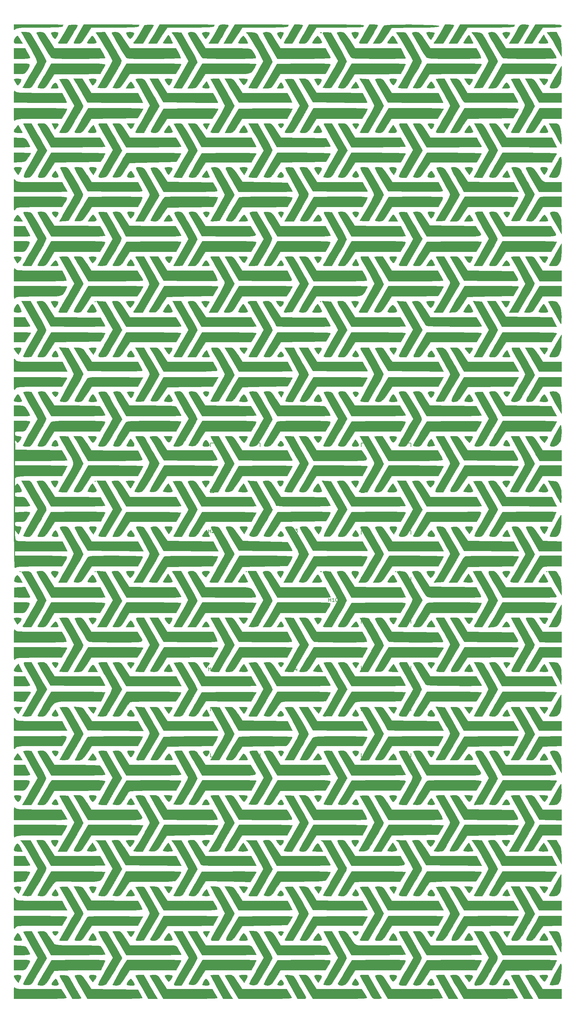
<source format=gbr>
G04 #@! TF.GenerationSoftware,KiCad,Pcbnew,9.0.2*
G04 #@! TF.CreationDate,2025-10-02T21:34:41-04:00*
G04 #@! TF.ProjectId,Trackball,54726163-6b62-4616-9c6c-2e6b69636164,rev?*
G04 #@! TF.SameCoordinates,Original*
G04 #@! TF.FileFunction,Legend,Top*
G04 #@! TF.FilePolarity,Positive*
%FSLAX46Y46*%
G04 Gerber Fmt 4.6, Leading zero omitted, Abs format (unit mm)*
G04 Created by KiCad (PCBNEW 9.0.2) date 2025-10-02 21:34:41*
%MOMM*%
%LPD*%
G01*
G04 APERTURE LIST*
%ADD10C,0.150000*%
%ADD11C,0.010000*%
G04 APERTURE END LIST*
D10*
X387961905Y-121504819D02*
X387961905Y-120504819D01*
X387961905Y-120981009D02*
X388533333Y-120981009D01*
X388533333Y-121504819D02*
X388533333Y-120504819D01*
X389533333Y-121504819D02*
X388961905Y-121504819D01*
X389247619Y-121504819D02*
X389247619Y-120504819D01*
X389247619Y-120504819D02*
X389152381Y-120647676D01*
X389152381Y-120647676D02*
X389057143Y-120742914D01*
X389057143Y-120742914D02*
X388961905Y-120790533D01*
X390438095Y-120504819D02*
X389961905Y-120504819D01*
X389961905Y-120504819D02*
X389914286Y-120981009D01*
X389914286Y-120981009D02*
X389961905Y-120933390D01*
X389961905Y-120933390D02*
X390057143Y-120885771D01*
X390057143Y-120885771D02*
X390295238Y-120885771D01*
X390295238Y-120885771D02*
X390390476Y-120933390D01*
X390390476Y-120933390D02*
X390438095Y-120981009D01*
X390438095Y-120981009D02*
X390485714Y-121076247D01*
X390485714Y-121076247D02*
X390485714Y-121314342D01*
X390485714Y-121314342D02*
X390438095Y-121409580D01*
X390438095Y-121409580D02*
X390390476Y-121457200D01*
X390390476Y-121457200D02*
X390295238Y-121504819D01*
X390295238Y-121504819D02*
X390057143Y-121504819D01*
X390057143Y-121504819D02*
X389961905Y-121457200D01*
X389961905Y-121457200D02*
X389914286Y-121409580D01*
X387961905Y-82704819D02*
X387961905Y-81704819D01*
X387961905Y-82181009D02*
X388533333Y-82181009D01*
X388533333Y-82704819D02*
X388533333Y-81704819D01*
X388961905Y-81800057D02*
X389009524Y-81752438D01*
X389009524Y-81752438D02*
X389104762Y-81704819D01*
X389104762Y-81704819D02*
X389342857Y-81704819D01*
X389342857Y-81704819D02*
X389438095Y-81752438D01*
X389438095Y-81752438D02*
X389485714Y-81800057D01*
X389485714Y-81800057D02*
X389533333Y-81895295D01*
X389533333Y-81895295D02*
X389533333Y-81990533D01*
X389533333Y-81990533D02*
X389485714Y-82133390D01*
X389485714Y-82133390D02*
X388914286Y-82704819D01*
X388914286Y-82704819D02*
X389533333Y-82704819D01*
X390438095Y-81704819D02*
X389961905Y-81704819D01*
X389961905Y-81704819D02*
X389914286Y-82181009D01*
X389914286Y-82181009D02*
X389961905Y-82133390D01*
X389961905Y-82133390D02*
X390057143Y-82085771D01*
X390057143Y-82085771D02*
X390295238Y-82085771D01*
X390295238Y-82085771D02*
X390390476Y-82133390D01*
X390390476Y-82133390D02*
X390438095Y-82181009D01*
X390438095Y-82181009D02*
X390485714Y-82276247D01*
X390485714Y-82276247D02*
X390485714Y-82514342D01*
X390485714Y-82514342D02*
X390438095Y-82609580D01*
X390438095Y-82609580D02*
X390390476Y-82657200D01*
X390390476Y-82657200D02*
X390295238Y-82704819D01*
X390295238Y-82704819D02*
X390057143Y-82704819D01*
X390057143Y-82704819D02*
X389961905Y-82657200D01*
X389961905Y-82657200D02*
X389914286Y-82609580D01*
X410411905Y-82654819D02*
X410411905Y-81654819D01*
X410411905Y-82131009D02*
X410983333Y-82131009D01*
X410983333Y-82654819D02*
X410983333Y-81654819D01*
X411411905Y-81750057D02*
X411459524Y-81702438D01*
X411459524Y-81702438D02*
X411554762Y-81654819D01*
X411554762Y-81654819D02*
X411792857Y-81654819D01*
X411792857Y-81654819D02*
X411888095Y-81702438D01*
X411888095Y-81702438D02*
X411935714Y-81750057D01*
X411935714Y-81750057D02*
X411983333Y-81845295D01*
X411983333Y-81845295D02*
X411983333Y-81940533D01*
X411983333Y-81940533D02*
X411935714Y-82083390D01*
X411935714Y-82083390D02*
X411364286Y-82654819D01*
X411364286Y-82654819D02*
X411983333Y-82654819D01*
X412316667Y-81654819D02*
X412935714Y-81654819D01*
X412935714Y-81654819D02*
X412602381Y-82035771D01*
X412602381Y-82035771D02*
X412745238Y-82035771D01*
X412745238Y-82035771D02*
X412840476Y-82083390D01*
X412840476Y-82083390D02*
X412888095Y-82131009D01*
X412888095Y-82131009D02*
X412935714Y-82226247D01*
X412935714Y-82226247D02*
X412935714Y-82464342D01*
X412935714Y-82464342D02*
X412888095Y-82559580D01*
X412888095Y-82559580D02*
X412840476Y-82607200D01*
X412840476Y-82607200D02*
X412745238Y-82654819D01*
X412745238Y-82654819D02*
X412459524Y-82654819D01*
X412459524Y-82654819D02*
X412364286Y-82607200D01*
X412364286Y-82607200D02*
X412316667Y-82559580D01*
X421761905Y-102054819D02*
X421761905Y-101054819D01*
X421761905Y-101531009D02*
X422333333Y-101531009D01*
X422333333Y-102054819D02*
X422333333Y-101054819D01*
X423333333Y-102054819D02*
X422761905Y-102054819D01*
X423047619Y-102054819D02*
X423047619Y-101054819D01*
X423047619Y-101054819D02*
X422952381Y-101197676D01*
X422952381Y-101197676D02*
X422857143Y-101292914D01*
X422857143Y-101292914D02*
X422761905Y-101340533D01*
X423952381Y-101054819D02*
X424047619Y-101054819D01*
X424047619Y-101054819D02*
X424142857Y-101102438D01*
X424142857Y-101102438D02*
X424190476Y-101150057D01*
X424190476Y-101150057D02*
X424238095Y-101245295D01*
X424238095Y-101245295D02*
X424285714Y-101435771D01*
X424285714Y-101435771D02*
X424285714Y-101673866D01*
X424285714Y-101673866D02*
X424238095Y-101864342D01*
X424238095Y-101864342D02*
X424190476Y-101959580D01*
X424190476Y-101959580D02*
X424142857Y-102007200D01*
X424142857Y-102007200D02*
X424047619Y-102054819D01*
X424047619Y-102054819D02*
X423952381Y-102054819D01*
X423952381Y-102054819D02*
X423857143Y-102007200D01*
X423857143Y-102007200D02*
X423809524Y-101959580D01*
X423809524Y-101959580D02*
X423761905Y-101864342D01*
X423761905Y-101864342D02*
X423714286Y-101673866D01*
X423714286Y-101673866D02*
X423714286Y-101435771D01*
X423714286Y-101435771D02*
X423761905Y-101245295D01*
X423761905Y-101245295D02*
X423809524Y-101150057D01*
X423809524Y-101150057D02*
X423857143Y-101102438D01*
X423857143Y-101102438D02*
X423952381Y-101054819D01*
X410311905Y-121554819D02*
X410311905Y-120554819D01*
X410311905Y-121031009D02*
X410883333Y-121031009D01*
X410883333Y-121554819D02*
X410883333Y-120554819D01*
X411311905Y-120650057D02*
X411359524Y-120602438D01*
X411359524Y-120602438D02*
X411454762Y-120554819D01*
X411454762Y-120554819D02*
X411692857Y-120554819D01*
X411692857Y-120554819D02*
X411788095Y-120602438D01*
X411788095Y-120602438D02*
X411835714Y-120650057D01*
X411835714Y-120650057D02*
X411883333Y-120745295D01*
X411883333Y-120745295D02*
X411883333Y-120840533D01*
X411883333Y-120840533D02*
X411835714Y-120983390D01*
X411835714Y-120983390D02*
X411264286Y-121554819D01*
X411264286Y-121554819D02*
X411883333Y-121554819D01*
X412740476Y-120888152D02*
X412740476Y-121554819D01*
X412502381Y-120507200D02*
X412264286Y-121221485D01*
X412264286Y-121221485D02*
X412883333Y-121221485D01*
D11*
X335019473Y-93560526D02*
X334885789Y-93694210D01*
X334752105Y-93560526D01*
X334885789Y-93426842D01*
X335019473Y-93560526D01*
G36*
X335019473Y-93560526D02*
G01*
X334885789Y-93694210D01*
X334752105Y-93560526D01*
X334885789Y-93426842D01*
X335019473Y-93560526D01*
G37*
X356141579Y-17627895D02*
X356007895Y-17761579D01*
X355874210Y-17627895D01*
X356007895Y-17494210D01*
X356141579Y-17627895D01*
G36*
X356141579Y-17627895D02*
G01*
X356007895Y-17761579D01*
X355874210Y-17627895D01*
X356007895Y-17494210D01*
X356141579Y-17627895D01*
G37*
X356141579Y-68160526D02*
X356007895Y-68294210D01*
X355874210Y-68160526D01*
X356007895Y-68026842D01*
X356141579Y-68160526D01*
G36*
X356141579Y-68160526D02*
G01*
X356007895Y-68294210D01*
X355874210Y-68160526D01*
X356007895Y-68026842D01*
X356141579Y-68160526D01*
G37*
X356141579Y-93560526D02*
X356007895Y-93694210D01*
X355874210Y-93560526D01*
X356007895Y-93426842D01*
X356141579Y-93560526D01*
G36*
X356141579Y-93560526D02*
G01*
X356007895Y-93694210D01*
X355874210Y-93560526D01*
X356007895Y-93426842D01*
X356141579Y-93560526D01*
G37*
X398653158Y-93560526D02*
X398519473Y-93694210D01*
X398385789Y-93560526D01*
X398519473Y-93426842D01*
X398653158Y-93560526D01*
G36*
X398653158Y-93560526D02*
G01*
X398519473Y-93694210D01*
X398385789Y-93560526D01*
X398519473Y-93426842D01*
X398653158Y-93560526D01*
G37*
X419507895Y-17627895D02*
X419374210Y-17761579D01*
X419240526Y-17627895D01*
X419374210Y-17494210D01*
X419507895Y-17627895D01*
G36*
X419507895Y-17627895D02*
G01*
X419374210Y-17761579D01*
X419240526Y-17627895D01*
X419374210Y-17494210D01*
X419507895Y-17627895D01*
G37*
X440630000Y-93560526D02*
X440496316Y-93694210D01*
X440362631Y-93560526D01*
X440496316Y-93426842D01*
X440630000Y-93560526D01*
G36*
X440630000Y-93560526D02*
G01*
X440496316Y-93694210D01*
X440362631Y-93560526D01*
X440496316Y-93426842D01*
X440630000Y-93560526D01*
G37*
X483141579Y-93560526D02*
X483007895Y-93694210D01*
X482874210Y-93560526D01*
X483007895Y-93426842D01*
X483141579Y-93560526D01*
G36*
X483141579Y-93560526D02*
G01*
X483007895Y-93694210D01*
X482874210Y-93560526D01*
X483007895Y-93426842D01*
X483141579Y-93560526D01*
G37*
X419686140Y58081930D02*
X419649439Y57922980D01*
X419507895Y57903684D01*
X419287820Y58001510D01*
X419329649Y58081930D01*
X419646953Y58113929D01*
X419686140Y58081930D01*
G36*
X419686140Y58081930D02*
G01*
X419649439Y57922980D01*
X419507895Y57903684D01*
X419287820Y58001510D01*
X419329649Y58081930D01*
X419646953Y58113929D01*
X419686140Y58081930D01*
G37*
X419686140Y-93515965D02*
X419649439Y-93674915D01*
X419507895Y-93694210D01*
X419287820Y-93596385D01*
X419329649Y-93515965D01*
X419646953Y-93483966D01*
X419686140Y-93515965D01*
G36*
X419686140Y-93515965D02*
G01*
X419649439Y-93674915D01*
X419507895Y-93694210D01*
X419287820Y-93596385D01*
X419329649Y-93515965D01*
X419646953Y-93483966D01*
X419686140Y-93515965D01*
G37*
X334990910Y-120642431D02*
X335565078Y-121767895D01*
X334356486Y-121767895D01*
X333534863Y-121701788D01*
X333190338Y-121464145D01*
X333299762Y-120995977D01*
X333783646Y-120308221D01*
X334416741Y-119516968D01*
X334990910Y-120642431D01*
G36*
X334990910Y-120642431D02*
G01*
X335565078Y-121767895D01*
X334356486Y-121767895D01*
X333534863Y-121701788D01*
X333190338Y-121464145D01*
X333299762Y-120995977D01*
X333783646Y-120308221D01*
X334416741Y-119516968D01*
X334990910Y-120642431D01*
G37*
X345462291Y32437754D02*
X345675828Y32194337D01*
X345439860Y31704998D01*
X345213964Y31410410D01*
X344713718Y30792633D01*
X344271309Y31648158D01*
X343828899Y32503684D01*
X344771555Y32503684D01*
X345462291Y32437754D01*
G36*
X345462291Y32437754D02*
G01*
X345675828Y32194337D01*
X345439860Y31704998D01*
X345213964Y31410410D01*
X344713718Y30792633D01*
X344271309Y31648158D01*
X343828899Y32503684D01*
X344771555Y32503684D01*
X345462291Y32437754D01*
G37*
X355676764Y-120044011D02*
X356085303Y-120655692D01*
X356112566Y-120703960D01*
X356710531Y-121767895D01*
X353972399Y-121767895D01*
X354455410Y-120945233D01*
X354955836Y-120175093D01*
X355331615Y-119879249D01*
X355676764Y-120044011D01*
G36*
X355676764Y-120044011D02*
G01*
X356085303Y-120655692D01*
X356112566Y-120703960D01*
X356710531Y-121767895D01*
X353972399Y-121767895D01*
X354455410Y-120945233D01*
X354955836Y-120175093D01*
X355331615Y-119879249D01*
X355676764Y-120044011D01*
G37*
X440100276Y6626972D02*
X440467506Y6108412D01*
X440594573Y5900526D01*
X441146702Y4964737D01*
X438486136Y4964737D01*
X439090173Y5897217D01*
X439503727Y6477707D01*
X439810261Y6805914D01*
X439868327Y6833006D01*
X440100276Y6626972D01*
G36*
X440100276Y6626972D02*
G01*
X440467506Y6108412D01*
X440594573Y5900526D01*
X441146702Y4964737D01*
X438486136Y4964737D01*
X439090173Y5897217D01*
X439503727Y6477707D01*
X439810261Y6805914D01*
X439868327Y6833006D01*
X440100276Y6626972D01*
G37*
X334612359Y-95016868D02*
X334960615Y-95568028D01*
X335570177Y-96635263D01*
X334508499Y-96635263D01*
X333658639Y-96553465D01*
X333277450Y-96271313D01*
X333318962Y-95733671D01*
X333466996Y-95386091D01*
X333847333Y-94775156D01*
X334205770Y-94649238D01*
X334612359Y-95016868D01*
G36*
X334612359Y-95016868D02*
G01*
X334960615Y-95568028D01*
X335570177Y-96635263D01*
X334508499Y-96635263D01*
X333658639Y-96553465D01*
X333277450Y-96271313D01*
X333318962Y-95733671D01*
X333466996Y-95386091D01*
X333847333Y-94775156D01*
X334205770Y-94649238D01*
X334612359Y-95016868D01*
G37*
X334927636Y-207115796D02*
X335219215Y-207350244D01*
X335131773Y-207855251D01*
X334826992Y-208495167D01*
X334423865Y-209263493D01*
X333795495Y-208495167D01*
X333285130Y-207769629D01*
X333208872Y-207323986D01*
X333582245Y-207105375D01*
X334217368Y-207058421D01*
X334927636Y-207115796D01*
G36*
X334927636Y-207115796D02*
G01*
X335219215Y-207350244D01*
X335131773Y-207855251D01*
X334826992Y-208495167D01*
X334423865Y-209263493D01*
X333795495Y-208495167D01*
X333285130Y-207769629D01*
X333208872Y-207323986D01*
X333582245Y-207105375D01*
X334217368Y-207058421D01*
X334927636Y-207115796D01*
G37*
X334938368Y-182227201D02*
X335217462Y-182405816D01*
X335114685Y-182843730D01*
X334839250Y-183381569D01*
X334413068Y-184168927D01*
X333780481Y-183433501D01*
X333285800Y-182775656D01*
X333224876Y-182394339D01*
X333621043Y-182223303D01*
X334217368Y-182193158D01*
X334938368Y-182227201D01*
G36*
X334938368Y-182227201D02*
G01*
X335217462Y-182405816D01*
X335114685Y-182843730D01*
X334839250Y-183381569D01*
X334413068Y-184168927D01*
X333780481Y-183433501D01*
X333285800Y-182775656D01*
X333224876Y-182394339D01*
X333621043Y-182223303D01*
X334217368Y-182193158D01*
X334938368Y-182227201D01*
G37*
X345298500Y43530835D02*
X345403925Y43319525D01*
X345644787Y42745107D01*
X345604631Y42478069D01*
X345188232Y42400683D01*
X344657172Y42396316D01*
X343600134Y42396316D01*
X344055593Y43196731D01*
X344522286Y43829900D01*
X344925434Y43940253D01*
X345298500Y43530835D01*
G36*
X345298500Y43530835D02*
G01*
X345403925Y43319525D01*
X345644787Y42745107D01*
X345604631Y42478069D01*
X345188232Y42400683D01*
X344657172Y42396316D01*
X343600134Y42396316D01*
X344055593Y43196731D01*
X344522286Y43829900D01*
X344925434Y43940253D01*
X345298500Y43530835D01*
G37*
X345266165Y18501039D02*
X345640596Y17812986D01*
X345609615Y17430180D01*
X345143577Y17277416D01*
X344778421Y17263684D01*
X344090535Y17358101D01*
X343870135Y17667813D01*
X344103671Y18232513D01*
X344336320Y18558474D01*
X344818119Y19184843D01*
X345266165Y18501039D01*
G36*
X345266165Y18501039D02*
G01*
X345640596Y17812986D01*
X345609615Y17430180D01*
X345143577Y17277416D01*
X344778421Y17263684D01*
X344090535Y17358101D01*
X343870135Y17667813D01*
X344103671Y18232513D01*
X344336320Y18558474D01*
X344818119Y19184843D01*
X345266165Y18501039D01*
G37*
X345266165Y-133096856D02*
X345640596Y-133784908D01*
X345609615Y-134167715D01*
X345143577Y-134320479D01*
X344778421Y-134334210D01*
X344090535Y-134239794D01*
X343870135Y-133930081D01*
X344103671Y-133365382D01*
X344336320Y-133039421D01*
X344818119Y-132413052D01*
X345266165Y-133096856D01*
G36*
X345266165Y-133096856D02*
G01*
X345640596Y-133784908D01*
X345609615Y-134167715D01*
X345143577Y-134320479D01*
X344778421Y-134334210D01*
X344090535Y-134239794D01*
X343870135Y-133930081D01*
X344103671Y-133365382D01*
X344336320Y-133039421D01*
X344818119Y-132413052D01*
X345266165Y-133096856D01*
G37*
X345266165Y-183629487D02*
X345640596Y-184317540D01*
X345609615Y-184700347D01*
X345143577Y-184853111D01*
X344778421Y-184866842D01*
X344090535Y-184772425D01*
X343870135Y-184462713D01*
X344103671Y-183898013D01*
X344336320Y-183572052D01*
X344818119Y-182945683D01*
X345266165Y-183629487D01*
G36*
X345266165Y-183629487D02*
G01*
X345640596Y-184317540D01*
X345609615Y-184700347D01*
X345143577Y-184853111D01*
X344778421Y-184866842D01*
X344090535Y-184772425D01*
X343870135Y-184462713D01*
X344103671Y-183898013D01*
X344336320Y-183572052D01*
X344818119Y-182945683D01*
X345266165Y-183629487D01*
G37*
X345403435Y-93507169D02*
X345684605Y-93782374D01*
X345509566Y-94303793D01*
X345195971Y-94754178D01*
X344689623Y-95413094D01*
X344141338Y-94754178D01*
X343672093Y-94072155D01*
X343655841Y-93654983D01*
X344109521Y-93457996D01*
X344644737Y-93426842D01*
X345403435Y-93507169D01*
G36*
X345403435Y-93507169D02*
G01*
X345684605Y-93782374D01*
X345509566Y-94303793D01*
X345195971Y-94754178D01*
X344689623Y-95413094D01*
X344141338Y-94754178D01*
X343672093Y-94072155D01*
X343655841Y-93654983D01*
X344109521Y-93457996D01*
X344644737Y-93426842D01*
X345403435Y-93507169D01*
G37*
X345247349Y-6365257D02*
X345403925Y-6678370D01*
X345643149Y-7247685D01*
X345606828Y-7515913D01*
X345199564Y-7596346D01*
X344626530Y-7601579D01*
X343538850Y-7601579D01*
X344110000Y-6799474D01*
X344603258Y-6192603D01*
X344949279Y-6050962D01*
X345247349Y-6365257D01*
G36*
X345247349Y-6365257D02*
G01*
X345403925Y-6678370D01*
X345643149Y-7247685D01*
X345606828Y-7515913D01*
X345199564Y-7596346D01*
X344626530Y-7601579D01*
X343538850Y-7601579D01*
X344110000Y-6799474D01*
X344603258Y-6192603D01*
X344949279Y-6050962D01*
X345247349Y-6365257D01*
G37*
X345247349Y-107965257D02*
X345403925Y-108278370D01*
X345643149Y-108847685D01*
X345606828Y-109115913D01*
X345199564Y-109196346D01*
X344626530Y-109201579D01*
X343538850Y-109201579D01*
X344110000Y-108399474D01*
X344603258Y-107792603D01*
X344949279Y-107650962D01*
X345247349Y-107965257D01*
G36*
X345247349Y-107965257D02*
G01*
X345403925Y-108278370D01*
X345643149Y-108847685D01*
X345606828Y-109115913D01*
X345199564Y-109196346D01*
X344626530Y-109201579D01*
X343538850Y-109201579D01*
X344110000Y-108399474D01*
X344603258Y-107792603D01*
X344949279Y-107650962D01*
X345247349Y-107965257D01*
G37*
X345459264Y-194813629D02*
X345669670Y-195028482D01*
X345448784Y-195482610D01*
X345322444Y-195655195D01*
X344885771Y-195983201D01*
X344450435Y-195789419D01*
X344102031Y-195279320D01*
X343973794Y-194934218D01*
X344166824Y-194788841D01*
X344769014Y-194759474D01*
X345459264Y-194813629D01*
G36*
X345459264Y-194813629D02*
G01*
X345669670Y-195028482D01*
X345448784Y-195482610D01*
X345322444Y-195655195D01*
X344885771Y-195983201D01*
X344450435Y-195789419D01*
X344102031Y-195279320D01*
X343973794Y-194934218D01*
X344166824Y-194788841D01*
X344769014Y-194759474D01*
X345459264Y-194813629D01*
G37*
X355720782Y6596409D02*
X355992734Y6242088D01*
X356366768Y5572164D01*
X356311312Y5174159D01*
X355792169Y4992738D01*
X355203331Y4964737D01*
X353997715Y4964737D01*
X354601752Y5897217D01*
X355071635Y6560010D01*
X355404770Y6783188D01*
X355720782Y6596409D01*
G36*
X355720782Y6596409D02*
G01*
X355992734Y6242088D01*
X356366768Y5572164D01*
X356311312Y5174159D01*
X355792169Y4992738D01*
X355203331Y4964737D01*
X353997715Y4964737D01*
X354601752Y5897217D01*
X355071635Y6560010D01*
X355404770Y6783188D01*
X355720782Y6596409D01*
G37*
X356063318Y20141912D02*
X356360388Y19895064D01*
X356268031Y19376632D01*
X355960852Y18747998D01*
X355534167Y17959679D01*
X354903411Y18747998D01*
X354397889Y19482901D01*
X354323516Y19934426D01*
X354696390Y20156354D01*
X355339473Y20204737D01*
X356063318Y20141912D01*
G36*
X356063318Y20141912D02*
G01*
X356360388Y19895064D01*
X356268031Y19376632D01*
X355960852Y18747998D01*
X355534167Y17959679D01*
X354903411Y18747998D01*
X354397889Y19482901D01*
X354323516Y19934426D01*
X354696390Y20156354D01*
X355339473Y20204737D01*
X356063318Y20141912D01*
G37*
X356063318Y-80923351D02*
X356360388Y-81170199D01*
X356268031Y-81688631D01*
X355960852Y-82317266D01*
X355534167Y-83105584D01*
X354903411Y-82317266D01*
X354397889Y-81582362D01*
X354323516Y-81130837D01*
X354696390Y-80908909D01*
X355339473Y-80860526D01*
X356063318Y-80923351D01*
G36*
X356063318Y-80923351D02*
G01*
X356360388Y-81170199D01*
X356268031Y-81688631D01*
X355960852Y-82317266D01*
X355534167Y-83105584D01*
X354903411Y-82317266D01*
X354397889Y-81582362D01*
X354323516Y-81130837D01*
X354696390Y-80908909D01*
X355339473Y-80860526D01*
X356063318Y-80923351D01*
G37*
X356111615Y-207151515D02*
X356399415Y-207450246D01*
X356214304Y-207983788D01*
X355877862Y-208432485D01*
X355346777Y-209063684D01*
X354814334Y-208395263D01*
X354359100Y-207703635D01*
X354350701Y-207284308D01*
X354808230Y-207088683D01*
X355339473Y-207058421D01*
X356111615Y-207151515D01*
G36*
X356111615Y-207151515D02*
G01*
X356399415Y-207450246D01*
X356214304Y-207983788D01*
X355877862Y-208432485D01*
X355346777Y-209063684D01*
X354814334Y-208395263D01*
X354359100Y-207703635D01*
X354350701Y-207284308D01*
X354808230Y-207088683D01*
X355339473Y-207058421D01*
X356111615Y-207151515D01*
G37*
X356042380Y-55533755D02*
X356384391Y-55790238D01*
X356274452Y-56285167D01*
X355992734Y-56737877D01*
X355584333Y-57208598D01*
X355237889Y-57250015D01*
X354848977Y-56837008D01*
X354572795Y-56396316D01*
X354020666Y-55460526D01*
X355214806Y-55460526D01*
X356042380Y-55533755D01*
G36*
X356042380Y-55533755D02*
G01*
X356384391Y-55790238D01*
X356274452Y-56285167D01*
X355992734Y-56737877D01*
X355584333Y-57208598D01*
X355237889Y-57250015D01*
X354848977Y-56837008D01*
X354572795Y-56396316D01*
X354020666Y-55460526D01*
X355214806Y-55460526D01*
X356042380Y-55533755D01*
G37*
X366784790Y-119138538D02*
X367047574Y-119330377D01*
X366866212Y-119758008D01*
X366563002Y-120163684D01*
X366034210Y-120832105D01*
X365505419Y-120163684D01*
X365078928Y-119552545D01*
X365070439Y-119230076D01*
X365523601Y-119107997D01*
X366034210Y-119094210D01*
X366784790Y-119138538D01*
G36*
X366784790Y-119138538D02*
G01*
X367047574Y-119330377D01*
X366866212Y-119758008D01*
X366563002Y-120163684D01*
X366034210Y-120832105D01*
X365505419Y-120163684D01*
X365078928Y-119552545D01*
X365070439Y-119230076D01*
X365523601Y-119107997D01*
X366034210Y-119094210D01*
X366784790Y-119138538D01*
G37*
X377370941Y-55489907D02*
X377710562Y-55647058D01*
X377659742Y-56035497D01*
X377369456Y-56613387D01*
X377000519Y-57139332D01*
X376647060Y-57213891D01*
X376225528Y-56820806D01*
X375886879Y-56324905D01*
X375339593Y-55460526D01*
X376569007Y-55460526D01*
X377370941Y-55489907D01*
G36*
X377370941Y-55489907D02*
G01*
X377710562Y-55647058D01*
X377659742Y-56035497D01*
X377369456Y-56613387D01*
X377000519Y-57139332D01*
X376647060Y-57213891D01*
X376225528Y-56820806D01*
X375886879Y-56324905D01*
X375339593Y-55460526D01*
X376569007Y-55460526D01*
X377370941Y-55489907D01*
G37*
X377370941Y-156555170D02*
X377710562Y-156712321D01*
X377659742Y-157100760D01*
X377369456Y-157678650D01*
X377000519Y-158204595D01*
X376647060Y-158279154D01*
X376225528Y-157886070D01*
X375886879Y-157390168D01*
X375339593Y-156525789D01*
X376569007Y-156525789D01*
X377370941Y-156555170D01*
G36*
X377370941Y-156555170D02*
G01*
X377710562Y-156712321D01*
X377659742Y-157100760D01*
X377369456Y-157678650D01*
X377000519Y-158204595D01*
X376647060Y-158279154D01*
X376225528Y-157886070D01*
X375886879Y-157390168D01*
X375339593Y-156525789D01*
X376569007Y-156525789D01*
X377370941Y-156555170D01*
G37*
X387798227Y43517053D02*
X388124529Y42840247D01*
X388131782Y42511794D01*
X387747833Y42405719D01*
X387156316Y42396316D01*
X386425463Y42435935D01*
X386154722Y42613062D01*
X386312984Y43015101D01*
X386738369Y43570618D01*
X387370665Y44343867D01*
X387798227Y43517053D01*
G36*
X387798227Y43517053D02*
G01*
X388124529Y42840247D01*
X388131782Y42511794D01*
X387747833Y42405719D01*
X387156316Y42396316D01*
X386425463Y42435935D01*
X386154722Y42613062D01*
X386312984Y43015101D01*
X386738369Y43570618D01*
X387370665Y44343867D01*
X387798227Y43517053D01*
G37*
X387798227Y-133213473D02*
X388124529Y-133890279D01*
X388131782Y-134218732D01*
X387747833Y-134324808D01*
X387156316Y-134334210D01*
X386425463Y-134294591D01*
X386154722Y-134117464D01*
X386312984Y-133715426D01*
X386738369Y-133159909D01*
X387370665Y-132386659D01*
X387798227Y-133213473D01*
G36*
X387798227Y-133213473D02*
G01*
X388124529Y-133890279D01*
X388131782Y-134218732D01*
X387747833Y-134324808D01*
X387156316Y-134334210D01*
X386425463Y-134294591D01*
X386154722Y-134117464D01*
X386312984Y-133715426D01*
X386738369Y-133159909D01*
X387370665Y-132386659D01*
X387798227Y-133213473D01*
G37*
X387969331Y-119145513D02*
X388177420Y-119358700D01*
X387952530Y-119822689D01*
X387732100Y-120121632D01*
X387250302Y-120748001D01*
X386802256Y-120064197D01*
X386445158Y-119465246D01*
X386458003Y-119183108D01*
X386900490Y-119099057D01*
X387290000Y-119094210D01*
X387969331Y-119145513D01*
G36*
X387969331Y-119145513D02*
G01*
X388177420Y-119358700D01*
X387952530Y-119822689D01*
X387732100Y-120121632D01*
X387250302Y-120748001D01*
X386802256Y-120064197D01*
X386445158Y-119465246D01*
X386458003Y-119183108D01*
X386900490Y-119099057D01*
X387290000Y-119094210D01*
X387969331Y-119145513D01*
G37*
X387601124Y-6375732D02*
X387793987Y-6656382D01*
X388131608Y-7222350D01*
X388122821Y-7500563D01*
X387697243Y-7592927D01*
X387141200Y-7601579D01*
X386056610Y-7601579D01*
X386530425Y-6799474D01*
X386941454Y-6191301D01*
X387256149Y-6054834D01*
X387601124Y-6375732D01*
G36*
X387601124Y-6375732D02*
G01*
X387793987Y-6656382D01*
X388131608Y-7222350D01*
X388122821Y-7500563D01*
X387697243Y-7592927D01*
X387141200Y-7601579D01*
X386056610Y-7601579D01*
X386530425Y-6799474D01*
X386941454Y-6191301D01*
X387256149Y-6054834D01*
X387601124Y-6375732D01*
G37*
X387601124Y-107975732D02*
X387793987Y-108256382D01*
X388131608Y-108822350D01*
X388122821Y-109100563D01*
X387697243Y-109192927D01*
X387141200Y-109201579D01*
X386056610Y-109201579D01*
X386530425Y-108399474D01*
X386941454Y-107791301D01*
X387256149Y-107654834D01*
X387601124Y-107975732D01*
G36*
X387601124Y-107975732D02*
G01*
X387793987Y-108256382D01*
X388131608Y-108822350D01*
X388122821Y-109100563D01*
X387697243Y-109192927D01*
X387141200Y-109201579D01*
X386056610Y-109201579D01*
X386530425Y-108399474D01*
X386941454Y-107791301D01*
X387256149Y-107654834D01*
X387601124Y-107975732D01*
G37*
X387601124Y-157973627D02*
X387793987Y-158254277D01*
X388131608Y-158820245D01*
X388122821Y-159098457D01*
X387697243Y-159190822D01*
X387141200Y-159199474D01*
X386056610Y-159199474D01*
X386530425Y-158397368D01*
X386941454Y-157789196D01*
X387256149Y-157652728D01*
X387601124Y-157973627D01*
G36*
X387601124Y-157973627D02*
G01*
X387793987Y-158254277D01*
X388131608Y-158820245D01*
X388122821Y-159098457D01*
X387697243Y-159190822D01*
X387141200Y-159199474D01*
X386056610Y-159199474D01*
X386530425Y-158397368D01*
X386941454Y-157789196D01*
X387256149Y-157652728D01*
X387601124Y-157973627D01*
G37*
X398500226Y45038159D02*
X398839415Y44878769D01*
X398772550Y44496033D01*
X398449605Y43932322D01*
X398066705Y43418565D01*
X397738762Y43330487D01*
X397358149Y43688504D01*
X397008984Y44205622D01*
X396461698Y45070000D01*
X397691112Y45070000D01*
X398500226Y45038159D01*
G36*
X398500226Y45038159D02*
G01*
X398839415Y44878769D01*
X398772550Y44496033D01*
X398449605Y43932322D01*
X398066705Y43418565D01*
X397738762Y43330487D01*
X397358149Y43688504D01*
X397008984Y44205622D01*
X396461698Y45070000D01*
X397691112Y45070000D01*
X398500226Y45038159D01*
G37*
X398493047Y-4957275D02*
X398832667Y-5114427D01*
X398781847Y-5502866D01*
X398491561Y-6080755D01*
X398122624Y-6606700D01*
X397769165Y-6681259D01*
X397347634Y-6288175D01*
X397008984Y-5792273D01*
X396461698Y-4927895D01*
X397691112Y-4927895D01*
X398493047Y-4957275D01*
G36*
X398493047Y-4957275D02*
G01*
X398832667Y-5114427D01*
X398781847Y-5502866D01*
X398491561Y-6080755D01*
X398122624Y-6606700D01*
X397769165Y-6681259D01*
X397347634Y-6288175D01*
X397008984Y-5792273D01*
X396461698Y-4927895D01*
X397691112Y-4927895D01*
X398493047Y-4957275D01*
G37*
X398500226Y-106559736D02*
X398839415Y-106719125D01*
X398772550Y-107101862D01*
X398449605Y-107665573D01*
X398066705Y-108179330D01*
X397738762Y-108267408D01*
X397358149Y-107909391D01*
X397008984Y-107392273D01*
X396461698Y-106527895D01*
X397691112Y-106527895D01*
X398500226Y-106559736D01*
G36*
X398500226Y-106559736D02*
G01*
X398839415Y-106719125D01*
X398772550Y-107101862D01*
X398449605Y-107665573D01*
X398066705Y-108179330D01*
X397738762Y-108267408D01*
X397358149Y-107909391D01*
X397008984Y-107392273D01*
X396461698Y-106527895D01*
X397691112Y-106527895D01*
X398500226Y-106559736D01*
G37*
X398493047Y-156555170D02*
X398832667Y-156712321D01*
X398781847Y-157100760D01*
X398491561Y-157678650D01*
X398122624Y-158204595D01*
X397769165Y-158279154D01*
X397347634Y-157886070D01*
X397008984Y-157390168D01*
X396461698Y-156525789D01*
X397691112Y-156525789D01*
X398493047Y-156555170D01*
G36*
X398493047Y-156555170D02*
G01*
X398832667Y-156712321D01*
X398781847Y-157100760D01*
X398491561Y-157678650D01*
X398122624Y-158204595D01*
X397769165Y-158279154D01*
X397347634Y-157886070D01*
X397008984Y-157390168D01*
X396461698Y-156525789D01*
X397691112Y-156525789D01*
X398493047Y-156555170D01*
G37*
X408786980Y58133388D02*
X409021101Y57944410D01*
X408894586Y57490143D01*
X408636803Y56990025D01*
X408214489Y56210050D01*
X407717663Y56856341D01*
X407286996Y57548970D01*
X407301190Y57967160D01*
X407773761Y58152516D01*
X408144737Y58171053D01*
X408786980Y58133388D01*
G36*
X408786980Y58133388D02*
G01*
X409021101Y57944410D01*
X408894586Y57490143D01*
X408636803Y56990025D01*
X408214489Y56210050D01*
X407717663Y56856341D01*
X407286996Y57548970D01*
X407301190Y57967160D01*
X407773761Y58152516D01*
X408144737Y58171053D01*
X408786980Y58133388D01*
G37*
X408786980Y-93464507D02*
X409021101Y-93653484D01*
X408894586Y-94107752D01*
X408636803Y-94607870D01*
X408214489Y-95387845D01*
X407717663Y-94741554D01*
X407286996Y-94048925D01*
X407301190Y-93630735D01*
X407773761Y-93445378D01*
X408144737Y-93426842D01*
X408786980Y-93464507D01*
G36*
X408786980Y-93464507D02*
G01*
X409021101Y-93653484D01*
X408894586Y-94107752D01*
X408636803Y-94607870D01*
X408214489Y-95387845D01*
X407717663Y-94741554D01*
X407286996Y-94048925D01*
X407301190Y-93630735D01*
X407773761Y-93445378D01*
X408144737Y-93426842D01*
X408786980Y-93464507D01*
G37*
X408863550Y7587624D02*
X409034580Y7359741D01*
X408838547Y6841536D01*
X408709124Y6601576D01*
X408356670Y5965784D01*
X407916493Y6594225D01*
X407548959Y7209445D01*
X407580039Y7525960D01*
X408040832Y7633492D01*
X408278421Y7638421D01*
X408863550Y7587624D01*
G36*
X408863550Y7587624D02*
G01*
X409034580Y7359741D01*
X408838547Y6841536D01*
X408709124Y6601576D01*
X408356670Y5965784D01*
X407916493Y6594225D01*
X407548959Y7209445D01*
X407580039Y7525960D01*
X408040832Y7633492D01*
X408278421Y7638421D01*
X408863550Y7587624D01*
G37*
X408863550Y-42945008D02*
X409034580Y-43172891D01*
X408838547Y-43691095D01*
X408709124Y-43931055D01*
X408356670Y-44566847D01*
X407916493Y-43938406D01*
X407548959Y-43323187D01*
X407580039Y-43006672D01*
X408040832Y-42899140D01*
X408278421Y-42894210D01*
X408863550Y-42945008D01*
G36*
X408863550Y-42945008D02*
G01*
X409034580Y-43172891D01*
X408838547Y-43691095D01*
X408709124Y-43931055D01*
X408356670Y-44566847D01*
X407916493Y-43938406D01*
X407548959Y-43323187D01*
X407580039Y-43006672D01*
X408040832Y-42899140D01*
X408278421Y-42894210D01*
X408863550Y-42945008D01*
G37*
X408628305Y43611406D02*
X408770241Y43319525D01*
X409017037Y42726275D01*
X408961997Y42464364D01*
X408511084Y42398275D01*
X408129621Y42396316D01*
X407178715Y42396316D01*
X407652530Y43198421D01*
X408062732Y43808746D01*
X408354187Y43942745D01*
X408628305Y43611406D01*
G36*
X408628305Y43611406D02*
G01*
X408770241Y43319525D01*
X409017037Y42726275D01*
X408961997Y42464364D01*
X408511084Y42398275D01*
X408129621Y42396316D01*
X407178715Y42396316D01*
X407652530Y43198421D01*
X408062732Y43808746D01*
X408354187Y43942745D01*
X408628305Y43611406D01*
G37*
X408628305Y-6386488D02*
X408770241Y-6678370D01*
X409017037Y-7271620D01*
X408961997Y-7533531D01*
X408511084Y-7599620D01*
X408129621Y-7601579D01*
X407178715Y-7601579D01*
X407652530Y-6799474D01*
X408062732Y-6189149D01*
X408354187Y-6055149D01*
X408628305Y-6386488D01*
G36*
X408628305Y-6386488D02*
G01*
X408770241Y-6678370D01*
X409017037Y-7271620D01*
X408961997Y-7533531D01*
X408511084Y-7599620D01*
X408129621Y-7601579D01*
X407178715Y-7601579D01*
X407652530Y-6799474D01*
X408062732Y-6189149D01*
X408354187Y-6055149D01*
X408628305Y-6386488D01*
G37*
X408628305Y-107986488D02*
X408770241Y-108278370D01*
X409017037Y-108871620D01*
X408961997Y-109133531D01*
X408511084Y-109199620D01*
X408129621Y-109201579D01*
X407178715Y-109201579D01*
X407652530Y-108399474D01*
X408062732Y-107789149D01*
X408354187Y-107655149D01*
X408628305Y-107986488D01*
G36*
X408628305Y-107986488D02*
G01*
X408770241Y-108278370D01*
X409017037Y-108871620D01*
X408961997Y-109133531D01*
X408511084Y-109199620D01*
X408129621Y-109201579D01*
X407178715Y-109201579D01*
X407652530Y-108399474D01*
X408062732Y-107789149D01*
X408354187Y-107655149D01*
X408628305Y-107986488D01*
G37*
X408727602Y-17528896D02*
X409008163Y-17705781D01*
X408920236Y-18134106D01*
X408754204Y-18496842D01*
X408375439Y-19005034D01*
X407961434Y-18994424D01*
X407486830Y-18461298D01*
X407385162Y-18296316D01*
X406911347Y-17494210D01*
X407995936Y-17494210D01*
X408727602Y-17528896D01*
G36*
X408727602Y-17528896D02*
G01*
X409008163Y-17705781D01*
X408920236Y-18134106D01*
X408754204Y-18496842D01*
X408375439Y-19005034D01*
X407961434Y-18994424D01*
X407486830Y-18461298D01*
X407385162Y-18296316D01*
X406911347Y-17494210D01*
X407995936Y-17494210D01*
X408727602Y-17528896D01*
G37*
X408727602Y-169126791D02*
X409008163Y-169303676D01*
X408920236Y-169732000D01*
X408754204Y-170094737D01*
X408375439Y-170602929D01*
X407961434Y-170592319D01*
X407486830Y-170059193D01*
X407385162Y-169894210D01*
X406911347Y-169092105D01*
X407995936Y-169092105D01*
X408727602Y-169126791D01*
G36*
X408727602Y-169126791D02*
G01*
X409008163Y-169303676D01*
X408920236Y-169732000D01*
X408754204Y-170094737D01*
X408375439Y-170602929D01*
X407961434Y-170592319D01*
X407486830Y-170059193D01*
X407385162Y-169894210D01*
X406911347Y-169092105D01*
X407995936Y-169092105D01*
X408727602Y-169126791D01*
G37*
X419465779Y-120680647D02*
X420076846Y-121767895D01*
X418722897Y-121767895D01*
X417956241Y-121732281D01*
X417468862Y-121641103D01*
X417376140Y-121567368D01*
X417537413Y-121254916D01*
X417933611Y-120709789D01*
X418119022Y-120480121D01*
X418854711Y-119593399D01*
X419465779Y-120680647D01*
G36*
X419465779Y-120680647D02*
G01*
X420076846Y-121767895D01*
X418722897Y-121767895D01*
X417956241Y-121732281D01*
X417468862Y-121641103D01*
X417376140Y-121567368D01*
X417537413Y-121254916D01*
X417933611Y-120709789D01*
X418119022Y-120480121D01*
X418854711Y-119593399D01*
X419465779Y-120680647D01*
G37*
X419087098Y6596409D02*
X419359049Y6242088D01*
X419733084Y5572164D01*
X419677628Y5174159D01*
X419158485Y4992738D01*
X418569647Y4964737D01*
X417364031Y4964737D01*
X417968068Y5897217D01*
X418437951Y6560010D01*
X418771086Y6783188D01*
X419087098Y6596409D01*
G36*
X419087098Y6596409D02*
G01*
X419359049Y6242088D01*
X419733084Y5572164D01*
X419677628Y5174159D01*
X419158485Y4992738D01*
X418569647Y4964737D01*
X417364031Y4964737D01*
X417968068Y5897217D01*
X418437951Y6560010D01*
X418771086Y6783188D01*
X419087098Y6596409D01*
G37*
X419429634Y-80923351D02*
X419726704Y-81170199D01*
X419634347Y-81688631D01*
X419327168Y-82317266D01*
X418900483Y-83105584D01*
X418269727Y-82317266D01*
X417764205Y-81582362D01*
X417689832Y-81130837D01*
X418062706Y-80908909D01*
X418705789Y-80860526D01*
X419429634Y-80923351D01*
G36*
X419429634Y-80923351D02*
G01*
X419726704Y-81170199D01*
X419634347Y-81688631D01*
X419327168Y-82317266D01*
X418900483Y-83105584D01*
X418269727Y-82317266D01*
X417764205Y-81582362D01*
X417689832Y-81130837D01*
X418062706Y-80908909D01*
X418705789Y-80860526D01*
X419429634Y-80923351D01*
G37*
X419450287Y20132294D02*
X419742270Y19868898D01*
X419609214Y19345445D01*
X419272545Y18779180D01*
X418773351Y18022044D01*
X418204833Y18820454D01*
X417755340Y19549661D01*
X417712774Y19975254D01*
X418103035Y20168800D01*
X418705789Y20204737D01*
X419450287Y20132294D01*
G36*
X419450287Y20132294D02*
G01*
X419742270Y19868898D01*
X419609214Y19345445D01*
X419272545Y18779180D01*
X418773351Y18022044D01*
X418204833Y18820454D01*
X417755340Y19549661D01*
X417712774Y19975254D01*
X418103035Y20168800D01*
X418705789Y20204737D01*
X419450287Y20132294D01*
G37*
X419450287Y-207130864D02*
X419742270Y-207394260D01*
X419609214Y-207917713D01*
X419272545Y-208483978D01*
X418773351Y-209241114D01*
X418204833Y-208442704D01*
X417755340Y-207713497D01*
X417712774Y-207287904D01*
X418103035Y-207094358D01*
X418705789Y-207058421D01*
X419450287Y-207130864D01*
G36*
X419450287Y-207130864D02*
G01*
X419742270Y-207394260D01*
X419609214Y-207917713D01*
X419272545Y-208483978D01*
X418773351Y-209241114D01*
X418204833Y-208442704D01*
X417755340Y-207713497D01*
X417712774Y-207287904D01*
X418103035Y-207094358D01*
X418705789Y-207058421D01*
X419450287Y-207130864D01*
G37*
X429713961Y-57055231D02*
X430148687Y-57748446D01*
X430115768Y-58188151D01*
X429611500Y-58386731D01*
X429311403Y-58401579D01*
X428538599Y-58340571D01*
X428249773Y-58109199D01*
X428403194Y-57634941D01*
X428652386Y-57256317D01*
X429225290Y-56451748D01*
X429713961Y-57055231D01*
G36*
X429713961Y-57055231D02*
G01*
X430148687Y-57748446D01*
X430115768Y-58188151D01*
X429611500Y-58386731D01*
X429311403Y-58401579D01*
X428538599Y-58340571D01*
X428249773Y-58109199D01*
X428403194Y-57634941D01*
X428652386Y-57256317D01*
X429225290Y-56451748D01*
X429713961Y-57055231D01*
G37*
X429713961Y-208653126D02*
X430148687Y-209346341D01*
X430115768Y-209786045D01*
X429611500Y-209984626D01*
X429311403Y-209999474D01*
X428538599Y-209938466D01*
X428249773Y-209707094D01*
X428403194Y-209232836D01*
X428652386Y-208854212D01*
X429225290Y-208049643D01*
X429713961Y-208653126D01*
G36*
X429713961Y-208653126D02*
G01*
X430148687Y-209346341D01*
X430115768Y-209786045D01*
X429611500Y-209984626D01*
X429311403Y-209999474D01*
X428538599Y-209938466D01*
X428249773Y-209707094D01*
X428403194Y-209232836D01*
X428652386Y-208854212D01*
X429225290Y-208049643D01*
X429713961Y-208653126D01*
G37*
X429949835Y-119148107D02*
X430163312Y-119371619D01*
X429951233Y-119857480D01*
X429762088Y-120138929D01*
X429321545Y-120767893D01*
X428832244Y-120131578D01*
X428428565Y-119528210D01*
X428439165Y-119215005D01*
X428901381Y-119102841D01*
X429266842Y-119094210D01*
X429949835Y-119148107D01*
G36*
X429949835Y-119148107D02*
G01*
X430163312Y-119371619D01*
X429951233Y-119857480D01*
X429762088Y-120138929D01*
X429321545Y-120767893D01*
X428832244Y-120131578D01*
X428428565Y-119528210D01*
X428439165Y-119215005D01*
X428901381Y-119102841D01*
X429266842Y-119094210D01*
X429949835Y-119148107D01*
G37*
X429863176Y-93493838D02*
X430150300Y-93745457D01*
X430023735Y-94257648D01*
X429680374Y-94849931D01*
X429197205Y-95604599D01*
X428630444Y-94808657D01*
X428181858Y-94080355D01*
X428140603Y-93655444D01*
X428532690Y-93462429D01*
X429133158Y-93426842D01*
X429863176Y-93493838D01*
G36*
X429863176Y-93493838D02*
G01*
X430150300Y-93745457D01*
X430023735Y-94257648D01*
X429680374Y-94849931D01*
X429197205Y-95604599D01*
X428630444Y-94808657D01*
X428181858Y-94080355D01*
X428140603Y-93655444D01*
X428532690Y-93462429D01*
X429133158Y-93426842D01*
X429863176Y-93493838D01*
G37*
X429776523Y-6483653D02*
X430102193Y-7158516D01*
X430120378Y-7486237D01*
X429773914Y-7592202D01*
X429266842Y-7601579D01*
X428609529Y-7558491D01*
X428379722Y-7362246D01*
X428541026Y-6912370D01*
X428842496Y-6430089D01*
X429350415Y-5659651D01*
X429776523Y-6483653D01*
G36*
X429776523Y-6483653D02*
G01*
X430102193Y-7158516D01*
X430120378Y-7486237D01*
X429773914Y-7592202D01*
X429266842Y-7601579D01*
X428609529Y-7558491D01*
X428379722Y-7362246D01*
X428541026Y-6912370D01*
X428842496Y-6430089D01*
X429350415Y-5659651D01*
X429776523Y-6483653D01*
G37*
X429762088Y18575771D02*
X430150827Y17873677D01*
X430101627Y17456199D01*
X429597398Y17278064D01*
X429266842Y17263684D01*
X428579944Y17357427D01*
X428359073Y17665765D01*
X428590684Y18229361D01*
X428832244Y18568420D01*
X429321545Y19204735D01*
X429762088Y18575771D01*
G36*
X429762088Y18575771D02*
G01*
X430150827Y17873677D01*
X430101627Y17456199D01*
X429597398Y17278064D01*
X429266842Y17263684D01*
X428579944Y17357427D01*
X428359073Y17665765D01*
X428590684Y18229361D01*
X428832244Y18568420D01*
X429321545Y19204735D01*
X429762088Y18575771D01*
G37*
X429754586Y-32031593D02*
X430129017Y-32719645D01*
X430098036Y-33102452D01*
X429631998Y-33255216D01*
X429266842Y-33268947D01*
X428578956Y-33174530D01*
X428358557Y-32864818D01*
X428592092Y-32300119D01*
X428824741Y-31974157D01*
X429306540Y-31347789D01*
X429754586Y-32031593D01*
G36*
X429754586Y-32031593D02*
G01*
X430129017Y-32719645D01*
X430098036Y-33102452D01*
X429631998Y-33255216D01*
X429266842Y-33268947D01*
X428578956Y-33174530D01*
X428358557Y-32864818D01*
X428592092Y-32300119D01*
X428824741Y-31974157D01*
X429306540Y-31347789D01*
X429754586Y-32031593D01*
G37*
X429754586Y-82564224D02*
X430129017Y-83252277D01*
X430098036Y-83635084D01*
X429631998Y-83787848D01*
X429266842Y-83801579D01*
X428578956Y-83707162D01*
X428358557Y-83397450D01*
X428592092Y-82832750D01*
X428824741Y-82506789D01*
X429306540Y-81880420D01*
X429754586Y-82564224D01*
G36*
X429754586Y-82564224D02*
G01*
X430129017Y-83252277D01*
X430098036Y-83635084D01*
X429631998Y-83787848D01*
X429266842Y-83801579D01*
X428578956Y-83707162D01*
X428358557Y-83397450D01*
X428592092Y-82832750D01*
X428824741Y-82506789D01*
X429306540Y-81880420D01*
X429754586Y-82564224D01*
G37*
X429754586Y-133096856D02*
X430129017Y-133784908D01*
X430098036Y-134167715D01*
X429631998Y-134320479D01*
X429266842Y-134334210D01*
X428578956Y-134239794D01*
X428358557Y-133930081D01*
X428592092Y-133365382D01*
X428824741Y-133039421D01*
X429306540Y-132413052D01*
X429754586Y-133096856D01*
G36*
X429754586Y-133096856D02*
G01*
X430129017Y-133784908D01*
X430098036Y-134167715D01*
X429631998Y-134320479D01*
X429266842Y-134334210D01*
X428578956Y-134239794D01*
X428358557Y-133930081D01*
X428592092Y-133365382D01*
X428824741Y-133039421D01*
X429306540Y-132413052D01*
X429754586Y-133096856D01*
G37*
X429754586Y-183629487D02*
X430129017Y-184317540D01*
X430098036Y-184700347D01*
X429631998Y-184853111D01*
X429266842Y-184866842D01*
X428578956Y-184772425D01*
X428358557Y-184462713D01*
X428592092Y-183898013D01*
X428824741Y-183572052D01*
X429306540Y-182945683D01*
X429754586Y-183629487D01*
G36*
X429754586Y-183629487D02*
G01*
X430129017Y-184317540D01*
X430098036Y-184700347D01*
X429631998Y-184853111D01*
X429266842Y-184866842D01*
X428578956Y-184772425D01*
X428358557Y-184462713D01*
X428592092Y-183898013D01*
X428824741Y-183572052D01*
X429306540Y-182945683D01*
X429754586Y-183629487D01*
G37*
X429735770Y-107965257D02*
X429892346Y-108278370D01*
X430131570Y-108847685D01*
X430095249Y-109115913D01*
X429687985Y-109196346D01*
X429114951Y-109201579D01*
X428027271Y-109201579D01*
X428598421Y-108399474D01*
X429091679Y-107792603D01*
X429437700Y-107650962D01*
X429735770Y-107965257D01*
G36*
X429735770Y-107965257D02*
G01*
X429892346Y-108278370D01*
X430131570Y-108847685D01*
X430095249Y-109115913D01*
X429687985Y-109196346D01*
X429114951Y-109201579D01*
X428027271Y-109201579D01*
X428598421Y-108399474D01*
X429091679Y-107792603D01*
X429437700Y-107650962D01*
X429735770Y-107965257D01*
G37*
X429947685Y-194813629D02*
X430158092Y-195028482D01*
X429937205Y-195482610D01*
X429810865Y-195655195D01*
X429374193Y-195983201D01*
X428938856Y-195789419D01*
X428590452Y-195279320D01*
X428462215Y-194934218D01*
X428655245Y-194788841D01*
X429257435Y-194759474D01*
X429947685Y-194813629D01*
G36*
X429947685Y-194813629D02*
G01*
X430158092Y-195028482D01*
X429937205Y-195482610D01*
X429810865Y-195655195D01*
X429374193Y-195983201D01*
X428938856Y-195789419D01*
X428590452Y-195279320D01*
X428462215Y-194934218D01*
X428655245Y-194788841D01*
X429257435Y-194759474D01*
X429947685Y-194813629D01*
G37*
X429954041Y32448264D02*
X430164481Y32220580D01*
X429944583Y31728498D01*
X429780200Y31484824D01*
X429357768Y30881718D01*
X428844410Y31534347D01*
X428434021Y32114707D01*
X428428884Y32401820D01*
X428873035Y32496729D01*
X429266842Y32503684D01*
X429954041Y32448264D01*
G36*
X429954041Y32448264D02*
G01*
X430164481Y32220580D01*
X429944583Y31728498D01*
X429780200Y31484824D01*
X429357768Y30881718D01*
X428844410Y31534347D01*
X428434021Y32114707D01*
X428428884Y32401820D01*
X428873035Y32496729D01*
X429266842Y32503684D01*
X429954041Y32448264D01*
G37*
X440587884Y-120680647D02*
X441198952Y-121767895D01*
X439845002Y-121767895D01*
X439078346Y-121732281D01*
X438590967Y-121641103D01*
X438498245Y-121567368D01*
X438659518Y-121254916D01*
X439055717Y-120709789D01*
X439241127Y-120480121D01*
X439976817Y-119593399D01*
X440587884Y-120680647D01*
G36*
X440587884Y-120680647D02*
G01*
X441198952Y-121767895D01*
X439845002Y-121767895D01*
X439078346Y-121732281D01*
X438590967Y-121641103D01*
X438498245Y-121567368D01*
X438659518Y-121254916D01*
X439055717Y-120709789D01*
X439241127Y-120480121D01*
X439976817Y-119593399D01*
X440587884Y-120680647D01*
G37*
X440551740Y-80923351D02*
X440848809Y-81170199D01*
X440756452Y-81688631D01*
X440449273Y-82317266D01*
X440022588Y-83105584D01*
X439391832Y-82317266D01*
X438886310Y-81582362D01*
X438811937Y-81130837D01*
X439184811Y-80908909D01*
X439827895Y-80860526D01*
X440551740Y-80923351D01*
G36*
X440551740Y-80923351D02*
G01*
X440848809Y-81170199D01*
X440756452Y-81688631D01*
X440449273Y-82317266D01*
X440022588Y-83105584D01*
X439391832Y-82317266D01*
X438886310Y-81582362D01*
X438811937Y-81130837D01*
X439184811Y-80908909D01*
X439827895Y-80860526D01*
X440551740Y-80923351D01*
G37*
X440548894Y-30629306D02*
X440827988Y-30807921D01*
X440725211Y-31245835D01*
X440449776Y-31783674D01*
X440023594Y-32571032D01*
X439391007Y-31835607D01*
X438896326Y-31177761D01*
X438835402Y-30796444D01*
X439231570Y-30625408D01*
X439827895Y-30595263D01*
X440548894Y-30629306D01*
G36*
X440548894Y-30629306D02*
G01*
X440827988Y-30807921D01*
X440725211Y-31245835D01*
X440449776Y-31783674D01*
X440023594Y-32571032D01*
X439391007Y-31835607D01*
X438896326Y-31177761D01*
X438835402Y-30796444D01*
X439231570Y-30625408D01*
X439827895Y-30595263D01*
X440548894Y-30629306D01*
G37*
X440548894Y-182227201D02*
X440827988Y-182405816D01*
X440725211Y-182843730D01*
X440449776Y-183381569D01*
X440023594Y-184168927D01*
X439391007Y-183433501D01*
X438896326Y-182775656D01*
X438835402Y-182394339D01*
X439231570Y-182223303D01*
X439827895Y-182193158D01*
X440548894Y-182227201D01*
G36*
X440548894Y-182227201D02*
G01*
X440827988Y-182405816D01*
X440725211Y-182843730D01*
X440449776Y-183381569D01*
X440023594Y-184168927D01*
X439391007Y-183433501D01*
X438896326Y-182775656D01*
X438835402Y-182394339D01*
X439231570Y-182223303D01*
X439827895Y-182193158D01*
X440548894Y-182227201D01*
G37*
X439840148Y20157371D02*
X440535670Y20008476D01*
X440781544Y19681882D01*
X440618619Y19083625D01*
X440450948Y18752407D01*
X440027209Y17968498D01*
X439275667Y18886091D01*
X438805403Y19584050D01*
X438787099Y20004853D01*
X439232452Y20174842D01*
X439840148Y20157371D01*
G36*
X439840148Y20157371D02*
G01*
X440535670Y20008476D01*
X440781544Y19681882D01*
X440618619Y19083625D01*
X440450948Y18752407D01*
X440027209Y17968498D01*
X439275667Y18886091D01*
X438805403Y19584050D01*
X438787099Y20004853D01*
X439232452Y20174842D01*
X439840148Y20157371D01*
G37*
X451273211Y-119138538D02*
X451535995Y-119330377D01*
X451354633Y-119758008D01*
X451051423Y-120163684D01*
X450522631Y-120832105D01*
X449993840Y-120163684D01*
X449567350Y-119552545D01*
X449558860Y-119230076D01*
X450012022Y-119107997D01*
X450522631Y-119094210D01*
X451273211Y-119138538D01*
G36*
X451273211Y-119138538D02*
G01*
X451535995Y-119330377D01*
X451354633Y-119758008D01*
X451051423Y-120163684D01*
X450522631Y-120832105D01*
X449993840Y-120163684D01*
X449567350Y-119552545D01*
X449558860Y-119230076D01*
X450012022Y-119107997D01*
X450522631Y-119094210D01*
X451273211Y-119138538D01*
G37*
X451433070Y-194828269D02*
X451331282Y-195276306D01*
X451157622Y-195629457D01*
X450787683Y-196205515D01*
X450468287Y-196291780D01*
X450096329Y-195885031D01*
X449913881Y-195590594D01*
X449457205Y-194817504D01*
X450407202Y-194706598D01*
X451147217Y-194665635D01*
X451433070Y-194828269D01*
G36*
X451433070Y-194828269D02*
G01*
X451331282Y-195276306D01*
X451157622Y-195629457D01*
X450787683Y-196205515D01*
X450468287Y-196291780D01*
X450096329Y-195885031D01*
X449913881Y-195590594D01*
X449457205Y-194817504D01*
X450407202Y-194706598D01*
X451147217Y-194665635D01*
X451433070Y-194828269D01*
G37*
X461866541Y45038159D02*
X462205731Y44878769D01*
X462138865Y44496033D01*
X461815921Y43932322D01*
X461433021Y43418565D01*
X461105078Y43330487D01*
X460724465Y43688504D01*
X460375300Y44205622D01*
X459828014Y45070000D01*
X461057428Y45070000D01*
X461866541Y45038159D01*
G36*
X461866541Y45038159D02*
G01*
X462205731Y44878769D01*
X462138865Y44496033D01*
X461815921Y43932322D01*
X461433021Y43418565D01*
X461105078Y43330487D01*
X460724465Y43688504D01*
X460375300Y44205622D01*
X459828014Y45070000D01*
X461057428Y45070000D01*
X461866541Y45038159D01*
G37*
X461859362Y-4957275D02*
X462198983Y-5114427D01*
X462148163Y-5502866D01*
X461857877Y-6080755D01*
X461488940Y-6606700D01*
X461135481Y-6681259D01*
X460713949Y-6288175D01*
X460375300Y-5792273D01*
X459828014Y-4927895D01*
X461057428Y-4927895D01*
X461859362Y-4957275D01*
G36*
X461859362Y-4957275D02*
G01*
X462198983Y-5114427D01*
X462148163Y-5502866D01*
X461857877Y-6080755D01*
X461488940Y-6606700D01*
X461135481Y-6681259D01*
X460713949Y-6288175D01*
X460375300Y-5792273D01*
X459828014Y-4927895D01*
X461057428Y-4927895D01*
X461859362Y-4957275D01*
G37*
X461866541Y-106559736D02*
X462205731Y-106719125D01*
X462138865Y-107101862D01*
X461815921Y-107665573D01*
X461433021Y-108179330D01*
X461105078Y-108267408D01*
X460724465Y-107909391D01*
X460375300Y-107392273D01*
X459828014Y-106527895D01*
X461057428Y-106527895D01*
X461866541Y-106559736D01*
G36*
X461866541Y-106559736D02*
G01*
X462205731Y-106719125D01*
X462138865Y-107101862D01*
X461815921Y-107665573D01*
X461433021Y-108179330D01*
X461105078Y-108267408D01*
X460724465Y-107909391D01*
X460375300Y-107392273D01*
X459828014Y-106527895D01*
X461057428Y-106527895D01*
X461866541Y-106559736D01*
G37*
X461859362Y-156555170D02*
X462198983Y-156712321D01*
X462148163Y-157100760D01*
X461857877Y-157678650D01*
X461488940Y-158204595D01*
X461135481Y-158279154D01*
X460713949Y-157886070D01*
X460375300Y-157390168D01*
X459828014Y-156525789D01*
X461057428Y-156525789D01*
X461859362Y-156555170D01*
G36*
X461859362Y-156555170D02*
G01*
X462198983Y-156712321D01*
X462148163Y-157100760D01*
X461857877Y-157678650D01*
X461488940Y-158204595D01*
X461135481Y-158279154D01*
X460713949Y-157886070D01*
X460375300Y-157390168D01*
X459828014Y-156525789D01*
X461057428Y-156525789D01*
X461859362Y-156555170D01*
G37*
X472456139Y-119144961D02*
X472665431Y-119356630D01*
X472443635Y-119818339D01*
X472213019Y-120131578D01*
X471723718Y-120767893D01*
X471283175Y-120138929D01*
X470916641Y-119525255D01*
X470958473Y-119210195D01*
X471452631Y-119101013D01*
X471778421Y-119094210D01*
X472456139Y-119144961D01*
G36*
X472456139Y-119144961D02*
G01*
X472665431Y-119356630D01*
X472443635Y-119818339D01*
X472213019Y-120131578D01*
X471723718Y-120767893D01*
X471283175Y-120138929D01*
X470916641Y-119525255D01*
X470958473Y-119210195D01*
X471452631Y-119101013D01*
X471778421Y-119094210D01*
X472456139Y-119144961D01*
G37*
X472129974Y43634761D02*
X472297997Y43406298D01*
X472641706Y42826948D01*
X472593863Y42521734D01*
X472099542Y42407659D01*
X471629621Y42396316D01*
X470545031Y42396316D01*
X471018846Y43198421D01*
X471437759Y43809062D01*
X471767624Y43947925D01*
X472129974Y43634761D01*
G36*
X472129974Y43634761D02*
G01*
X472297997Y43406298D01*
X472641706Y42826948D01*
X472593863Y42521734D01*
X472099542Y42407659D01*
X471629621Y42396316D01*
X470545031Y42396316D01*
X471018846Y43198421D01*
X471437759Y43809062D01*
X471767624Y43947925D01*
X472129974Y43634761D01*
G37*
X472129974Y-6363134D02*
X472297997Y-6591596D01*
X472641706Y-7170947D01*
X472593863Y-7476161D01*
X472099542Y-7590235D01*
X471629621Y-7601579D01*
X470545031Y-7601579D01*
X471018846Y-6799474D01*
X471437759Y-6188833D01*
X471767624Y-6049969D01*
X472129974Y-6363134D01*
G36*
X472129974Y-6363134D02*
G01*
X472297997Y-6591596D01*
X472641706Y-7170947D01*
X472593863Y-7476161D01*
X472099542Y-7590235D01*
X471629621Y-7601579D01*
X470545031Y-7601579D01*
X471018846Y-6799474D01*
X471437759Y-6188833D01*
X471767624Y-6049969D01*
X472129974Y-6363134D01*
G37*
X472089545Y-107975732D02*
X472282408Y-108256382D01*
X472620029Y-108822350D01*
X472611242Y-109100563D01*
X472185664Y-109192927D01*
X471629621Y-109201579D01*
X470545031Y-109201579D01*
X471018846Y-108399474D01*
X471429875Y-107791301D01*
X471744570Y-107654834D01*
X472089545Y-107975732D01*
G36*
X472089545Y-107975732D02*
G01*
X472282408Y-108256382D01*
X472620029Y-108822350D01*
X472611242Y-109100563D01*
X472185664Y-109192927D01*
X471629621Y-109201579D01*
X470545031Y-109201579D01*
X471018846Y-108399474D01*
X471429875Y-107791301D01*
X471744570Y-107654834D01*
X472089545Y-107975732D01*
G37*
X472089545Y-157973627D02*
X472282408Y-158254277D01*
X472620029Y-158820245D01*
X472611242Y-159098457D01*
X472185664Y-159190822D01*
X471629621Y-159199474D01*
X470545031Y-159199474D01*
X471018846Y-158397368D01*
X471429875Y-157789196D01*
X471744570Y-157652728D01*
X472089545Y-157973627D01*
G36*
X472089545Y-157973627D02*
G01*
X472282408Y-158254277D01*
X472620029Y-158820245D01*
X472611242Y-159098457D01*
X472185664Y-159190822D01*
X471629621Y-159199474D01*
X470545031Y-159199474D01*
X471018846Y-158397368D01*
X471429875Y-157789196D01*
X471744570Y-157652728D01*
X472089545Y-157973627D01*
G37*
X482988647Y45038159D02*
X483327836Y44878769D01*
X483260971Y44496033D01*
X482938026Y43932322D01*
X482555126Y43418565D01*
X482227183Y43330487D01*
X481846570Y43688504D01*
X481497405Y44205622D01*
X480950119Y45070000D01*
X482179533Y45070000D01*
X482988647Y45038159D01*
G36*
X482988647Y45038159D02*
G01*
X483327836Y44878769D01*
X483260971Y44496033D01*
X482938026Y43932322D01*
X482555126Y43418565D01*
X482227183Y43330487D01*
X481846570Y43688504D01*
X481497405Y44205622D01*
X480950119Y45070000D01*
X482179533Y45070000D01*
X482988647Y45038159D01*
G37*
X482981468Y-4957275D02*
X483321088Y-5114427D01*
X483270268Y-5502866D01*
X482979982Y-6080755D01*
X482611045Y-6606700D01*
X482257586Y-6681259D01*
X481836055Y-6288175D01*
X481497405Y-5792273D01*
X480950119Y-4927895D01*
X482179533Y-4927895D01*
X482981468Y-4957275D01*
G36*
X482981468Y-4957275D02*
G01*
X483321088Y-5114427D01*
X483270268Y-5502866D01*
X482979982Y-6080755D01*
X482611045Y-6606700D01*
X482257586Y-6681259D01*
X481836055Y-6288175D01*
X481497405Y-5792273D01*
X480950119Y-4927895D01*
X482179533Y-4927895D01*
X482981468Y-4957275D01*
G37*
X482981468Y-106557275D02*
X483321088Y-106714427D01*
X483270268Y-107102866D01*
X482979982Y-107680755D01*
X482611045Y-108206700D01*
X482257586Y-108281259D01*
X481836055Y-107888175D01*
X481497405Y-107392273D01*
X480950119Y-106527895D01*
X482179533Y-106527895D01*
X482981468Y-106557275D01*
G36*
X482981468Y-106557275D02*
G01*
X483321088Y-106714427D01*
X483270268Y-107102866D01*
X482979982Y-107680755D01*
X482611045Y-108206700D01*
X482257586Y-108281259D01*
X481836055Y-107888175D01*
X481497405Y-107392273D01*
X480950119Y-106527895D01*
X482179533Y-106527895D01*
X482981468Y-106557275D01*
G37*
X482981468Y-156555170D02*
X483321088Y-156712321D01*
X483270268Y-157100760D01*
X482979982Y-157678650D01*
X482611045Y-158204595D01*
X482257586Y-158279154D01*
X481836055Y-157886070D01*
X481497405Y-157390168D01*
X480950119Y-156525789D01*
X482179533Y-156525789D01*
X482981468Y-156555170D01*
G36*
X482981468Y-156555170D02*
G01*
X483321088Y-156712321D01*
X483270268Y-157100760D01*
X482979982Y-157678650D01*
X482611045Y-158204595D01*
X482257586Y-158279154D01*
X481836055Y-157886070D01*
X481497405Y-157390168D01*
X480950119Y-156525789D01*
X482179533Y-156525789D01*
X482981468Y-156555170D01*
G37*
X336611230Y-26324231D02*
X337427410Y-26342617D01*
X337884663Y-26369219D01*
X337941922Y-26384210D01*
X337800766Y-26627045D01*
X337455666Y-27184372D01*
X337117209Y-27721053D01*
X336311101Y-28991053D01*
X333147895Y-28991053D01*
X333147895Y-26317368D01*
X335554210Y-26317368D01*
X336611230Y-26324231D01*
G36*
X336611230Y-26324231D02*
G01*
X337427410Y-26342617D01*
X337884663Y-26369219D01*
X337941922Y-26384210D01*
X337800766Y-26627045D01*
X337455666Y-27184372D01*
X337117209Y-27721053D01*
X336311101Y-28991053D01*
X333147895Y-28991053D01*
X333147895Y-26317368D01*
X335554210Y-26317368D01*
X336611230Y-26324231D01*
G37*
X336999331Y-23223400D02*
X337394506Y-23925126D01*
X337645783Y-24424009D01*
X337693158Y-24560242D01*
X337446279Y-24629347D01*
X336787480Y-24682198D01*
X335839518Y-24710535D01*
X335420526Y-24713158D01*
X333147895Y-24713158D01*
X333147895Y-22039474D01*
X336305504Y-22039474D01*
X336999331Y-23223400D01*
G36*
X336999331Y-23223400D02*
G01*
X337394506Y-23925126D01*
X337645783Y-24424009D01*
X337693158Y-24560242D01*
X337446279Y-24629347D01*
X336787480Y-24682198D01*
X335839518Y-24710535D01*
X335420526Y-24713158D01*
X333147895Y-24713158D01*
X333147895Y-22039474D01*
X336305504Y-22039474D01*
X336999331Y-23223400D01*
G37*
X336999331Y-124288663D02*
X337394506Y-124990389D01*
X337645783Y-125489272D01*
X337693158Y-125625505D01*
X337446279Y-125694610D01*
X336787480Y-125747461D01*
X335839518Y-125775798D01*
X335420526Y-125778421D01*
X333147895Y-125778421D01*
X333147895Y-123104737D01*
X336305504Y-123104737D01*
X336999331Y-124288663D01*
G36*
X336999331Y-124288663D02*
G01*
X337394506Y-124990389D01*
X337645783Y-125489272D01*
X337693158Y-125625505D01*
X337446279Y-125694610D01*
X336787480Y-125747461D01*
X335839518Y-125775798D01*
X335420526Y-125778421D01*
X333147895Y-125778421D01*
X333147895Y-123104737D01*
X336305504Y-123104737D01*
X336999331Y-124288663D01*
G37*
X337001878Y52388956D02*
X337392055Y51649792D01*
X337642718Y51096073D01*
X337693158Y50918429D01*
X337446314Y50812827D01*
X336787603Y50732060D01*
X335839753Y50688750D01*
X335420526Y50684737D01*
X333147895Y50684737D01*
X333147895Y53625790D01*
X336310598Y53625790D01*
X337001878Y52388956D01*
G36*
X337001878Y52388956D02*
G01*
X337392055Y51649792D01*
X337642718Y51096073D01*
X337693158Y50918429D01*
X337446314Y50812827D01*
X336787603Y50732060D01*
X335839753Y50688750D01*
X335420526Y50684737D01*
X333147895Y50684737D01*
X333147895Y53625790D01*
X336310598Y53625790D01*
X337001878Y52388956D01*
G37*
X337001878Y-174874202D02*
X337388962Y-175584037D01*
X337639825Y-176077206D01*
X337693158Y-176211044D01*
X337446263Y-176256241D01*
X336787427Y-176290806D01*
X335839417Y-176309338D01*
X335420526Y-176311053D01*
X333147895Y-176311053D01*
X333147895Y-173637368D01*
X336310598Y-173637368D01*
X337001878Y-174874202D01*
G36*
X337001878Y-174874202D02*
G01*
X337388962Y-175584037D01*
X337639825Y-176077206D01*
X337693158Y-176211044D01*
X337446263Y-176256241D01*
X336787427Y-176290806D01*
X335839417Y-176309338D01*
X335420526Y-176311053D01*
X333147895Y-176311053D01*
X333147895Y-173637368D01*
X336310598Y-173637368D01*
X337001878Y-174874202D01*
G37*
X337020233Y2299941D02*
X337389965Y1546700D01*
X337634384Y1003507D01*
X337693158Y829415D01*
X337446275Y764983D01*
X336787468Y715707D01*
X335839495Y689288D01*
X335420526Y686842D01*
X333147895Y686842D01*
X333147895Y3627895D01*
X336347307Y3627895D01*
X337020233Y2299941D01*
G36*
X337020233Y2299941D02*
G01*
X337389965Y1546700D01*
X337634384Y1003507D01*
X337693158Y829415D01*
X337446275Y764983D01*
X336787468Y715707D01*
X335839495Y689288D01*
X335420526Y686842D01*
X333147895Y686842D01*
X333147895Y3627895D01*
X336347307Y3627895D01*
X337020233Y2299941D01*
G37*
X337020233Y-149297954D02*
X337389965Y-150051194D01*
X337634384Y-150594388D01*
X337693158Y-150768480D01*
X337446275Y-150832911D01*
X336787468Y-150882188D01*
X335839495Y-150908607D01*
X335420526Y-150911053D01*
X333147895Y-150911053D01*
X333147895Y-147970000D01*
X336347307Y-147970000D01*
X337020233Y-149297954D01*
G36*
X337020233Y-149297954D02*
G01*
X337389965Y-150051194D01*
X337634384Y-150594388D01*
X337693158Y-150768480D01*
X337446275Y-150832911D01*
X336787468Y-150882188D01*
X335839495Y-150908607D01*
X335420526Y-150911053D01*
X333147895Y-150911053D01*
X333147895Y-147970000D01*
X336347307Y-147970000D01*
X337020233Y-149297954D01*
G37*
X366693668Y32489045D02*
X367070736Y32452417D01*
X367099742Y32436842D01*
X366989933Y32178170D01*
X366765532Y31722693D01*
X366355263Y31125505D01*
X365963121Y31053240D01*
X365530748Y31504880D01*
X365409833Y31699018D01*
X364934505Y32503684D01*
X366019094Y32503684D01*
X366693668Y32489045D01*
G36*
X366693668Y32489045D02*
G01*
X367070736Y32452417D01*
X367099742Y32436842D01*
X366989933Y32178170D01*
X366765532Y31722693D01*
X366355263Y31125505D01*
X365963121Y31053240D01*
X365530748Y31504880D01*
X365409833Y31699018D01*
X364934505Y32503684D01*
X366019094Y32503684D01*
X366693668Y32489045D01*
G37*
X387849803Y-42989390D02*
X388076611Y-43298072D01*
X387842461Y-43854966D01*
X387786543Y-43937077D01*
X387452569Y-44340103D01*
X387168195Y-44324529D01*
X386861904Y-44072894D01*
X386411577Y-43504647D01*
X386444046Y-43096287D01*
X386946350Y-42902647D01*
X387140536Y-42894210D01*
X387849803Y-42989390D01*
G36*
X387849803Y-42989390D02*
G01*
X388076611Y-43298072D01*
X387842461Y-43854966D01*
X387786543Y-43937077D01*
X387452569Y-44340103D01*
X387168195Y-44324529D01*
X386861904Y-44072894D01*
X386411577Y-43504647D01*
X386444046Y-43096287D01*
X386946350Y-42902647D01*
X387140536Y-42894210D01*
X387849803Y-42989390D01*
G37*
X387952236Y-144002447D02*
X388167023Y-144215450D01*
X388011029Y-144724611D01*
X387899468Y-144962105D01*
X387516094Y-145478581D01*
X387096633Y-145464549D01*
X386726399Y-145095789D01*
X386386268Y-144475188D01*
X386517121Y-144105020D01*
X387130184Y-143962654D01*
X387290000Y-143959474D01*
X387952236Y-144002447D01*
G36*
X387952236Y-144002447D02*
G01*
X388167023Y-144215450D01*
X388011029Y-144724611D01*
X387899468Y-144962105D01*
X387516094Y-145478581D01*
X387096633Y-145464549D01*
X386726399Y-145095789D01*
X386386268Y-144475188D01*
X386517121Y-144105020D01*
X387130184Y-143962654D01*
X387290000Y-143959474D01*
X387952236Y-144002447D01*
G37*
X408517767Y-157847896D02*
X408721490Y-158185735D01*
X409013498Y-158807396D01*
X408932316Y-159105658D01*
X408410579Y-159195771D01*
X408128957Y-159199474D01*
X407533652Y-159152364D01*
X407354576Y-158956214D01*
X407580302Y-158528792D01*
X407969527Y-158052051D01*
X408292200Y-157740739D01*
X408517767Y-157847896D01*
G36*
X408517767Y-157847896D02*
G01*
X408721490Y-158185735D01*
X409013498Y-158807396D01*
X408932316Y-159105658D01*
X408410579Y-159195771D01*
X408128957Y-159199474D01*
X407533652Y-159152364D01*
X407354576Y-158956214D01*
X407580302Y-158528792D01*
X407969527Y-158052051D01*
X408292200Y-157740739D01*
X408517767Y-157847896D01*
G37*
X408897373Y32431068D02*
X409042662Y32165925D01*
X408744191Y31637311D01*
X408679473Y31552155D01*
X408357891Y31192130D01*
X408118989Y31258465D01*
X407877368Y31552155D01*
X407527275Y32117428D01*
X407617328Y32410654D01*
X408177428Y32502775D01*
X408278421Y32503684D01*
X408897373Y32431068D01*
G36*
X408897373Y32431068D02*
G01*
X409042662Y32165925D01*
X408744191Y31637311D01*
X408679473Y31552155D01*
X408357891Y31192130D01*
X408118989Y31258465D01*
X407877368Y31552155D01*
X407527275Y32117428D01*
X407617328Y32410654D01*
X408177428Y32502775D01*
X408278421Y32503684D01*
X408897373Y32431068D01*
G37*
X408897373Y-119166826D02*
X409042662Y-119431970D01*
X408744191Y-119960584D01*
X408679473Y-120045740D01*
X408357891Y-120405765D01*
X408118989Y-120339429D01*
X407877368Y-120045740D01*
X407527275Y-119480467D01*
X407617328Y-119187241D01*
X408177428Y-119095120D01*
X408278421Y-119094210D01*
X408897373Y-119166826D01*
G36*
X408897373Y-119166826D02*
G01*
X409042662Y-119431970D01*
X408744191Y-119960584D01*
X408679473Y-120045740D01*
X408357891Y-120405765D01*
X408118989Y-120339429D01*
X407877368Y-120045740D01*
X407527275Y-119480467D01*
X407617328Y-119187241D01*
X408177428Y-119095120D01*
X408278421Y-119094210D01*
X408897373Y-119166826D01*
G37*
X408889474Y-194823355D02*
X409031445Y-195071037D01*
X408740198Y-195586574D01*
X408670970Y-195679523D01*
X408355300Y-196040111D01*
X408120268Y-195971043D01*
X407885871Y-195679523D01*
X407539879Y-195122162D01*
X407622350Y-194843800D01*
X408169147Y-194760383D01*
X408278421Y-194759474D01*
X408889474Y-194823355D01*
G36*
X408889474Y-194823355D02*
G01*
X409031445Y-195071037D01*
X408740198Y-195586574D01*
X408670970Y-195679523D01*
X408355300Y-196040111D01*
X408120268Y-195971043D01*
X407885871Y-195679523D01*
X407539879Y-195122162D01*
X407622350Y-194843800D01*
X408169147Y-194760383D01*
X408278421Y-194759474D01*
X408889474Y-194823355D01*
G37*
X429337998Y-42974960D02*
X429959283Y-43167008D01*
X430086046Y-43541238D01*
X429775191Y-44097368D01*
X429468656Y-44447463D01*
X429227403Y-44423080D01*
X428850707Y-44003678D01*
X428849886Y-44002676D01*
X428495730Y-43397812D01*
X428608501Y-43041687D01*
X429177014Y-42957848D01*
X429337998Y-42974960D01*
G36*
X429337998Y-42974960D02*
G01*
X429959283Y-43167008D01*
X430086046Y-43541238D01*
X429775191Y-44097368D01*
X429468656Y-44447463D01*
X429227403Y-44423080D01*
X428850707Y-44003678D01*
X428849886Y-44002676D01*
X428495730Y-43397812D01*
X428608501Y-43041687D01*
X429177014Y-42957848D01*
X429337998Y-42974960D01*
G37*
X472464303Y-42949148D02*
X472675698Y-43175522D01*
X472458256Y-43665669D01*
X472286114Y-43921158D01*
X471947731Y-44333241D01*
X471666023Y-44329805D01*
X471350325Y-44072894D01*
X470890996Y-43503034D01*
X470933852Y-43105440D01*
X471468172Y-42909625D01*
X471778421Y-42894210D01*
X472464303Y-42949148D01*
G36*
X472464303Y-42949148D02*
G01*
X472675698Y-43175522D01*
X472458256Y-43665669D01*
X472286114Y-43921158D01*
X471947731Y-44333241D01*
X471666023Y-44329805D01*
X471350325Y-44072894D01*
X470890996Y-43503034D01*
X470933852Y-43105440D01*
X471468172Y-42909625D01*
X471778421Y-42894210D01*
X472464303Y-42949148D01*
G37*
X334970998Y31055274D02*
X335328863Y30423663D01*
X335534680Y30011843D01*
X335554210Y29948401D01*
X335315019Y29877761D01*
X334709901Y29835411D01*
X334351052Y29830000D01*
X333514838Y29911249D01*
X333165487Y30180580D01*
X333288008Y30676369D01*
X333767840Y31323016D01*
X334387785Y32043746D01*
X334970998Y31055274D01*
G36*
X334970998Y31055274D02*
G01*
X335328863Y30423663D01*
X335534680Y30011843D01*
X335554210Y29948401D01*
X335315019Y29877761D01*
X334709901Y29835411D01*
X334351052Y29830000D01*
X333514838Y29911249D01*
X333165487Y30180580D01*
X333288008Y30676369D01*
X333767840Y31323016D01*
X334387785Y32043746D01*
X334970998Y31055274D01*
G37*
X334939296Y45034119D02*
X335220217Y44849119D01*
X335106416Y44398965D01*
X334866545Y43933684D01*
X334547648Y43410354D01*
X334281070Y43225105D01*
X333996546Y43417414D01*
X333623812Y44026762D01*
X333201035Y44869474D01*
X333374160Y44993010D01*
X333925187Y45063611D01*
X334195087Y45070000D01*
X334939296Y45034119D01*
G36*
X334939296Y45034119D02*
G01*
X335220217Y44849119D01*
X335106416Y44398965D01*
X334866545Y43933684D01*
X334547648Y43410354D01*
X334281070Y43225105D01*
X333996546Y43417414D01*
X333623812Y44026762D01*
X333201035Y44869474D01*
X333374160Y44993010D01*
X333925187Y45063611D01*
X334195087Y45070000D01*
X334939296Y45034119D01*
G37*
X334938192Y-30629265D02*
X335217381Y-30807741D01*
X335114862Y-31245397D01*
X334838747Y-31784634D01*
X334412062Y-32572952D01*
X333781306Y-31784634D01*
X333370573Y-31223138D01*
X333157503Y-30837848D01*
X333149223Y-30795789D01*
X333385675Y-30670199D01*
X333977952Y-30600364D01*
X334217368Y-30595263D01*
X334938192Y-30629265D01*
G36*
X334938192Y-30629265D02*
G01*
X335217381Y-30807741D01*
X335114862Y-31245397D01*
X334838747Y-31784634D01*
X334412062Y-32572952D01*
X333781306Y-31784634D01*
X333370573Y-31223138D01*
X333157503Y-30837848D01*
X333149223Y-30795789D01*
X333385675Y-30670199D01*
X333977952Y-30600364D01*
X334217368Y-30595263D01*
X334938192Y-30629265D01*
G37*
X334897500Y20158605D02*
X335323135Y20043878D01*
X335365856Y20004211D01*
X335311517Y19668529D01*
X335039589Y19081363D01*
X334933127Y18895624D01*
X334389827Y17987564D01*
X333770189Y18761940D01*
X333270400Y19492209D01*
X333203664Y19940613D01*
X333585648Y20159551D01*
X334201589Y20204737D01*
X334897500Y20158605D01*
G36*
X334897500Y20158605D02*
G01*
X335323135Y20043878D01*
X335365856Y20004211D01*
X335311517Y19668529D01*
X335039589Y19081363D01*
X334933127Y18895624D01*
X334389827Y17987564D01*
X333770189Y18761940D01*
X333270400Y19492209D01*
X333203664Y19940613D01*
X333585648Y20159551D01*
X334201589Y20204737D01*
X334897500Y20158605D01*
G37*
X335063315Y-131673766D02*
X335482832Y-131707273D01*
X335532060Y-131727368D01*
X335391720Y-131974431D01*
X335069050Y-132508313D01*
X334950052Y-132701957D01*
X334390194Y-133609703D01*
X333769044Y-132887574D01*
X333282213Y-132238405D01*
X333233820Y-131862769D01*
X333655870Y-131693184D01*
X334351052Y-131660526D01*
X335063315Y-131673766D01*
G36*
X335063315Y-131673766D02*
G01*
X335482832Y-131707273D01*
X335532060Y-131727368D01*
X335391720Y-131974431D01*
X335069050Y-132508313D01*
X334950052Y-132701957D01*
X334390194Y-133609703D01*
X333769044Y-132887574D01*
X333282213Y-132238405D01*
X333233820Y-131862769D01*
X333655870Y-131693184D01*
X334351052Y-131660526D01*
X335063315Y-131673766D01*
G37*
X334945672Y-156589157D02*
X335225812Y-156843733D01*
X335111543Y-157386230D01*
X334923244Y-157795789D01*
X334549867Y-158301691D01*
X334155544Y-158295867D01*
X333699823Y-157772944D01*
X333606594Y-157620852D01*
X333250684Y-156964796D01*
X333245992Y-156642623D01*
X333658609Y-156535839D01*
X334217368Y-156525789D01*
X334945672Y-156589157D01*
G36*
X334945672Y-156589157D02*
G01*
X335225812Y-156843733D01*
X335111543Y-157386230D01*
X334923244Y-157795789D01*
X334549867Y-158301691D01*
X334155544Y-158295867D01*
X333699823Y-157772944D01*
X333606594Y-157620852D01*
X333250684Y-156964796D01*
X333245992Y-156642623D01*
X333658609Y-156535839D01*
X334217368Y-156525789D01*
X334945672Y-156589157D01*
G37*
X337013639Y-99287047D02*
X337385630Y-100046330D01*
X337632447Y-100598399D01*
X337693158Y-100781398D01*
X337446862Y-100842947D01*
X336790900Y-100873171D01*
X335849655Y-100867800D01*
X335487368Y-100857129D01*
X333281579Y-100779474D01*
X333281579Y-98105789D01*
X334807850Y-98025936D01*
X336334120Y-97946082D01*
X337013639Y-99287047D01*
G36*
X337013639Y-99287047D02*
G01*
X337385630Y-100046330D01*
X337632447Y-100598399D01*
X337693158Y-100781398D01*
X337446862Y-100842947D01*
X336790900Y-100873171D01*
X335849655Y-100867800D01*
X335487368Y-100857129D01*
X333281579Y-100779474D01*
X333281579Y-98105789D01*
X334807850Y-98025936D01*
X336334120Y-97946082D01*
X337013639Y-99287047D01*
G37*
X345366664Y-17530091D02*
X345647585Y-17715091D01*
X345533784Y-18165245D01*
X345293914Y-18630526D01*
X344975017Y-19153856D01*
X344708438Y-19339106D01*
X344423914Y-19146796D01*
X344051180Y-18537449D01*
X343628403Y-17694737D01*
X343801529Y-17571201D01*
X344352556Y-17500599D01*
X344622456Y-17494210D01*
X345366664Y-17530091D01*
G36*
X345366664Y-17530091D02*
G01*
X345647585Y-17715091D01*
X345533784Y-18165245D01*
X345293914Y-18630526D01*
X344975017Y-19153856D01*
X344708438Y-19339106D01*
X344423914Y-19146796D01*
X344051180Y-18537449D01*
X343628403Y-17694737D01*
X343801529Y-17571201D01*
X344352556Y-17500599D01*
X344622456Y-17494210D01*
X345366664Y-17530091D01*
G37*
X345366664Y-68062723D02*
X345647585Y-68247723D01*
X345533784Y-68697877D01*
X345293914Y-69163158D01*
X344975017Y-69686488D01*
X344708438Y-69871737D01*
X344423914Y-69679428D01*
X344051180Y-69070080D01*
X343628403Y-68227368D01*
X343801529Y-68103832D01*
X344352556Y-68033231D01*
X344622456Y-68026842D01*
X345366664Y-68062723D01*
G36*
X345366664Y-68062723D02*
G01*
X345647585Y-68247723D01*
X345533784Y-68697877D01*
X345293914Y-69163158D01*
X344975017Y-69686488D01*
X344708438Y-69871737D01*
X344423914Y-69679428D01*
X344051180Y-69070080D01*
X343628403Y-68227368D01*
X343801529Y-68103832D01*
X344352556Y-68033231D01*
X344622456Y-68026842D01*
X345366664Y-68062723D01*
G37*
X345257309Y-56915682D02*
X345403925Y-57211001D01*
X345663150Y-57882777D01*
X345596562Y-58214823D01*
X345144677Y-58331103D01*
X344860035Y-58344489D01*
X344072838Y-58310918D01*
X343764282Y-58108347D01*
X343888692Y-57672844D01*
X344123366Y-57313334D01*
X344612281Y-56715479D01*
X344957045Y-56585582D01*
X345257309Y-56915682D01*
G36*
X345257309Y-56915682D02*
G01*
X345403925Y-57211001D01*
X345663150Y-57882777D01*
X345596562Y-58214823D01*
X345144677Y-58331103D01*
X344860035Y-58344489D01*
X344072838Y-58310918D01*
X343764282Y-58108347D01*
X343888692Y-57672844D01*
X344123366Y-57313334D01*
X344612281Y-56715479D01*
X344957045Y-56585582D01*
X345257309Y-56915682D01*
G37*
X345248730Y-208492583D02*
X345403925Y-208808896D01*
X345666887Y-209510779D01*
X345591382Y-209868974D01*
X345124509Y-209991895D01*
X344822982Y-209999474D01*
X344054053Y-209941072D01*
X343769665Y-209718330D01*
X343927779Y-209259945D01*
X344174620Y-208899778D01*
X344655155Y-208317079D01*
X344974931Y-208184176D01*
X345248730Y-208492583D01*
G36*
X345248730Y-208492583D02*
G01*
X345403925Y-208808896D01*
X345666887Y-209510779D01*
X345591382Y-209868974D01*
X345124509Y-209991895D01*
X344822982Y-209999474D01*
X344054053Y-209941072D01*
X343769665Y-209718330D01*
X343927779Y-209259945D01*
X344174620Y-208899778D01*
X344655155Y-208317079D01*
X344974931Y-208184176D01*
X345248730Y-208492583D01*
G37*
X345471576Y-43015734D02*
X345690457Y-43315697D01*
X345447996Y-43874830D01*
X345287318Y-44097368D01*
X344980667Y-44447145D01*
X344739292Y-44423096D01*
X344362882Y-44004383D01*
X344360032Y-44000906D01*
X343939204Y-43411367D01*
X343943379Y-43097581D01*
X344408800Y-42968138D01*
X344778421Y-42945674D01*
X345471576Y-43015734D01*
G36*
X345471576Y-43015734D02*
G01*
X345690457Y-43315697D01*
X345447996Y-43874830D01*
X345287318Y-44097368D01*
X344980667Y-44447145D01*
X344739292Y-44423096D01*
X344362882Y-44004383D01*
X344360032Y-44000906D01*
X343939204Y-43411367D01*
X343943379Y-43097581D01*
X344408800Y-42968138D01*
X344778421Y-42945674D01*
X345471576Y-43015734D01*
G37*
X345440658Y-119137183D02*
X345655445Y-119350187D01*
X345499450Y-119859348D01*
X345387889Y-120096842D01*
X345065290Y-120594582D01*
X344746039Y-120606970D01*
X344334078Y-120129050D01*
X344274434Y-120039407D01*
X343926490Y-119450983D01*
X343954578Y-119177059D01*
X344422464Y-119098044D01*
X344778421Y-119094210D01*
X345440658Y-119137183D01*
G36*
X345440658Y-119137183D02*
G01*
X345655445Y-119350187D01*
X345499450Y-119859348D01*
X345387889Y-120096842D01*
X345065290Y-120594582D01*
X344746039Y-120606970D01*
X344334078Y-120129050D01*
X344274434Y-120039407D01*
X343926490Y-119450983D01*
X343954578Y-119177059D01*
X344422464Y-119098044D01*
X344778421Y-119094210D01*
X345440658Y-119137183D01*
G37*
X345294894Y-31943209D02*
X345380000Y-32121179D01*
X345654434Y-32807191D01*
X345601732Y-33147396D01*
X345159685Y-33260483D01*
X344778421Y-33268947D01*
X344100801Y-33194537D01*
X343877020Y-32921998D01*
X344076337Y-32377366D01*
X344274434Y-32056382D01*
X344686112Y-31526184D01*
X344986910Y-31486153D01*
X345294894Y-31943209D01*
G36*
X345294894Y-31943209D02*
G01*
X345380000Y-32121179D01*
X345654434Y-32807191D01*
X345601732Y-33147396D01*
X345159685Y-33260483D01*
X344778421Y-33268947D01*
X344100801Y-33194537D01*
X343877020Y-32921998D01*
X344076337Y-32377366D01*
X344274434Y-32056382D01*
X344686112Y-31526184D01*
X344986910Y-31486153D01*
X345294894Y-31943209D01*
G37*
X345294894Y-82475840D02*
X345380000Y-82653811D01*
X345654434Y-83339823D01*
X345601732Y-83680028D01*
X345159685Y-83793114D01*
X344778421Y-83801579D01*
X344100801Y-83727169D01*
X343877020Y-83454629D01*
X344076337Y-82909997D01*
X344274434Y-82589014D01*
X344686112Y-82058816D01*
X344986910Y-82018785D01*
X345294894Y-82475840D01*
G36*
X345294894Y-82475840D02*
G01*
X345380000Y-82653811D01*
X345654434Y-83339823D01*
X345601732Y-83680028D01*
X345159685Y-83793114D01*
X344778421Y-83801579D01*
X344100801Y-83727169D01*
X343877020Y-83454629D01*
X344076337Y-82909997D01*
X344274434Y-82589014D01*
X344686112Y-82058816D01*
X344986910Y-82018785D01*
X345294894Y-82475840D01*
G37*
X345375456Y58134682D02*
X345649120Y57948311D01*
X345531937Y57496046D01*
X345293914Y57034737D01*
X344913932Y56458847D01*
X344591514Y56371302D01*
X344220169Y56775587D01*
X344033962Y57075990D01*
X343678052Y57732046D01*
X343673360Y58054219D01*
X344085977Y58161004D01*
X344644737Y58171053D01*
X345375456Y58134682D01*
G36*
X345375456Y58134682D02*
G01*
X345649120Y57948311D01*
X345531937Y57496046D01*
X345293914Y57034737D01*
X344913932Y56458847D01*
X344591514Y56371302D01*
X344220169Y56775587D01*
X344033962Y57075990D01*
X343678052Y57732046D01*
X343673360Y58054219D01*
X344085977Y58161004D01*
X344644737Y58171053D01*
X345375456Y58134682D01*
G37*
X345375456Y-169128476D02*
X345649120Y-169314847D01*
X345531937Y-169767112D01*
X345293914Y-170228421D01*
X344913932Y-170804311D01*
X344591514Y-170891856D01*
X344220169Y-170487570D01*
X344033962Y-170187168D01*
X343678052Y-169531112D01*
X343673360Y-169208939D01*
X344085977Y-169102154D01*
X344644737Y-169092105D01*
X345375456Y-169128476D01*
G36*
X345375456Y-169128476D02*
G01*
X345649120Y-169314847D01*
X345531937Y-169767112D01*
X345293914Y-170228421D01*
X344913932Y-170804311D01*
X344591514Y-170891856D01*
X344220169Y-170487570D01*
X344033962Y-170187168D01*
X343678052Y-169531112D01*
X343673360Y-169208939D01*
X344085977Y-169102154D01*
X344644737Y-169092105D01*
X345375456Y-169128476D01*
G37*
X345041164Y-157698516D02*
X345376653Y-158217264D01*
X345403925Y-158276265D01*
X345651600Y-158872354D01*
X345594213Y-159133391D01*
X345137990Y-159197779D01*
X344778421Y-159199474D01*
X344089774Y-159143518D01*
X343880389Y-158914390D01*
X344102993Y-158420198D01*
X344258845Y-158189491D01*
X344700383Y-157691670D01*
X345041164Y-157698516D01*
G36*
X345041164Y-157698516D02*
G01*
X345376653Y-158217264D01*
X345403925Y-158276265D01*
X345651600Y-158872354D01*
X345594213Y-159133391D01*
X345137990Y-159197779D01*
X344778421Y-159199474D01*
X344089774Y-159143518D01*
X343880389Y-158914390D01*
X344102993Y-158420198D01*
X344258845Y-158189491D01*
X344700383Y-157691670D01*
X345041164Y-157698516D01*
G37*
X345472781Y7538674D02*
X345689232Y7218099D01*
X345441415Y6644696D01*
X345291284Y6435263D01*
X344991052Y6090384D01*
X344754915Y6115461D01*
X344393881Y6537916D01*
X344369943Y6568947D01*
X343951423Y7185062D01*
X343940743Y7508059D01*
X344372031Y7627289D01*
X344778421Y7638421D01*
X345472781Y7538674D01*
G36*
X345472781Y7538674D02*
G01*
X345689232Y7218099D01*
X345441415Y6644696D01*
X345291284Y6435263D01*
X344991052Y6090384D01*
X344754915Y6115461D01*
X344393881Y6537916D01*
X344369943Y6568947D01*
X343951423Y7185062D01*
X343940743Y7508059D01*
X344372031Y7627289D01*
X344778421Y7638421D01*
X345472781Y7538674D01*
G37*
X345472781Y-144059221D02*
X345689232Y-144379795D01*
X345441415Y-144953199D01*
X345291284Y-145162631D01*
X344991052Y-145507511D01*
X344754915Y-145482434D01*
X344393881Y-145059979D01*
X344369943Y-145028947D01*
X343951423Y-144412833D01*
X343940743Y-144089835D01*
X344372031Y-143970606D01*
X344778421Y-143959474D01*
X345472781Y-144059221D01*
G36*
X345472781Y-144059221D02*
G01*
X345689232Y-144379795D01*
X345441415Y-144953199D01*
X345291284Y-145162631D01*
X344991052Y-145507511D01*
X344754915Y-145482434D01*
X344393881Y-145059979D01*
X344369943Y-145028947D01*
X343951423Y-144412833D01*
X343940743Y-144089835D01*
X344372031Y-143970606D01*
X344778421Y-143959474D01*
X345472781Y-144059221D01*
G37*
X355971101Y31237992D02*
X356317708Y30467339D01*
X356312269Y30041722D01*
X355901135Y29862439D01*
X355205789Y29830000D01*
X354488115Y29871853D01*
X354057732Y29977739D01*
X354002631Y30040626D01*
X354160305Y30357167D01*
X354557606Y30907883D01*
X354767943Y31167972D01*
X355533255Y32084693D01*
X355971101Y31237992D01*
G36*
X355971101Y31237992D02*
G01*
X356317708Y30467339D01*
X356312269Y30041722D01*
X355901135Y29862439D01*
X355205789Y29830000D01*
X354488115Y29871853D01*
X354057732Y29977739D01*
X354002631Y30040626D01*
X354160305Y30357167D01*
X354557606Y30907883D01*
X354767943Y31167972D01*
X355533255Y32084693D01*
X355971101Y31237992D01*
G37*
X356096808Y-156605465D02*
X356374538Y-156883997D01*
X356201673Y-157420641D01*
X355961259Y-157795789D01*
X355523395Y-158290501D01*
X355165326Y-158301699D01*
X354789105Y-157815092D01*
X354677918Y-157608541D01*
X354362090Y-156947586D01*
X354372381Y-156631631D01*
X354786606Y-156533316D01*
X355339473Y-156525789D01*
X356096808Y-156605465D01*
G36*
X356096808Y-156605465D02*
G01*
X356374538Y-156883997D01*
X356201673Y-157420641D01*
X355961259Y-157795789D01*
X355523395Y-158290501D01*
X355165326Y-158301699D01*
X354789105Y-157815092D01*
X354677918Y-157608541D01*
X354362090Y-156947586D01*
X354372381Y-156631631D01*
X354786606Y-156533316D01*
X355339473Y-156525789D01*
X356096808Y-156605465D01*
G37*
X356061401Y-182229039D02*
X356342322Y-182414038D01*
X356228521Y-182864193D01*
X355988651Y-183329474D01*
X355669754Y-183852803D01*
X355403175Y-184038053D01*
X355118651Y-183845744D01*
X354745917Y-183236396D01*
X354323140Y-182393684D01*
X354496266Y-182270148D01*
X355047293Y-182199547D01*
X355317193Y-182193158D01*
X356061401Y-182229039D01*
G36*
X356061401Y-182229039D02*
G01*
X356342322Y-182414038D01*
X356228521Y-182864193D01*
X355988651Y-183329474D01*
X355669754Y-183852803D01*
X355403175Y-184038053D01*
X355118651Y-183845744D01*
X354745917Y-183236396D01*
X354323140Y-182393684D01*
X354496266Y-182270148D01*
X355047293Y-182199547D01*
X355317193Y-182193158D01*
X356061401Y-182229039D01*
G37*
X356060297Y-30629265D02*
X356339486Y-30807741D01*
X356236967Y-31245397D01*
X355960852Y-31784634D01*
X355534167Y-32572952D01*
X354903411Y-31784634D01*
X354492678Y-31223138D01*
X354279608Y-30837848D01*
X354271328Y-30795789D01*
X354507781Y-30670199D01*
X355100058Y-30600364D01*
X355339473Y-30595263D01*
X356060297Y-30629265D01*
G36*
X356060297Y-30629265D02*
G01*
X356339486Y-30807741D01*
X356236967Y-31245397D01*
X355960852Y-31784634D01*
X355534167Y-32572952D01*
X354903411Y-31784634D01*
X354492678Y-31223138D01*
X354279608Y-30837848D01*
X354271328Y-30795789D01*
X354507781Y-30670199D01*
X355100058Y-30600364D01*
X355339473Y-30595263D01*
X356060297Y-30629265D01*
G37*
X355988874Y-131690585D02*
X356323678Y-131849460D01*
X356268821Y-132240197D01*
X355988651Y-132796842D01*
X355685185Y-133307601D01*
X355499838Y-133531664D01*
X355496352Y-133532105D01*
X355293485Y-133340214D01*
X354891275Y-132856433D01*
X354689179Y-132596316D01*
X353975418Y-131660526D01*
X355192183Y-131660526D01*
X355988874Y-131690585D01*
G36*
X355988874Y-131690585D02*
G01*
X356323678Y-131849460D01*
X356268821Y-132240197D01*
X355988651Y-132796842D01*
X355685185Y-133307601D01*
X355499838Y-133531664D01*
X355496352Y-133532105D01*
X355293485Y-133340214D01*
X354891275Y-132856433D01*
X354689179Y-132596316D01*
X353975418Y-131660526D01*
X355192183Y-131660526D01*
X355988874Y-131690585D01*
G37*
X366487683Y-208542587D02*
X366695765Y-208916722D01*
X367011857Y-209577893D01*
X367005393Y-209893820D01*
X366603714Y-209992010D01*
X366078772Y-209999474D01*
X365251494Y-209950677D01*
X364905538Y-209759171D01*
X364992778Y-209357285D01*
X365296726Y-208899778D01*
X365794800Y-208311308D01*
X366152154Y-208191765D01*
X366487683Y-208542587D01*
G36*
X366487683Y-208542587D02*
G01*
X366695765Y-208916722D01*
X367011857Y-209577893D01*
X367005393Y-209893820D01*
X366603714Y-209992010D01*
X366078772Y-209999474D01*
X365251494Y-209950677D01*
X364905538Y-209759171D01*
X364992778Y-209357285D01*
X365296726Y-208899778D01*
X365794800Y-208311308D01*
X366152154Y-208191765D01*
X366487683Y-208542587D01*
G37*
X366566243Y18585117D02*
X366695765Y18346435D01*
X367011593Y17685481D01*
X367001303Y17369526D01*
X366587077Y17271211D01*
X366034210Y17263684D01*
X365280438Y17330677D01*
X365005121Y17583491D01*
X365167367Y18099884D01*
X365396539Y18476249D01*
X365834195Y19009765D01*
X366192225Y19049238D01*
X366566243Y18585117D01*
G36*
X366566243Y18585117D02*
G01*
X366695765Y18346435D01*
X367011593Y17685481D01*
X367001303Y17369526D01*
X366587077Y17271211D01*
X366034210Y17263684D01*
X365280438Y17330677D01*
X365005121Y17583491D01*
X365167367Y18099884D01*
X365396539Y18476249D01*
X365834195Y19009765D01*
X366192225Y19049238D01*
X366566243Y18585117D01*
G37*
X366566243Y-31947515D02*
X366695765Y-32186196D01*
X367011593Y-32847150D01*
X367001303Y-33163106D01*
X366587077Y-33261421D01*
X366034210Y-33268947D01*
X365280438Y-33201955D01*
X365005121Y-32949140D01*
X365167367Y-32432748D01*
X365396539Y-32056382D01*
X365834195Y-31522867D01*
X366192225Y-31483393D01*
X366566243Y-31947515D01*
G36*
X366566243Y-31947515D02*
G01*
X366695765Y-32186196D01*
X367011593Y-32847150D01*
X367001303Y-33163106D01*
X366587077Y-33261421D01*
X366034210Y-33268947D01*
X365280438Y-33201955D01*
X365005121Y-32949140D01*
X365167367Y-32432748D01*
X365396539Y-32056382D01*
X365834195Y-31522867D01*
X366192225Y-31483393D01*
X366566243Y-31947515D01*
G37*
X366566243Y-82480146D02*
X366695765Y-82718828D01*
X367011593Y-83379782D01*
X367001303Y-83695737D01*
X366587077Y-83794053D01*
X366034210Y-83801579D01*
X365280438Y-83734587D01*
X365005121Y-83481772D01*
X365167367Y-82965380D01*
X365396539Y-82589014D01*
X365834195Y-82055499D01*
X366192225Y-82016025D01*
X366566243Y-82480146D01*
G36*
X366566243Y-82480146D02*
G01*
X366695765Y-82718828D01*
X367011593Y-83379782D01*
X367001303Y-83695737D01*
X366587077Y-83794053D01*
X366034210Y-83801579D01*
X365280438Y-83734587D01*
X365005121Y-83481772D01*
X365167367Y-82965380D01*
X365396539Y-82589014D01*
X365834195Y-82055499D01*
X366192225Y-82016025D01*
X366566243Y-82480146D01*
G37*
X366566243Y-133012778D02*
X366695765Y-133251459D01*
X367011593Y-133912414D01*
X367001303Y-134228369D01*
X366587077Y-134326684D01*
X366034210Y-134334210D01*
X365280438Y-134267218D01*
X365005121Y-134014404D01*
X365167367Y-133498011D01*
X365396539Y-133121646D01*
X365834195Y-132588130D01*
X366192225Y-132548656D01*
X366566243Y-133012778D01*
G36*
X366566243Y-133012778D02*
G01*
X366695765Y-133251459D01*
X367011593Y-133912414D01*
X367001303Y-134228369D01*
X366587077Y-134326684D01*
X366034210Y-134334210D01*
X365280438Y-134267218D01*
X365005121Y-134014404D01*
X365167367Y-133498011D01*
X365396539Y-133121646D01*
X365834195Y-132588130D01*
X366192225Y-132548656D01*
X366566243Y-133012778D01*
G37*
X366576102Y58108449D02*
X366921913Y57878204D01*
X366833795Y57416671D01*
X366587373Y56995984D01*
X366147391Y56422374D01*
X365800996Y56324695D01*
X365412429Y56704578D01*
X365200217Y57012663D01*
X364806644Y57678559D01*
X364791372Y58025414D01*
X365202818Y58155038D01*
X365751063Y58171053D01*
X366576102Y58108449D01*
G36*
X366576102Y58108449D02*
G01*
X366921913Y57878204D01*
X366833795Y57416671D01*
X366587373Y56995984D01*
X366147391Y56422374D01*
X365800996Y56324695D01*
X365412429Y56704578D01*
X365200217Y57012663D01*
X364806644Y57678559D01*
X364791372Y58025414D01*
X365202818Y58155038D01*
X365751063Y58171053D01*
X366576102Y58108449D01*
G37*
X366704679Y-93461195D02*
X367033317Y-93628167D01*
X366944399Y-94023628D01*
X366600835Y-94585231D01*
X366153106Y-95169414D01*
X365804428Y-95274197D01*
X365416957Y-94899578D01*
X365200217Y-94585231D01*
X364812321Y-93931049D01*
X364794484Y-93583921D01*
X365204665Y-93447976D01*
X365900526Y-93426842D01*
X366704679Y-93461195D01*
G36*
X366704679Y-93461195D02*
G01*
X367033317Y-93628167D01*
X366944399Y-94023628D01*
X366600835Y-94585231D01*
X366153106Y-95169414D01*
X365804428Y-95274197D01*
X365416957Y-94899578D01*
X365200217Y-94585231D01*
X364812321Y-93931049D01*
X364794484Y-93583921D01*
X365204665Y-93447976D01*
X365900526Y-93426842D01*
X366704679Y-93461195D01*
G37*
X366764929Y7602051D02*
X367038593Y7415679D01*
X366921411Y6963415D01*
X366683388Y6502105D01*
X366303406Y5926216D01*
X365980988Y5838670D01*
X365609643Y6242956D01*
X365423436Y6543358D01*
X365067526Y7199414D01*
X365062834Y7521587D01*
X365475451Y7628372D01*
X366034210Y7638421D01*
X366764929Y7602051D01*
G36*
X366764929Y7602051D02*
G01*
X367038593Y7415679D01*
X366921411Y6963415D01*
X366683388Y6502105D01*
X366303406Y5926216D01*
X365980988Y5838670D01*
X365609643Y6242956D01*
X365423436Y6543358D01*
X365067526Y7199414D01*
X365062834Y7521587D01*
X365475451Y7628372D01*
X366034210Y7638421D01*
X366764929Y7602051D01*
G37*
X366764929Y-143995844D02*
X367038593Y-144182216D01*
X366921411Y-144634480D01*
X366683388Y-145095789D01*
X366303406Y-145671679D01*
X365980988Y-145759224D01*
X365609643Y-145354939D01*
X365423436Y-145054537D01*
X365067526Y-144398481D01*
X365062834Y-144076308D01*
X365475451Y-143969523D01*
X366034210Y-143959474D01*
X366764929Y-143995844D01*
G36*
X366764929Y-143995844D02*
G01*
X367038593Y-144182216D01*
X366921411Y-144634480D01*
X366683388Y-145095789D01*
X366303406Y-145671679D01*
X365980988Y-145759224D01*
X365609643Y-145354939D01*
X365423436Y-145054537D01*
X365067526Y-144398481D01*
X365062834Y-144076308D01*
X365475451Y-143969523D01*
X366034210Y-143959474D01*
X366764929Y-143995844D01*
G37*
X366691805Y-194774094D02*
X367065320Y-194810680D01*
X367092979Y-194826316D01*
X366972335Y-195081493D01*
X366695515Y-195606045D01*
X366683388Y-195628421D01*
X366306556Y-196201275D01*
X365986327Y-196292630D01*
X365616942Y-195896939D01*
X365408320Y-195561579D01*
X364934505Y-194759474D01*
X366019094Y-194759474D01*
X366691805Y-194774094D01*
G36*
X366691805Y-194774094D02*
G01*
X367065320Y-194810680D01*
X367092979Y-194826316D01*
X366972335Y-195081493D01*
X366695515Y-195606045D01*
X366683388Y-195628421D01*
X366306556Y-196201275D01*
X365986327Y-196292630D01*
X365616942Y-195896939D01*
X365408320Y-195561579D01*
X364934505Y-194759474D01*
X366019094Y-194759474D01*
X366691805Y-194774094D01*
G37*
X377459666Y-4964265D02*
X377733330Y-5150637D01*
X377616148Y-5602901D01*
X377378124Y-6064210D01*
X377023741Y-6633606D01*
X376731245Y-6735045D01*
X376339350Y-6386511D01*
X376179121Y-6197895D01*
X375736297Y-5538835D01*
X375755518Y-5136724D01*
X376254064Y-4951646D01*
X376728947Y-4927895D01*
X377459666Y-4964265D01*
G36*
X377459666Y-4964265D02*
G01*
X377733330Y-5150637D01*
X377616148Y-5602901D01*
X377378124Y-6064210D01*
X377023741Y-6633606D01*
X376731245Y-6735045D01*
X376339350Y-6386511D01*
X376179121Y-6197895D01*
X375736297Y-5538835D01*
X375755518Y-5136724D01*
X376254064Y-4951646D01*
X376728947Y-4927895D01*
X377459666Y-4964265D01*
G37*
X377373639Y-30622801D02*
X377694399Y-30779373D01*
X377629441Y-31175917D01*
X377354417Y-31731579D01*
X377030349Y-32244675D01*
X376785276Y-32463435D01*
X376781200Y-32463532D01*
X376533571Y-32257755D01*
X376138251Y-31746763D01*
X375991226Y-31527743D01*
X375387189Y-30595263D01*
X376592805Y-30595263D01*
X377373639Y-30622801D01*
G36*
X377373639Y-30622801D02*
G01*
X377694399Y-30779373D01*
X377629441Y-31175917D01*
X377354417Y-31731579D01*
X377030349Y-32244675D01*
X376785276Y-32463435D01*
X376781200Y-32463532D01*
X376533571Y-32257755D01*
X376138251Y-31746763D01*
X375991226Y-31527743D01*
X375387189Y-30595263D01*
X376592805Y-30595263D01*
X377373639Y-30622801D01*
G37*
X377381493Y-131690738D02*
X377701446Y-131850785D01*
X377618048Y-132244784D01*
X377306082Y-132796364D01*
X376963434Y-133301966D01*
X376736332Y-133527513D01*
X376728947Y-133528318D01*
X376514710Y-133323914D01*
X376139134Y-132815451D01*
X375991226Y-132593006D01*
X375387189Y-131660526D01*
X376592805Y-131660526D01*
X377381493Y-131690738D01*
G36*
X377381493Y-131690738D02*
G01*
X377701446Y-131850785D01*
X377618048Y-132244784D01*
X377306082Y-132796364D01*
X376963434Y-133301966D01*
X376736332Y-133527513D01*
X376728947Y-133528318D01*
X376514710Y-133323914D01*
X376139134Y-132815451D01*
X375991226Y-132593006D01*
X375387189Y-131660526D01*
X376592805Y-131660526D01*
X377381493Y-131690738D01*
G37*
X377392313Y-182226056D02*
X377721370Y-182389896D01*
X377643229Y-182782400D01*
X377328327Y-183329474D01*
X376976905Y-183833848D01*
X376742441Y-184060440D01*
X376733862Y-184061427D01*
X376516478Y-183856611D01*
X376139023Y-183347727D01*
X375991226Y-183125638D01*
X375387189Y-182193158D01*
X376592805Y-182193158D01*
X377392313Y-182226056D01*
G36*
X377392313Y-182226056D02*
G01*
X377721370Y-182389896D01*
X377643229Y-182782400D01*
X377328327Y-183329474D01*
X376976905Y-183833848D01*
X376742441Y-184060440D01*
X376733862Y-184061427D01*
X376516478Y-183856611D01*
X376139023Y-183347727D01*
X375991226Y-183125638D01*
X375387189Y-182193158D01*
X376592805Y-182193158D01*
X377392313Y-182226056D01*
G37*
X387628378Y-56945909D02*
X387793987Y-57189014D01*
X388159247Y-57868599D01*
X388116125Y-58245292D01*
X387637209Y-58391441D01*
X387334561Y-58401579D01*
X386561016Y-58339829D01*
X386259455Y-58103935D01*
X386376214Y-57617929D01*
X386552586Y-57294589D01*
X386956679Y-56704771D01*
X387272141Y-56592212D01*
X387628378Y-56945909D01*
G36*
X387628378Y-56945909D02*
G01*
X387793987Y-57189014D01*
X388159247Y-57868599D01*
X388116125Y-58245292D01*
X387637209Y-58391441D01*
X387334561Y-58401579D01*
X386561016Y-58339829D01*
X386259455Y-58103935D01*
X386376214Y-57617929D01*
X386552586Y-57294589D01*
X386956679Y-56704771D01*
X387272141Y-56592212D01*
X387628378Y-56945909D01*
G37*
X387905680Y32486906D02*
X388208353Y32445646D01*
X388215084Y32436842D01*
X388094411Y32181956D01*
X387814746Y31650523D01*
X387782066Y31590025D01*
X387359752Y30810050D01*
X386862926Y31456341D01*
X386455005Y32063817D01*
X386459158Y32380043D01*
X386911803Y32494329D01*
X387290000Y32503684D01*
X387905680Y32486906D01*
G36*
X387905680Y32486906D02*
G01*
X388208353Y32445646D01*
X388215084Y32436842D01*
X388094411Y32181956D01*
X387814746Y31650523D01*
X387782066Y31590025D01*
X387359752Y30810050D01*
X386862926Y31456341D01*
X386455005Y32063817D01*
X386459158Y32380043D01*
X386911803Y32494329D01*
X387290000Y32503684D01*
X387905680Y32486906D01*
G37*
X387905680Y-194776252D02*
X388208353Y-194817512D01*
X388215084Y-194826316D01*
X388094411Y-195081202D01*
X387814746Y-195612635D01*
X387782066Y-195673133D01*
X387359752Y-196453108D01*
X386862926Y-195806817D01*
X386455005Y-195199341D01*
X386459158Y-194883115D01*
X386911803Y-194768829D01*
X387290000Y-194759474D01*
X387905680Y-194776252D01*
G36*
X387905680Y-194776252D02*
G01*
X388208353Y-194817512D01*
X388215084Y-194826316D01*
X388094411Y-195081202D01*
X387814746Y-195612635D01*
X387782066Y-195673133D01*
X387359752Y-196453108D01*
X386862926Y-195806817D01*
X386455005Y-195199341D01*
X386459158Y-194883115D01*
X386911803Y-194768829D01*
X387290000Y-194759474D01*
X387905680Y-194776252D01*
G37*
X387952236Y7595448D02*
X388167023Y7382444D01*
X388011029Y6873283D01*
X387899468Y6635790D01*
X387561825Y6131766D01*
X387216291Y6128782D01*
X386771959Y6626247D01*
X386770424Y6628439D01*
X386418769Y7227549D01*
X386483881Y7532004D01*
X387013031Y7633695D01*
X387290000Y7638421D01*
X387952236Y7595448D01*
G36*
X387952236Y7595448D02*
G01*
X388167023Y7382444D01*
X388011029Y6873283D01*
X387899468Y6635790D01*
X387561825Y6131766D01*
X387216291Y6128782D01*
X386771959Y6626247D01*
X386770424Y6628439D01*
X386418769Y7227549D01*
X386483881Y7532004D01*
X387013031Y7633695D01*
X387290000Y7638421D01*
X387952236Y7595448D01*
G37*
X387501742Y-208371056D02*
X387793987Y-208786909D01*
X388156974Y-209461308D01*
X388102323Y-209834338D01*
X387587574Y-209984011D01*
X387134035Y-209999474D01*
X386482330Y-209956620D01*
X386150335Y-209849093D01*
X386139982Y-209798947D01*
X386626565Y-208830755D01*
X386964855Y-208301165D01*
X387231148Y-208163493D01*
X387501742Y-208371056D01*
G36*
X387501742Y-208371056D02*
G01*
X387793987Y-208786909D01*
X388156974Y-209461308D01*
X388102323Y-209834338D01*
X387587574Y-209984011D01*
X387134035Y-209999474D01*
X386482330Y-209956620D01*
X386150335Y-209849093D01*
X386139982Y-209798947D01*
X386626565Y-208830755D01*
X386964855Y-208301165D01*
X387231148Y-208163493D01*
X387501742Y-208371056D01*
G37*
X398588370Y20136604D02*
X398869156Y19881967D01*
X398737426Y19365471D01*
X398399376Y18783480D01*
X397917315Y18030643D01*
X397233446Y18904466D01*
X396837246Y19493862D01*
X396669644Y19916170D01*
X396681357Y19991513D01*
X397008781Y20127436D01*
X397659085Y20200649D01*
X397866832Y20204737D01*
X398588370Y20136604D01*
G36*
X398588370Y20136604D02*
G01*
X398869156Y19881967D01*
X398737426Y19365471D01*
X398399376Y18783480D01*
X397917315Y18030643D01*
X397233446Y18904466D01*
X396837246Y19493862D01*
X396669644Y19916170D01*
X396681357Y19991513D01*
X397008781Y20127436D01*
X397659085Y20200649D01*
X397866832Y20204737D01*
X398588370Y20136604D01*
G37*
X398602376Y-80931154D02*
X398871102Y-81192364D01*
X398728457Y-81718148D01*
X398404686Y-82273005D01*
X397927935Y-83017062D01*
X397232635Y-82105477D01*
X396843269Y-81514453D01*
X396684786Y-81104074D01*
X396704019Y-81027209D01*
X397056902Y-80919358D01*
X397719756Y-80862931D01*
X397895614Y-80860526D01*
X398602376Y-80931154D01*
G36*
X398602376Y-80931154D02*
G01*
X398871102Y-81192364D01*
X398728457Y-81718148D01*
X398404686Y-82273005D01*
X397927935Y-83017062D01*
X397232635Y-82105477D01*
X396843269Y-81514453D01*
X396684786Y-81104074D01*
X396704019Y-81027209D01*
X397056902Y-80919358D01*
X397719756Y-80862931D01*
X397895614Y-80860526D01*
X398602376Y-80931154D01*
G37*
X398496997Y-207085737D02*
X398828631Y-207243246D01*
X398774181Y-207644287D01*
X398423147Y-208350488D01*
X397948182Y-209241502D01*
X397231196Y-208301485D01*
X396796118Y-207699774D01*
X396541584Y-207287232D01*
X396514210Y-207209945D01*
X396753367Y-207119548D01*
X397358408Y-207065350D01*
X397717368Y-207058421D01*
X398496997Y-207085737D01*
G36*
X398496997Y-207085737D02*
G01*
X398828631Y-207243246D01*
X398774181Y-207644287D01*
X398423147Y-208350488D01*
X397948182Y-209241502D01*
X397231196Y-208301485D01*
X396796118Y-207699774D01*
X396541584Y-207287232D01*
X396514210Y-207209945D01*
X396753367Y-207119548D01*
X397358408Y-207065350D01*
X397717368Y-207058421D01*
X398496997Y-207085737D01*
G37*
X398490800Y-30625759D02*
X398825022Y-30782196D01*
X398749323Y-31161999D01*
X398409075Y-31733117D01*
X398066030Y-32211238D01*
X397827564Y-32276746D01*
X397547746Y-32000485D01*
X396940648Y-31256203D01*
X396678175Y-30835796D01*
X396769330Y-30646843D01*
X397223116Y-30596924D01*
X397684630Y-30595263D01*
X398490800Y-30625759D01*
G36*
X398490800Y-30625759D02*
G01*
X398825022Y-30782196D01*
X398749323Y-31161999D01*
X398409075Y-31733117D01*
X398066030Y-32211238D01*
X397827564Y-32276746D01*
X397547746Y-32000485D01*
X396940648Y-31256203D01*
X396678175Y-30835796D01*
X396769330Y-30646843D01*
X397223116Y-30596924D01*
X397684630Y-30595263D01*
X398490800Y-30625759D01*
G37*
X398503598Y-131690738D02*
X398823552Y-131850785D01*
X398740154Y-132244784D01*
X398428187Y-132796364D01*
X398085539Y-133301966D01*
X397858437Y-133527513D01*
X397851052Y-133528318D01*
X397636815Y-133323914D01*
X397261239Y-132815451D01*
X397113331Y-132593006D01*
X396509294Y-131660526D01*
X397714910Y-131660526D01*
X398503598Y-131690738D01*
G36*
X398503598Y-131690738D02*
G01*
X398823552Y-131850785D01*
X398740154Y-132244784D01*
X398428187Y-132796364D01*
X398085539Y-133301966D01*
X397858437Y-133527513D01*
X397851052Y-133528318D01*
X397636815Y-133323914D01*
X397261239Y-132815451D01*
X397113331Y-132593006D01*
X396509294Y-131660526D01*
X397714910Y-131660526D01*
X398503598Y-131690738D01*
G37*
X398514418Y-182226056D02*
X398843475Y-182389896D01*
X398765334Y-182782400D01*
X398450432Y-183329474D01*
X398099010Y-183833848D01*
X397864546Y-184060440D01*
X397855967Y-184061427D01*
X397638583Y-183856611D01*
X397261128Y-183347727D01*
X397113331Y-183125638D01*
X396509294Y-182193158D01*
X397714910Y-182193158D01*
X398514418Y-182226056D01*
G36*
X398514418Y-182226056D02*
G01*
X398843475Y-182389896D01*
X398765334Y-182782400D01*
X398450432Y-183329474D01*
X398099010Y-183833848D01*
X397864546Y-184060440D01*
X397855967Y-184061427D01*
X397638583Y-183856611D01*
X397261128Y-183347727D01*
X397113331Y-183125638D01*
X396509294Y-182193158D01*
X397714910Y-182193158D01*
X398514418Y-182226056D01*
G37*
X408806973Y-68069815D02*
X409021760Y-68282819D01*
X408865766Y-68791980D01*
X408754204Y-69029474D01*
X408355804Y-69544144D01*
X407937688Y-69529453D01*
X407536733Y-68987772D01*
X407519232Y-68950051D01*
X407271558Y-68353961D01*
X407328945Y-68092925D01*
X407785167Y-68028537D01*
X408144737Y-68026842D01*
X408806973Y-68069815D01*
G36*
X408806973Y-68069815D02*
G01*
X409021760Y-68282819D01*
X408865766Y-68791980D01*
X408754204Y-69029474D01*
X408355804Y-69544144D01*
X407937688Y-69529453D01*
X407536733Y-68987772D01*
X407519232Y-68950051D01*
X407271558Y-68353961D01*
X407328945Y-68092925D01*
X407785167Y-68028537D01*
X408144737Y-68026842D01*
X408806973Y-68069815D01*
G37*
X408638745Y18491665D02*
X408657600Y18466842D01*
X409032517Y17817188D01*
X408946972Y17429291D01*
X408387324Y17271150D01*
X408144737Y17263684D01*
X407472158Y17312743D01*
X407259148Y17519487D01*
X407471579Y17973264D01*
X407736259Y18333158D01*
X408108142Y18775559D01*
X408345974Y18819254D01*
X408638745Y18491665D01*
G36*
X408638745Y18491665D02*
G01*
X408657600Y18466842D01*
X409032517Y17817188D01*
X408946972Y17429291D01*
X408387324Y17271150D01*
X408144737Y17263684D01*
X407472158Y17312743D01*
X407259148Y17519487D01*
X407471579Y17973264D01*
X407736259Y18333158D01*
X408108142Y18775559D01*
X408345974Y18819254D01*
X408638745Y18491665D01*
G37*
X408638745Y-32040967D02*
X408657600Y-32065789D01*
X409032517Y-32715444D01*
X408946972Y-33103341D01*
X408387324Y-33261482D01*
X408144737Y-33268947D01*
X407472158Y-33219888D01*
X407259148Y-33013145D01*
X407471579Y-32559367D01*
X407736259Y-32199474D01*
X408108142Y-31757072D01*
X408345974Y-31713377D01*
X408638745Y-32040967D01*
G36*
X408638745Y-32040967D02*
G01*
X408657600Y-32065789D01*
X409032517Y-32715444D01*
X408946972Y-33103341D01*
X408387324Y-33261482D01*
X408144737Y-33268947D01*
X407472158Y-33219888D01*
X407259148Y-33013145D01*
X407471579Y-32559367D01*
X407736259Y-32199474D01*
X408108142Y-31757072D01*
X408345974Y-31713377D01*
X408638745Y-32040967D01*
G37*
X408638745Y-133106230D02*
X408657600Y-133131053D01*
X409032517Y-133780707D01*
X408946972Y-134168604D01*
X408387324Y-134326745D01*
X408144737Y-134334210D01*
X407472158Y-134285151D01*
X407259148Y-134078408D01*
X407471579Y-133624631D01*
X407736259Y-133264737D01*
X408108142Y-132822335D01*
X408345974Y-132778641D01*
X408638745Y-133106230D01*
G36*
X408638745Y-133106230D02*
G01*
X408657600Y-133131053D01*
X409032517Y-133780707D01*
X408946972Y-134168604D01*
X408387324Y-134326745D01*
X408144737Y-134334210D01*
X407472158Y-134285151D01*
X407259148Y-134078408D01*
X407471579Y-133624631D01*
X407736259Y-133264737D01*
X408108142Y-132822335D01*
X408345974Y-132778641D01*
X408638745Y-133106230D01*
G37*
X408638745Y-183638862D02*
X408657600Y-183663684D01*
X409032517Y-184313339D01*
X408946972Y-184701236D01*
X408387324Y-184859377D01*
X408144737Y-184866842D01*
X407472158Y-184817783D01*
X407259148Y-184611040D01*
X407471579Y-184157262D01*
X407736259Y-183797368D01*
X408108142Y-183354967D01*
X408345974Y-183311272D01*
X408638745Y-183638862D01*
G36*
X408638745Y-183638862D02*
G01*
X408657600Y-183663684D01*
X409032517Y-184313339D01*
X408946972Y-184701236D01*
X408387324Y-184859377D01*
X408144737Y-184866842D01*
X407472158Y-184817783D01*
X407259148Y-184611040D01*
X407471579Y-184157262D01*
X407736259Y-183797368D01*
X408108142Y-183354967D01*
X408345974Y-183311272D01*
X408638745Y-183638862D01*
G37*
X408669446Y-208763141D02*
X408682817Y-208780576D01*
X409051605Y-209430707D01*
X408951687Y-209827975D01*
X408374227Y-209992395D01*
X408144737Y-209999474D01*
X407471801Y-209950095D01*
X407259572Y-209744140D01*
X407476281Y-209294883D01*
X407752973Y-208930000D01*
X408135676Y-208490513D01*
X408378964Y-208444889D01*
X408669446Y-208763141D01*
G36*
X408669446Y-208763141D02*
G01*
X408682817Y-208780576D01*
X409051605Y-209430707D01*
X408951687Y-209827975D01*
X408374227Y-209992395D01*
X408144737Y-209999474D01*
X407471801Y-209950095D01*
X407259572Y-209744140D01*
X407476281Y-209294883D01*
X407752973Y-208930000D01*
X408135676Y-208490513D01*
X408378964Y-208444889D01*
X408669446Y-208763141D01*
G37*
X408896775Y-144078467D02*
X409045992Y-144443556D01*
X408730135Y-145066907D01*
X408673733Y-145143113D01*
X408370606Y-145492812D01*
X408152290Y-145470580D01*
X407875621Y-145028830D01*
X407779900Y-144845998D01*
X407523432Y-144270345D01*
X407617610Y-144019520D01*
X408137448Y-143960129D01*
X408278421Y-143959474D01*
X408896775Y-144078467D01*
G36*
X408896775Y-144078467D02*
G01*
X409045992Y-144443556D01*
X408730135Y-145066907D01*
X408673733Y-145143113D01*
X408370606Y-145492812D01*
X408152290Y-145470580D01*
X407875621Y-145028830D01*
X407779900Y-144845998D01*
X407523432Y-144270345D01*
X407617610Y-144019520D01*
X408137448Y-143960129D01*
X408278421Y-143959474D01*
X408896775Y-144078467D01*
G37*
X408679157Y-57177905D02*
X408682817Y-57182681D01*
X409048139Y-57841654D01*
X408943266Y-58248624D01*
X408369175Y-58400524D01*
X408294200Y-58401579D01*
X407595125Y-58316789D01*
X407384901Y-58030588D01*
X407640197Y-57495232D01*
X407767939Y-57324630D01*
X408142727Y-56888163D01*
X408383612Y-56849007D01*
X408679157Y-57177905D01*
G36*
X408679157Y-57177905D02*
G01*
X408682817Y-57182681D01*
X409048139Y-57841654D01*
X408943266Y-58248624D01*
X408369175Y-58400524D01*
X408294200Y-58401579D01*
X407595125Y-58316789D01*
X407384901Y-58030588D01*
X407640197Y-57495232D01*
X407767939Y-57324630D01*
X408142727Y-56888163D01*
X408383612Y-56849007D01*
X408679157Y-57177905D01*
G37*
X408679157Y-82577905D02*
X408682817Y-82582681D01*
X409048139Y-83241654D01*
X408943266Y-83648624D01*
X408369175Y-83800524D01*
X408294200Y-83801579D01*
X407595125Y-83716789D01*
X407384901Y-83430588D01*
X407640197Y-82895232D01*
X407767939Y-82724630D01*
X408142727Y-82288163D01*
X408383612Y-82249007D01*
X408679157Y-82577905D01*
G36*
X408679157Y-82577905D02*
G01*
X408682817Y-82582681D01*
X409048139Y-83241654D01*
X408943266Y-83648624D01*
X408369175Y-83800524D01*
X408294200Y-83801579D01*
X407595125Y-83716789D01*
X407384901Y-83430588D01*
X407640197Y-82895232D01*
X407767939Y-82724630D01*
X408142727Y-82288163D01*
X408383612Y-82249007D01*
X408679157Y-82577905D01*
G37*
X419444432Y-30634905D02*
X419719458Y-30821804D01*
X419580757Y-31257915D01*
X419272545Y-31753452D01*
X418773351Y-32510588D01*
X418204833Y-31712178D01*
X417831266Y-31148096D01*
X417642066Y-30785194D01*
X417636316Y-30754516D01*
X417873733Y-30654750D01*
X418466763Y-30599300D01*
X418705789Y-30595263D01*
X419444432Y-30634905D01*
G36*
X419444432Y-30634905D02*
G01*
X419719458Y-30821804D01*
X419580757Y-31257915D01*
X419272545Y-31753452D01*
X418773351Y-32510588D01*
X418204833Y-31712178D01*
X417831266Y-31148096D01*
X417642066Y-30785194D01*
X417636316Y-30754516D01*
X417873733Y-30654750D01*
X418466763Y-30599300D01*
X418705789Y-30595263D01*
X419444432Y-30634905D01*
G37*
X419426613Y-182227160D02*
X419705802Y-182405636D01*
X419603283Y-182843292D01*
X419327168Y-183382529D01*
X418900483Y-184170847D01*
X418269727Y-183382529D01*
X417858994Y-182821033D01*
X417645924Y-182435743D01*
X417637644Y-182393684D01*
X417874096Y-182268093D01*
X418466373Y-182198259D01*
X418705789Y-182193158D01*
X419426613Y-182227160D01*
G36*
X419426613Y-182227160D02*
G01*
X419705802Y-182405636D01*
X419603283Y-182843292D01*
X419327168Y-183382529D01*
X418900483Y-184170847D01*
X418269727Y-183382529D01*
X417858994Y-182821033D01*
X417645924Y-182435743D01*
X417637644Y-182393684D01*
X417874096Y-182268093D01*
X418466373Y-182198259D01*
X418705789Y-182193158D01*
X419426613Y-182227160D01*
G37*
X419355190Y-131690585D02*
X419689994Y-131849460D01*
X419635137Y-132240197D01*
X419354966Y-132796842D01*
X419051501Y-133307601D01*
X418866154Y-133531664D01*
X418862668Y-133532105D01*
X418659801Y-133340214D01*
X418257591Y-132856433D01*
X418055495Y-132596316D01*
X417341734Y-131660526D01*
X418558498Y-131660526D01*
X419355190Y-131690585D01*
G36*
X419355190Y-131690585D02*
G01*
X419689994Y-131849460D01*
X419635137Y-132240197D01*
X419354966Y-132796842D01*
X419051501Y-133307601D01*
X418866154Y-133531664D01*
X418862668Y-133532105D01*
X418659801Y-133340214D01*
X418257591Y-132856433D01*
X418055495Y-132596316D01*
X417341734Y-131660526D01*
X418558498Y-131660526D01*
X419355190Y-131690585D01*
G37*
X429863877Y58134682D02*
X430137541Y57948311D01*
X430020358Y57496046D01*
X429782335Y57034737D01*
X429370685Y56447028D01*
X429005944Y56374952D01*
X428618848Y56821341D01*
X428471603Y57088302D01*
X428155774Y57749256D01*
X428166065Y58065211D01*
X428580291Y58163526D01*
X429133158Y58171053D01*
X429863877Y58134682D01*
G36*
X429863877Y58134682D02*
G01*
X430137541Y57948311D01*
X430020358Y57496046D01*
X429782335Y57034737D01*
X429370685Y56447028D01*
X429005944Y56374952D01*
X428618848Y56821341D01*
X428471603Y57088302D01*
X428155774Y57749256D01*
X428166065Y58065211D01*
X428580291Y58163526D01*
X429133158Y58171053D01*
X429863877Y58134682D01*
G37*
X429861048Y-17532507D02*
X430140629Y-17718934D01*
X430008324Y-18160796D01*
X429732537Y-18630526D01*
X429405851Y-19125007D01*
X429155699Y-19316621D01*
X428903689Y-19159962D01*
X428571426Y-18609626D01*
X428116825Y-17694737D01*
X428289950Y-17571201D01*
X428840977Y-17500599D01*
X429110877Y-17494210D01*
X429861048Y-17532507D01*
G36*
X429861048Y-17532507D02*
G01*
X430140629Y-17718934D01*
X430008324Y-18160796D01*
X429732537Y-18630526D01*
X429405851Y-19125007D01*
X429155699Y-19316621D01*
X428903689Y-19159962D01*
X428571426Y-18609626D01*
X428116825Y-17694737D01*
X428289950Y-17571201D01*
X428840977Y-17500599D01*
X429110877Y-17494210D01*
X429861048Y-17532507D01*
G37*
X429853981Y-68060844D02*
X430133170Y-68239320D01*
X430030652Y-68676976D01*
X429754536Y-69216213D01*
X429327851Y-70004531D01*
X428697096Y-69216213D01*
X428286362Y-68654717D01*
X428073292Y-68269427D01*
X428065012Y-68227368D01*
X428301465Y-68101778D01*
X428893742Y-68031943D01*
X429133158Y-68026842D01*
X429853981Y-68060844D01*
G36*
X429853981Y-68060844D02*
G01*
X430133170Y-68239320D01*
X430030652Y-68676976D01*
X429754536Y-69216213D01*
X429327851Y-70004531D01*
X428697096Y-69216213D01*
X428286362Y-68654717D01*
X428073292Y-68269427D01*
X428065012Y-68227368D01*
X428301465Y-68101778D01*
X428893742Y-68031943D01*
X429133158Y-68026842D01*
X429853981Y-68060844D01*
G37*
X429961415Y7538484D02*
X430177554Y7218059D01*
X429928338Y6646220D01*
X429775739Y6435263D01*
X429469089Y6085487D01*
X429227713Y6109536D01*
X428851303Y6528248D01*
X428848453Y6531725D01*
X428421398Y7148608D01*
X428430763Y7490980D01*
X428902200Y7626693D01*
X429266842Y7638421D01*
X429961415Y7538484D01*
G36*
X429961415Y7538484D02*
G01*
X430177554Y7218059D01*
X429928338Y6646220D01*
X429775739Y6435263D01*
X429469089Y6085487D01*
X429227713Y6109536D01*
X428851303Y6528248D01*
X428848453Y6531725D01*
X428421398Y7148608D01*
X428430763Y7490980D01*
X428902200Y7626693D01*
X429266842Y7638421D01*
X429961415Y7538484D01*
G37*
X429961415Y-144059410D02*
X430177554Y-144379836D01*
X429928338Y-144951674D01*
X429775739Y-145162631D01*
X429469089Y-145512408D01*
X429227713Y-145488359D01*
X428851303Y-145069646D01*
X428848453Y-145066169D01*
X428421398Y-144449286D01*
X428430763Y-144106915D01*
X428902200Y-143971202D01*
X429266842Y-143959474D01*
X429961415Y-144059410D01*
G36*
X429961415Y-144059410D02*
G01*
X430177554Y-144379836D01*
X429928338Y-144951674D01*
X429775739Y-145162631D01*
X429469089Y-145512408D01*
X429227713Y-145488359D01*
X428851303Y-145069646D01*
X428848453Y-145066169D01*
X428421398Y-144449286D01*
X428430763Y-144106915D01*
X428902200Y-143971202D01*
X429266842Y-143959474D01*
X429961415Y-144059410D01*
G37*
X429869996Y-169130954D02*
X430142101Y-169318917D01*
X430005977Y-169763121D01*
X429732537Y-170228421D01*
X429339662Y-170791871D01*
X429051347Y-170891228D01*
X428726413Y-170521680D01*
X428522383Y-170187168D01*
X428166473Y-169531112D01*
X428161781Y-169208939D01*
X428574398Y-169102154D01*
X429133158Y-169092105D01*
X429869996Y-169130954D01*
G36*
X429869996Y-169130954D02*
G01*
X430142101Y-169318917D01*
X430005977Y-169763121D01*
X429732537Y-170228421D01*
X429339662Y-170791871D01*
X429051347Y-170891228D01*
X428726413Y-170521680D01*
X428522383Y-170187168D01*
X428166473Y-169531112D01*
X428161781Y-169208939D01*
X428574398Y-169102154D01*
X429133158Y-169092105D01*
X429869996Y-169130954D01*
G37*
X429529585Y-157698516D02*
X429865075Y-158217264D01*
X429892346Y-158276265D01*
X430140021Y-158872354D01*
X430082634Y-159133391D01*
X429626411Y-159197779D01*
X429266842Y-159199474D01*
X428578195Y-159143518D01*
X428368810Y-158914390D01*
X428591414Y-158420198D01*
X428747266Y-158189491D01*
X429188805Y-157691670D01*
X429529585Y-157698516D01*
G36*
X429529585Y-157698516D02*
G01*
X429865075Y-158217264D01*
X429892346Y-158276265D01*
X430140021Y-158872354D01*
X430082634Y-159133391D01*
X429626411Y-159197779D01*
X429266842Y-159199474D01*
X428578195Y-159143518D01*
X428368810Y-158914390D01*
X428591414Y-158420198D01*
X428747266Y-158189491D01*
X429188805Y-157691670D01*
X429529585Y-157698516D01*
G37*
X440393036Y31258018D02*
X440812802Y30509640D01*
X440824318Y30071563D01*
X440391559Y29870172D01*
X439694210Y29830000D01*
X438976466Y29864839D01*
X438546100Y29952978D01*
X438491052Y30005289D01*
X438639507Y30307508D01*
X439012373Y30858211D01*
X439191640Y31099096D01*
X439892228Y32017615D01*
X440393036Y31258018D01*
G36*
X440393036Y31258018D02*
G01*
X440812802Y30509640D01*
X440824318Y30071563D01*
X440391559Y29870172D01*
X439694210Y29830000D01*
X438976466Y29864839D01*
X438546100Y29952978D01*
X438491052Y30005289D01*
X438639507Y30307508D01*
X439012373Y30858211D01*
X439191640Y31099096D01*
X439892228Y32017615D01*
X440393036Y31258018D01*
G37*
X440596576Y-55545784D02*
X440881320Y-55836089D01*
X440708617Y-56383243D01*
X440481155Y-56737877D01*
X440032883Y-57230763D01*
X439657564Y-57232543D01*
X439266928Y-56730152D01*
X439166340Y-56543277D01*
X438850511Y-55882323D01*
X438860802Y-55566368D01*
X439275027Y-55468052D01*
X439827895Y-55460526D01*
X440596576Y-55545784D01*
G36*
X440596576Y-55545784D02*
G01*
X440881320Y-55836089D01*
X440708617Y-56383243D01*
X440481155Y-56737877D01*
X440032883Y-57230763D01*
X439657564Y-57232543D01*
X439266928Y-56730152D01*
X439166340Y-56543277D01*
X438850511Y-55882323D01*
X438860802Y-55566368D01*
X439275027Y-55468052D01*
X439827895Y-55460526D01*
X440596576Y-55545784D01*
G37*
X440585229Y-207138097D02*
X440862959Y-207416629D01*
X440690094Y-207953273D01*
X440449680Y-208328421D01*
X440011816Y-208823132D01*
X439653747Y-208834330D01*
X439277526Y-208347724D01*
X439166340Y-208141172D01*
X438850511Y-207480218D01*
X438860802Y-207164263D01*
X439275027Y-207065947D01*
X439827895Y-207058421D01*
X440585229Y-207138097D01*
G36*
X440585229Y-207138097D02*
G01*
X440862959Y-207416629D01*
X440690094Y-207953273D01*
X440449680Y-208328421D01*
X440011816Y-208823132D01*
X439653747Y-208834330D01*
X439277526Y-208347724D01*
X439166340Y-208141172D01*
X438850511Y-207480218D01*
X438860802Y-207164263D01*
X439275027Y-207065947D01*
X439827895Y-207058421D01*
X440585229Y-207138097D01*
G37*
X440558613Y45033630D02*
X440832278Y44847258D01*
X440715095Y44394994D01*
X440477072Y43933684D01*
X440097090Y43357795D01*
X439774672Y43270249D01*
X439403327Y43674535D01*
X439217120Y43974937D01*
X438861210Y44630993D01*
X438856518Y44953166D01*
X439269135Y45059951D01*
X439827895Y45070000D01*
X440558613Y45033630D01*
G36*
X440558613Y45033630D02*
G01*
X440832278Y44847258D01*
X440715095Y44394994D01*
X440477072Y43933684D01*
X440097090Y43357795D01*
X439774672Y43270249D01*
X439403327Y43674535D01*
X439217120Y43974937D01*
X438861210Y44630993D01*
X438856518Y44953166D01*
X439269135Y45059951D01*
X439827895Y45070000D01*
X440558613Y45033630D01*
G37*
X440558613Y-4964265D02*
X440832278Y-5150637D01*
X440715095Y-5602901D01*
X440477072Y-6064210D01*
X440097090Y-6640100D01*
X439774672Y-6727645D01*
X439403327Y-6323360D01*
X439217120Y-6022958D01*
X438861210Y-5366902D01*
X438856518Y-5044729D01*
X439269135Y-4937944D01*
X439827895Y-4927895D01*
X440558613Y-4964265D01*
G36*
X440558613Y-4964265D02*
G01*
X440832278Y-5150637D01*
X440715095Y-5602901D01*
X440477072Y-6064210D01*
X440097090Y-6640100D01*
X439774672Y-6727645D01*
X439403327Y-6323360D01*
X439217120Y-6022958D01*
X438861210Y-5366902D01*
X438856518Y-5044729D01*
X439269135Y-4937944D01*
X439827895Y-4927895D01*
X440558613Y-4964265D01*
G37*
X440558613Y-106564265D02*
X440832278Y-106750637D01*
X440715095Y-107202901D01*
X440477072Y-107664210D01*
X440097090Y-108240100D01*
X439774672Y-108327645D01*
X439403327Y-107923360D01*
X439217120Y-107622958D01*
X438861210Y-106966902D01*
X438856518Y-106644729D01*
X439269135Y-106537944D01*
X439827895Y-106527895D01*
X440558613Y-106564265D01*
G36*
X440558613Y-106564265D02*
G01*
X440832278Y-106750637D01*
X440715095Y-107202901D01*
X440477072Y-107664210D01*
X440097090Y-108240100D01*
X439774672Y-108327645D01*
X439403327Y-107923360D01*
X439217120Y-107622958D01*
X438861210Y-106966902D01*
X438856518Y-106644729D01*
X439269135Y-106537944D01*
X439827895Y-106527895D01*
X440558613Y-106564265D01*
G37*
X440477295Y-131690585D02*
X440812099Y-131849460D01*
X440757242Y-132240197D01*
X440477072Y-132796842D01*
X440173606Y-133307601D01*
X439988259Y-133531664D01*
X439984773Y-133532105D01*
X439781906Y-133340214D01*
X439379696Y-132856433D01*
X439177600Y-132596316D01*
X438463839Y-131660526D01*
X439680604Y-131660526D01*
X440477295Y-131690585D01*
G36*
X440477295Y-131690585D02*
G01*
X440812099Y-131849460D01*
X440757242Y-132240197D01*
X440477072Y-132796842D01*
X440173606Y-133307601D01*
X439988259Y-133531664D01*
X439984773Y-133532105D01*
X439781906Y-133340214D01*
X439379696Y-132856433D01*
X439177600Y-132596316D01*
X438463839Y-131660526D01*
X439680604Y-131660526D01*
X440477295Y-131690585D01*
G37*
X450607304Y32454581D02*
X451223020Y32375924D01*
X451401967Y32200876D01*
X451240135Y31787129D01*
X451160324Y31634737D01*
X450796609Y31065445D01*
X450475126Y30976317D01*
X450068891Y31363324D01*
X449894777Y31594583D01*
X449562108Y32142741D01*
X449623451Y32419507D01*
X450129031Y32485500D01*
X450607304Y32454581D01*
G36*
X450607304Y32454581D02*
G01*
X451223020Y32375924D01*
X451401967Y32200876D01*
X451240135Y31787129D01*
X451160324Y31634737D01*
X450796609Y31065445D01*
X450475126Y30976317D01*
X450068891Y31363324D01*
X449894777Y31594583D01*
X449562108Y32142741D01*
X449623451Y32419507D01*
X450129031Y32485500D01*
X450607304Y32454581D01*
G37*
X450745836Y-157528223D02*
X451080286Y-158077225D01*
X451538964Y-158998947D01*
X451365839Y-159122483D01*
X450814812Y-159193085D01*
X450544912Y-159199474D01*
X449795564Y-159172542D01*
X449512797Y-159013382D01*
X449628656Y-158604445D01*
X449911857Y-158104411D01*
X450239417Y-157584586D01*
X450491478Y-157378267D01*
X450745836Y-157528223D01*
G36*
X450745836Y-157528223D02*
G01*
X451080286Y-158077225D01*
X451538964Y-158998947D01*
X451365839Y-159122483D01*
X450814812Y-159193085D01*
X450544912Y-159199474D01*
X449795564Y-159172542D01*
X449512797Y-159013382D01*
X449628656Y-158604445D01*
X449911857Y-158104411D01*
X450239417Y-157584586D01*
X450491478Y-157378267D01*
X450745836Y-157528223D01*
G37*
X451054664Y18585117D02*
X451184186Y18346435D01*
X451500015Y17685481D01*
X451489724Y17369526D01*
X451075498Y17271211D01*
X450522631Y17263684D01*
X449768859Y17330677D01*
X449493542Y17583491D01*
X449655789Y18099884D01*
X449884960Y18476249D01*
X450322616Y19009765D01*
X450680647Y19049238D01*
X451054664Y18585117D01*
G36*
X451054664Y18585117D02*
G01*
X451184186Y18346435D01*
X451500015Y17685481D01*
X451489724Y17369526D01*
X451075498Y17271211D01*
X450522631Y17263684D01*
X449768859Y17330677D01*
X449493542Y17583491D01*
X449655789Y18099884D01*
X449884960Y18476249D01*
X450322616Y19009765D01*
X450680647Y19049238D01*
X451054664Y18585117D01*
G37*
X451054664Y-31947515D02*
X451184186Y-32186196D01*
X451500015Y-32847150D01*
X451489724Y-33163106D01*
X451075498Y-33261421D01*
X450522631Y-33268947D01*
X449768859Y-33201955D01*
X449493542Y-32949140D01*
X449655789Y-32432748D01*
X449884960Y-32056382D01*
X450322616Y-31522867D01*
X450680647Y-31483393D01*
X451054664Y-31947515D01*
G36*
X451054664Y-31947515D02*
G01*
X451184186Y-32186196D01*
X451500015Y-32847150D01*
X451489724Y-33163106D01*
X451075498Y-33261421D01*
X450522631Y-33268947D01*
X449768859Y-33201955D01*
X449493542Y-32949140D01*
X449655789Y-32432748D01*
X449884960Y-32056382D01*
X450322616Y-31522867D01*
X450680647Y-31483393D01*
X451054664Y-31947515D01*
G37*
X451054664Y-82480146D02*
X451184186Y-82718828D01*
X451500015Y-83379782D01*
X451489724Y-83695737D01*
X451075498Y-83794053D01*
X450522631Y-83801579D01*
X449768859Y-83734587D01*
X449493542Y-83481772D01*
X449655789Y-82965380D01*
X449884960Y-82589014D01*
X450322616Y-82055499D01*
X450680647Y-82016025D01*
X451054664Y-82480146D01*
G36*
X451054664Y-82480146D02*
G01*
X451184186Y-82718828D01*
X451500015Y-83379782D01*
X451489724Y-83695737D01*
X451075498Y-83794053D01*
X450522631Y-83801579D01*
X449768859Y-83734587D01*
X449493542Y-83481772D01*
X449655789Y-82965380D01*
X449884960Y-82589014D01*
X450322616Y-82055499D01*
X450680647Y-82016025D01*
X451054664Y-82480146D01*
G37*
X451054664Y-133012778D02*
X451184186Y-133251459D01*
X451500015Y-133912414D01*
X451489724Y-134228369D01*
X451075498Y-134326684D01*
X450522631Y-134334210D01*
X449768859Y-134267218D01*
X449493542Y-134014404D01*
X449655789Y-133498011D01*
X449884960Y-133121646D01*
X450322616Y-132588130D01*
X450680647Y-132548656D01*
X451054664Y-133012778D01*
G36*
X451054664Y-133012778D02*
G01*
X451184186Y-133251459D01*
X451500015Y-133912414D01*
X451489724Y-134228369D01*
X451075498Y-134326684D01*
X450522631Y-134334210D01*
X449768859Y-134267218D01*
X449493542Y-134014404D01*
X449655789Y-133498011D01*
X449884960Y-133121646D01*
X450322616Y-132588130D01*
X450680647Y-132548656D01*
X451054664Y-133012778D01*
G37*
X451054664Y-183545409D02*
X451184186Y-183784091D01*
X451500015Y-184445045D01*
X451489724Y-184761000D01*
X451075498Y-184859316D01*
X450522631Y-184866842D01*
X449768859Y-184799850D01*
X449493542Y-184547035D01*
X449655789Y-184030643D01*
X449884960Y-183654277D01*
X450322616Y-183120762D01*
X450680647Y-183081288D01*
X451054664Y-183545409D01*
G36*
X451054664Y-183545409D02*
G01*
X451184186Y-183784091D01*
X451500015Y-184445045D01*
X451489724Y-184761000D01*
X451075498Y-184859316D01*
X450522631Y-184866842D01*
X449768859Y-184799850D01*
X449493542Y-184547035D01*
X449655789Y-184030643D01*
X449884960Y-183654277D01*
X450322616Y-183120762D01*
X450680647Y-183081288D01*
X451054664Y-183545409D01*
G37*
X451193100Y-93461195D02*
X451521738Y-93628167D01*
X451432820Y-94023628D01*
X451089256Y-94585231D01*
X450641528Y-95169414D01*
X450292849Y-95274197D01*
X449905378Y-94899578D01*
X449688639Y-94585231D01*
X449300742Y-93931049D01*
X449282905Y-93583921D01*
X449693086Y-93447976D01*
X450388947Y-93426842D01*
X451193100Y-93461195D01*
G36*
X451193100Y-93461195D02*
G01*
X451521738Y-93628167D01*
X451432820Y-94023628D01*
X451089256Y-94585231D01*
X450641528Y-95169414D01*
X450292849Y-95274197D01*
X449905378Y-94899578D01*
X449688639Y-94585231D01*
X449300742Y-93931049D01*
X449282905Y-93583921D01*
X449693086Y-93447976D01*
X450388947Y-93426842D01*
X451193100Y-93461195D01*
G37*
X451181435Y-169124388D02*
X451502849Y-169285345D01*
X451415866Y-169671143D01*
X451104666Y-170190262D01*
X450645920Y-170783365D01*
X450271721Y-170886325D01*
X449864672Y-170504135D01*
X449688639Y-170250495D01*
X449300742Y-169596312D01*
X449282905Y-169249184D01*
X449693086Y-169113239D01*
X450388947Y-169092105D01*
X451181435Y-169124388D01*
G36*
X451181435Y-169124388D02*
G01*
X451502849Y-169285345D01*
X451415866Y-169671143D01*
X451104666Y-170190262D01*
X450645920Y-170783365D01*
X450271721Y-170886325D01*
X449864672Y-170504135D01*
X449688639Y-170250495D01*
X449300742Y-169596312D01*
X449282905Y-169249184D01*
X449693086Y-169113239D01*
X450388947Y-169092105D01*
X451181435Y-169124388D01*
G37*
X451218031Y-42980654D02*
X451423934Y-43285377D01*
X451202264Y-43876466D01*
X451107975Y-44037616D01*
X450723020Y-44598479D01*
X450437110Y-44692661D01*
X450110592Y-44315884D01*
X449918902Y-44001200D01*
X449627542Y-43356450D01*
X449755234Y-43014846D01*
X450346948Y-42897685D01*
X450551413Y-42894210D01*
X451218031Y-42980654D01*
G36*
X451218031Y-42980654D02*
G01*
X451423934Y-43285377D01*
X451202264Y-43876466D01*
X451107975Y-44037616D01*
X450723020Y-44598479D01*
X450437110Y-44692661D01*
X450110592Y-44315884D01*
X449918902Y-44001200D01*
X449627542Y-43356450D01*
X449755234Y-43014846D01*
X450346948Y-42897685D01*
X450551413Y-42894210D01*
X451218031Y-42980654D01*
G37*
X450715036Y-5870103D02*
X450998934Y-6335544D01*
X451442691Y-7204309D01*
X451538964Y-7401053D01*
X451360859Y-7518780D01*
X450797967Y-7590905D01*
X450408770Y-7601579D01*
X449180873Y-7601579D01*
X449784910Y-6669099D01*
X450194535Y-6089028D01*
X450492030Y-5760666D01*
X450546557Y-5733310D01*
X450715036Y-5870103D01*
G36*
X450715036Y-5870103D02*
G01*
X450998934Y-6335544D01*
X451442691Y-7204309D01*
X451538964Y-7401053D01*
X451360859Y-7518780D01*
X450797967Y-7590905D01*
X450408770Y-7601579D01*
X449180873Y-7601579D01*
X449784910Y-6669099D01*
X450194535Y-6089028D01*
X450492030Y-5760666D01*
X450546557Y-5733310D01*
X450715036Y-5870103D01*
G37*
X451129426Y-144026143D02*
X451418769Y-144281518D01*
X451298478Y-144808647D01*
X451157622Y-145096825D01*
X450788097Y-145672483D01*
X450468997Y-145759255D01*
X450097293Y-145353646D01*
X449911857Y-145054537D01*
X449555655Y-144399111D01*
X449537276Y-144076539D01*
X449906215Y-143969328D01*
X450373168Y-143959474D01*
X451129426Y-144026143D01*
G36*
X451129426Y-144026143D02*
G01*
X451418769Y-144281518D01*
X451298478Y-144808647D01*
X451157622Y-145096825D01*
X450788097Y-145672483D01*
X450468997Y-145759255D01*
X450097293Y-145353646D01*
X449911857Y-145054537D01*
X449555655Y-144399111D01*
X449537276Y-144076539D01*
X449906215Y-143969328D01*
X450373168Y-143959474D01*
X451129426Y-144026143D01*
G37*
X451253350Y7602051D02*
X451527014Y7415679D01*
X451409832Y6963415D01*
X451171809Y6502105D01*
X450791827Y5926216D01*
X450469409Y5838670D01*
X450098064Y6242956D01*
X449911857Y6543358D01*
X449555947Y7199414D01*
X449551255Y7521587D01*
X449963872Y7628372D01*
X450522631Y7638421D01*
X451253350Y7602051D01*
G36*
X451253350Y7602051D02*
G01*
X451527014Y7415679D01*
X451409832Y6963415D01*
X451171809Y6502105D01*
X450791827Y5926216D01*
X450469409Y5838670D01*
X450098064Y6242956D01*
X449911857Y6543358D01*
X449555947Y7199414D01*
X449551255Y7521587D01*
X449963872Y7628372D01*
X450522631Y7638421D01*
X451253350Y7602051D01*
G37*
X461954686Y20136604D02*
X462235472Y19881967D01*
X462103741Y19365471D01*
X461765692Y18783480D01*
X461283631Y18030643D01*
X460599762Y18904466D01*
X460203562Y19493862D01*
X460035960Y19916170D01*
X460047673Y19991513D01*
X460375097Y20127436D01*
X461025401Y20200649D01*
X461233147Y20204737D01*
X461954686Y20136604D01*
G36*
X461954686Y20136604D02*
G01*
X462235472Y19881967D01*
X462103741Y19365471D01*
X461765692Y18783480D01*
X461283631Y18030643D01*
X460599762Y18904466D01*
X460203562Y19493862D01*
X460035960Y19916170D01*
X460047673Y19991513D01*
X460375097Y20127436D01*
X461025401Y20200649D01*
X461233147Y20204737D01*
X461954686Y20136604D01*
G37*
X461968692Y-80931154D02*
X462237418Y-81192364D01*
X462094773Y-81718148D01*
X461771002Y-82273005D01*
X461294251Y-83017062D01*
X460598951Y-82105477D01*
X460209584Y-81514453D01*
X460051101Y-81104074D01*
X460070334Y-81027209D01*
X460423217Y-80919358D01*
X461086071Y-80862931D01*
X461261930Y-80860526D01*
X461968692Y-80931154D01*
G36*
X461968692Y-80931154D02*
G01*
X462237418Y-81192364D01*
X462094773Y-81718148D01*
X461771002Y-82273005D01*
X461294251Y-83017062D01*
X460598951Y-82105477D01*
X460209584Y-81514453D01*
X460051101Y-81104074D01*
X460070334Y-81027209D01*
X460423217Y-80919358D01*
X461086071Y-80862931D01*
X461261930Y-80860526D01*
X461968692Y-80931154D01*
G37*
X461913211Y-207129100D02*
X462250213Y-207378373D01*
X462122622Y-207862099D01*
X461752242Y-208395263D01*
X461229532Y-209063684D01*
X460564644Y-208261579D01*
X460135305Y-207699220D01*
X459902984Y-207308798D01*
X459890141Y-207258947D01*
X460123102Y-207139420D01*
X460723657Y-207067670D01*
X461083684Y-207058421D01*
X461913211Y-207129100D01*
G36*
X461913211Y-207129100D02*
G01*
X462250213Y-207378373D01*
X462122622Y-207862099D01*
X461752242Y-208395263D01*
X461229532Y-209063684D01*
X460564644Y-208261579D01*
X460135305Y-207699220D01*
X459902984Y-207308798D01*
X459890141Y-207258947D01*
X460123102Y-207139420D01*
X460723657Y-207067670D01*
X461083684Y-207058421D01*
X461913211Y-207129100D01*
G37*
X461857116Y-30625759D02*
X462191338Y-30782196D01*
X462115638Y-31161999D01*
X461775391Y-31733117D01*
X461432345Y-32211238D01*
X461193880Y-32276746D01*
X460914062Y-32000485D01*
X460306964Y-31256203D01*
X460044491Y-30835796D01*
X460135646Y-30646843D01*
X460589432Y-30596924D01*
X461050946Y-30595263D01*
X461857116Y-30625759D01*
G36*
X461857116Y-30625759D02*
G01*
X462191338Y-30782196D01*
X462115638Y-31161999D01*
X461775391Y-31733117D01*
X461432345Y-32211238D01*
X461193880Y-32276746D01*
X460914062Y-32000485D01*
X460306964Y-31256203D01*
X460044491Y-30835796D01*
X460135646Y-30646843D01*
X460589432Y-30596924D01*
X461050946Y-30595263D01*
X461857116Y-30625759D01*
G37*
X461880734Y-131693424D02*
X462209791Y-131857265D01*
X462131650Y-132249768D01*
X461816748Y-132796842D01*
X461465326Y-133301216D01*
X461230862Y-133527808D01*
X461222283Y-133528796D01*
X461004899Y-133323979D01*
X460627444Y-132815095D01*
X460479647Y-132593006D01*
X459875610Y-131660526D01*
X461081226Y-131660526D01*
X461880734Y-131693424D01*
G36*
X461880734Y-131693424D02*
G01*
X462209791Y-131857265D01*
X462131650Y-132249768D01*
X461816748Y-132796842D01*
X461465326Y-133301216D01*
X461230862Y-133527808D01*
X461222283Y-133528796D01*
X461004899Y-133323979D01*
X460627444Y-132815095D01*
X460479647Y-132593006D01*
X459875610Y-131660526D01*
X461081226Y-131660526D01*
X461880734Y-131693424D01*
G37*
X461869914Y-182223369D02*
X462189867Y-182383416D01*
X462106469Y-182777416D01*
X461794503Y-183328996D01*
X461451855Y-183834597D01*
X461224753Y-184060144D01*
X461217368Y-184060949D01*
X461003131Y-183856545D01*
X460627555Y-183348083D01*
X460479647Y-183125638D01*
X459875610Y-182193158D01*
X461081226Y-182193158D01*
X461869914Y-182223369D01*
G36*
X461869914Y-182223369D02*
G01*
X462189867Y-182383416D01*
X462106469Y-182777416D01*
X461794503Y-183328996D01*
X461451855Y-183834597D01*
X461224753Y-184060144D01*
X461217368Y-184060949D01*
X461003131Y-183856545D01*
X460627555Y-183348083D01*
X460479647Y-183125638D01*
X459875610Y-182193158D01*
X461081226Y-182193158D01*
X461869914Y-182223369D01*
G37*
X472394101Y-194776252D02*
X472696774Y-194817512D01*
X472703505Y-194826316D01*
X472582832Y-195081202D01*
X472303167Y-195612635D01*
X472270487Y-195673133D01*
X471848173Y-196453108D01*
X471351347Y-195806817D01*
X470943426Y-195199341D01*
X470947579Y-194883115D01*
X471400224Y-194768829D01*
X471778421Y-194759474D01*
X472394101Y-194776252D01*
G36*
X472394101Y-194776252D02*
G01*
X472696774Y-194817512D01*
X472703505Y-194826316D01*
X472582832Y-195081202D01*
X472303167Y-195612635D01*
X472270487Y-195673133D01*
X471848173Y-196453108D01*
X471351347Y-195806817D01*
X470943426Y-195199341D01*
X470947579Y-194883115D01*
X471400224Y-194768829D01*
X471778421Y-194759474D01*
X472394101Y-194776252D01*
G37*
X472394101Y32486906D02*
X472696774Y32445646D01*
X472703505Y32436842D01*
X472582827Y32182002D01*
X472302730Y31649530D01*
X472266725Y31582844D01*
X471840649Y30795689D01*
X471341640Y31411938D01*
X470926201Y32024197D01*
X470948618Y32362024D01*
X471436152Y32493560D01*
X471778421Y32503684D01*
X472394101Y32486906D01*
G36*
X472394101Y32486906D02*
G01*
X472696774Y32445646D01*
X472703505Y32436842D01*
X472582827Y32182002D01*
X472302730Y31649530D01*
X472266725Y31582844D01*
X471840649Y30795689D01*
X471341640Y31411938D01*
X470926201Y32024197D01*
X470948618Y32362024D01*
X471436152Y32493560D01*
X471778421Y32503684D01*
X472394101Y32486906D01*
G37*
X472440658Y-144002447D02*
X472655445Y-144215450D01*
X472499450Y-144724611D01*
X472387889Y-144962105D01*
X471989489Y-145476776D01*
X471571372Y-145462085D01*
X471170417Y-144920404D01*
X471152916Y-144882683D01*
X470905242Y-144286593D01*
X470962629Y-144025557D01*
X471418851Y-143961168D01*
X471778421Y-143959474D01*
X472440658Y-144002447D01*
G36*
X472440658Y-144002447D02*
G01*
X472655445Y-144215450D01*
X472499450Y-144724611D01*
X472387889Y-144962105D01*
X471989489Y-145476776D01*
X471571372Y-145462085D01*
X471170417Y-144920404D01*
X471152916Y-144882683D01*
X470905242Y-144286593D01*
X470962629Y-144025557D01*
X471418851Y-143961168D01*
X471778421Y-143959474D01*
X472440658Y-144002447D01*
G37*
X472153475Y-57039868D02*
X472306292Y-57318828D01*
X472621180Y-57970662D01*
X472624136Y-58269219D01*
X472250379Y-58335416D01*
X471774685Y-58311112D01*
X471092667Y-58243096D01*
X470854372Y-58061415D01*
X470969747Y-57620385D01*
X471128193Y-57265263D01*
X471473099Y-56680487D01*
X471791302Y-56604284D01*
X472153475Y-57039868D01*
G36*
X472153475Y-57039868D02*
G01*
X472306292Y-57318828D01*
X472621180Y-57970662D01*
X472624136Y-58269219D01*
X472250379Y-58335416D01*
X471774685Y-58311112D01*
X471092667Y-58243096D01*
X470854372Y-58061415D01*
X470969747Y-57620385D01*
X471128193Y-57265263D01*
X471473099Y-56680487D01*
X471791302Y-56604284D01*
X472153475Y-57039868D01*
G37*
X472440658Y7595448D02*
X472655445Y7382444D01*
X472499450Y6873283D01*
X472387889Y6635790D01*
X472050247Y6131766D01*
X471704712Y6128782D01*
X471260380Y6626247D01*
X471258845Y6628439D01*
X470907190Y7227549D01*
X470972302Y7532004D01*
X471501452Y7633695D01*
X471778421Y7638421D01*
X472440658Y7595448D01*
G36*
X472440658Y7595448D02*
G01*
X472655445Y7382444D01*
X472499450Y6873283D01*
X472387889Y6635790D01*
X472050247Y6131766D01*
X471704712Y6128782D01*
X471260380Y6626247D01*
X471258845Y6628439D01*
X470907190Y7227549D01*
X470972302Y7532004D01*
X471501452Y7633695D01*
X471778421Y7638421D01*
X472440658Y7595448D01*
G37*
X472207453Y-17507196D02*
X472640410Y-17540129D01*
X472697111Y-17561053D01*
X472579199Y-17819293D01*
X472310241Y-18370730D01*
X472245051Y-18502120D01*
X471885774Y-19100942D01*
X471564208Y-19241985D01*
X471184062Y-18915666D01*
X470802668Y-18358589D01*
X470255383Y-17494210D01*
X471484796Y-17494210D01*
X472207453Y-17507196D01*
G36*
X472207453Y-17507196D02*
G01*
X472640410Y-17540129D01*
X472697111Y-17561053D01*
X472579199Y-17819293D01*
X472310241Y-18370730D01*
X472245051Y-18502120D01*
X471885774Y-19100942D01*
X471564208Y-19241985D01*
X471184062Y-18915666D01*
X470802668Y-18358589D01*
X470255383Y-17494210D01*
X471484796Y-17494210D01*
X472207453Y-17507196D01*
G37*
X482992019Y-30625475D02*
X483311973Y-30785521D01*
X483228575Y-31179521D01*
X482916608Y-31731101D01*
X482573960Y-32236702D01*
X482346858Y-32462249D01*
X482339473Y-32463055D01*
X482125236Y-32258651D01*
X481749660Y-31750188D01*
X481601752Y-31527743D01*
X480997715Y-30595263D01*
X482203331Y-30595263D01*
X482992019Y-30625475D01*
G36*
X482992019Y-30625475D02*
G01*
X483311973Y-30785521D01*
X483228575Y-31179521D01*
X482916608Y-31731101D01*
X482573960Y-32236702D01*
X482346858Y-32462249D01*
X482339473Y-32463055D01*
X482125236Y-32258651D01*
X481749660Y-31750188D01*
X481601752Y-31527743D01*
X480997715Y-30595263D01*
X482203331Y-30595263D01*
X482992019Y-30625475D01*
G37*
X483002839Y-131693424D02*
X483331896Y-131857265D01*
X483253755Y-132249768D01*
X482938853Y-132796842D01*
X482587431Y-133301216D01*
X482352967Y-133527808D01*
X482344388Y-133528796D01*
X482127005Y-133323979D01*
X481749549Y-132815095D01*
X481601752Y-132593006D01*
X480997715Y-131660526D01*
X482203331Y-131660526D01*
X483002839Y-131693424D01*
G36*
X483002839Y-131693424D02*
G01*
X483331896Y-131857265D01*
X483253755Y-132249768D01*
X482938853Y-132796842D01*
X482587431Y-133301216D01*
X482352967Y-133527808D01*
X482344388Y-133528796D01*
X482127005Y-133323979D01*
X481749549Y-132815095D01*
X481601752Y-132593006D01*
X480997715Y-131660526D01*
X482203331Y-131660526D01*
X483002839Y-131693424D01*
G37*
X483002839Y-182226056D02*
X483331896Y-182389896D01*
X483253755Y-182782400D01*
X482938853Y-183329474D01*
X482587431Y-183833848D01*
X482352967Y-184060440D01*
X482344388Y-184061427D01*
X482127005Y-183856611D01*
X481749549Y-183347727D01*
X481601752Y-183125638D01*
X480997715Y-182193158D01*
X482203331Y-182193158D01*
X483002839Y-182226056D01*
G36*
X483002839Y-182226056D02*
G01*
X483331896Y-182389896D01*
X483253755Y-182782400D01*
X482938853Y-183329474D01*
X482587431Y-183833848D01*
X482352967Y-184060440D01*
X482344388Y-184061427D01*
X482127005Y-183856611D01*
X481749549Y-183347727D01*
X481601752Y-183125638D01*
X480997715Y-182193158D01*
X482203331Y-182193158D01*
X483002839Y-182226056D01*
G37*
X334486567Y-144969985D02*
X334857353Y-145490351D01*
X334984047Y-145697368D01*
X335536176Y-146633158D01*
X334342035Y-146633158D01*
X333627395Y-146601275D01*
X333200799Y-146520677D01*
X333147895Y-146473884D01*
X333279269Y-146112375D01*
X333586850Y-145573949D01*
X333940823Y-145060549D01*
X334211373Y-144774122D01*
X334248605Y-144761579D01*
X334486567Y-144969985D01*
G36*
X334486567Y-144969985D02*
G01*
X334857353Y-145490351D01*
X334984047Y-145697368D01*
X335536176Y-146633158D01*
X334342035Y-146633158D01*
X333627395Y-146601275D01*
X333200799Y-146520677D01*
X333147895Y-146473884D01*
X333279269Y-146112375D01*
X333586850Y-145573949D01*
X333940823Y-145060549D01*
X334211373Y-144774122D01*
X334248605Y-144761579D01*
X334486567Y-144969985D01*
G37*
X334565623Y6511824D02*
X334965801Y5973190D01*
X335059437Y5829115D01*
X335606722Y4964737D01*
X334377308Y4964737D01*
X333650491Y4995759D01*
X333209280Y5074415D01*
X333147895Y5124010D01*
X333282967Y5514805D01*
X333599965Y6045715D01*
X333966561Y6526361D01*
X334250424Y6766366D01*
X334290235Y6767466D01*
X334565623Y6511824D01*
G36*
X334565623Y6511824D02*
G01*
X334965801Y5973190D01*
X335059437Y5829115D01*
X335606722Y4964737D01*
X334377308Y4964737D01*
X333650491Y4995759D01*
X333209280Y5074415D01*
X333147895Y5124010D01*
X333282967Y5514805D01*
X333599965Y6045715D01*
X333966561Y6526361D01*
X334250424Y6766366D01*
X334290235Y6767466D01*
X334565623Y6511824D01*
G37*
X334601946Y-170477766D02*
X335032306Y-171247089D01*
X335126608Y-171431579D01*
X335567942Y-172300526D01*
X334357918Y-172300526D01*
X333606192Y-172267661D01*
X333249324Y-172126524D01*
X333149289Y-171813304D01*
X333147895Y-171741119D01*
X333309271Y-171126697D01*
X333652140Y-170540668D01*
X333997080Y-170176047D01*
X334285276Y-170137916D01*
X334601946Y-170477766D01*
G36*
X334601946Y-170477766D02*
G01*
X335032306Y-171247089D01*
X335126608Y-171431579D01*
X335567942Y-172300526D01*
X334357918Y-172300526D01*
X333606192Y-172267661D01*
X333249324Y-172126524D01*
X333149289Y-171813304D01*
X333147895Y-171741119D01*
X333309271Y-171126697D01*
X333652140Y-170540668D01*
X333997080Y-170176047D01*
X334285276Y-170137916D01*
X334601946Y-170477766D01*
G37*
X355484109Y-144837299D02*
X355819183Y-145215624D01*
X356156237Y-145730459D01*
X356375113Y-146211713D01*
X356403002Y-146367716D01*
X356284837Y-146615977D01*
X355844864Y-146701917D01*
X355206702Y-146675077D01*
X354004456Y-146579458D01*
X354585381Y-145737361D01*
X354986779Y-145160853D01*
X355245409Y-144799184D01*
X355271175Y-144765573D01*
X355484109Y-144837299D01*
G36*
X355484109Y-144837299D02*
G01*
X355819183Y-145215624D01*
X356156237Y-145730459D01*
X356375113Y-146211713D01*
X356403002Y-146367716D01*
X356284837Y-146615977D01*
X355844864Y-146701917D01*
X355206702Y-146675077D01*
X354004456Y-146579458D01*
X354585381Y-145737361D01*
X354986779Y-145160853D01*
X355245409Y-144799184D01*
X355271175Y-144765573D01*
X355484109Y-144837299D01*
G37*
X366259955Y-183205698D02*
X366611812Y-183655594D01*
X366933978Y-184207168D01*
X367100044Y-184668281D01*
X367103684Y-184719880D01*
X366864217Y-184806765D01*
X366257043Y-184859506D01*
X365874270Y-184866842D01*
X364644856Y-184866842D01*
X365192142Y-184002464D01*
X365612371Y-183418792D01*
X365955322Y-183074900D01*
X366004819Y-183049622D01*
X366259955Y-183205698D01*
G36*
X366259955Y-183205698D02*
G01*
X366611812Y-183655594D01*
X366933978Y-184207168D01*
X367100044Y-184668281D01*
X367103684Y-184719880D01*
X366864217Y-184806765D01*
X366257043Y-184859506D01*
X365874270Y-184866842D01*
X364644856Y-184866842D01*
X365192142Y-184002464D01*
X365612371Y-183418792D01*
X365955322Y-183074900D01*
X366004819Y-183049622D01*
X366259955Y-183205698D01*
G37*
X366253836Y44062793D02*
X366582349Y43587146D01*
X366903496Y43039850D01*
X367091824Y42623109D01*
X367103684Y42555589D01*
X366864507Y42460652D01*
X366259285Y42403663D01*
X365898068Y42396316D01*
X364692452Y42396316D01*
X365296489Y43328796D01*
X365702617Y43908492D01*
X365992068Y44236990D01*
X366043406Y44264585D01*
X366253836Y44062793D01*
G36*
X366253836Y44062793D02*
G01*
X366582349Y43587146D01*
X366903496Y43039850D01*
X367091824Y42623109D01*
X367103684Y42555589D01*
X366864507Y42460652D01*
X366259285Y42403663D01*
X365898068Y42396316D01*
X364692452Y42396316D01*
X365296489Y43328796D01*
X365702617Y43908492D01*
X365992068Y44236990D01*
X366043406Y44264585D01*
X366253836Y44062793D01*
G37*
X366253836Y-107535101D02*
X366582349Y-108010748D01*
X366903496Y-108558045D01*
X367091824Y-108974785D01*
X367103684Y-109042305D01*
X366864507Y-109137242D01*
X366259285Y-109194232D01*
X365898068Y-109201579D01*
X364692452Y-109201579D01*
X365296489Y-108269099D01*
X365702617Y-107689403D01*
X365992068Y-107360904D01*
X366043406Y-107333310D01*
X366253836Y-107535101D01*
G36*
X366253836Y-107535101D02*
G01*
X366582349Y-108010748D01*
X366903496Y-108558045D01*
X367091824Y-108974785D01*
X367103684Y-109042305D01*
X366864507Y-109137242D01*
X366259285Y-109194232D01*
X365898068Y-109201579D01*
X364692452Y-109201579D01*
X365296489Y-108269099D01*
X365702617Y-107689403D01*
X365992068Y-107360904D01*
X366043406Y-107333310D01*
X366253836Y-107535101D01*
G37*
X377420133Y-207128682D02*
X377761096Y-207375768D01*
X377635978Y-207854135D01*
X377254395Y-208395263D01*
X376872330Y-208836474D01*
X376628872Y-208883863D01*
X376332637Y-208564378D01*
X376304960Y-208528947D01*
X375747397Y-207770716D01*
X375559798Y-207329246D01*
X375758232Y-207120426D01*
X376358764Y-207060143D01*
X376585856Y-207058421D01*
X377420133Y-207128682D01*
G36*
X377420133Y-207128682D02*
G01*
X377761096Y-207375768D01*
X377635978Y-207854135D01*
X377254395Y-208395263D01*
X376872330Y-208836474D01*
X376628872Y-208883863D01*
X376332637Y-208564378D01*
X376304960Y-208528947D01*
X375747397Y-207770716D01*
X375559798Y-207329246D01*
X375758232Y-207120426D01*
X376358764Y-207060143D01*
X376585856Y-207058421D01*
X377420133Y-207128682D01*
G37*
X377380864Y45039764D02*
X377713905Y44880081D01*
X377657115Y44487486D01*
X377378124Y43933684D01*
X377014050Y43360257D01*
X376719308Y43250175D01*
X376362318Y43571227D01*
X376286013Y43666316D01*
X375739943Y44402632D01*
X375565911Y44824237D01*
X375782386Y45017578D01*
X376407832Y45069105D01*
X376585856Y45070000D01*
X377380864Y45039764D01*
G36*
X377380864Y45039764D02*
G01*
X377713905Y44880081D01*
X377657115Y44487486D01*
X377378124Y43933684D01*
X377014050Y43360257D01*
X376719308Y43250175D01*
X376362318Y43571227D01*
X376286013Y43666316D01*
X375739943Y44402632D01*
X375565911Y44824237D01*
X375782386Y45017578D01*
X376407832Y45069105D01*
X376585856Y45070000D01*
X377380864Y45039764D01*
G37*
X377380864Y-106558131D02*
X377713905Y-106717814D01*
X377657115Y-107110408D01*
X377378124Y-107664210D01*
X377014050Y-108237638D01*
X376719308Y-108347719D01*
X376362318Y-108026668D01*
X376286013Y-107931579D01*
X375739943Y-107195263D01*
X375565911Y-106773658D01*
X375782386Y-106580317D01*
X376407832Y-106528790D01*
X376585856Y-106527895D01*
X377380864Y-106558131D01*
G36*
X377380864Y-106558131D02*
G01*
X377713905Y-106717814D01*
X377657115Y-107110408D01*
X377378124Y-107664210D01*
X377014050Y-108237638D01*
X376719308Y-108347719D01*
X376362318Y-108026668D01*
X376286013Y-107931579D01*
X375739943Y-107195263D01*
X375565911Y-106773658D01*
X375782386Y-106580317D01*
X376407832Y-106528790D01*
X376585856Y-106527895D01*
X377380864Y-106558131D01*
G37*
X376954692Y6625881D02*
X377306548Y6175985D01*
X377628714Y5624411D01*
X377794781Y5163298D01*
X377798421Y5111699D01*
X377558954Y5024814D01*
X376951780Y4972073D01*
X376569007Y4964737D01*
X375339593Y4964737D01*
X375886879Y5829115D01*
X376307107Y6412787D01*
X376650059Y6756679D01*
X376699556Y6781957D01*
X376954692Y6625881D01*
G36*
X376954692Y6625881D02*
G01*
X377306548Y6175985D01*
X377628714Y5624411D01*
X377794781Y5163298D01*
X377798421Y5111699D01*
X377558954Y5024814D01*
X376951780Y4972073D01*
X376569007Y4964737D01*
X375339593Y4964737D01*
X375886879Y5829115D01*
X376307107Y6412787D01*
X376650059Y6756679D01*
X376699556Y6781957D01*
X376954692Y6625881D01*
G37*
X398076798Y6625881D02*
X398428654Y6175985D01*
X398750820Y5624411D01*
X398916886Y5163298D01*
X398920526Y5111699D01*
X398681059Y5024814D01*
X398073885Y4972073D01*
X397691112Y4964737D01*
X396461698Y4964737D01*
X397008984Y5829115D01*
X397429213Y6412787D01*
X397772164Y6756679D01*
X397821661Y6781957D01*
X398076798Y6625881D01*
G36*
X398076798Y6625881D02*
G01*
X398428654Y6175985D01*
X398750820Y5624411D01*
X398916886Y5163298D01*
X398920526Y5111699D01*
X398681059Y5024814D01*
X398073885Y4972073D01*
X397691112Y4964737D01*
X396461698Y4964737D01*
X397008984Y5829115D01*
X397429213Y6412787D01*
X397772164Y6756679D01*
X397821661Y6781957D01*
X398076798Y6625881D01*
G37*
X398024132Y-144987797D02*
X398383372Y-145429773D01*
X398723577Y-145965981D01*
X398912417Y-146406043D01*
X398920526Y-146473884D01*
X398681073Y-146568045D01*
X398073931Y-146625205D01*
X397691112Y-146633158D01*
X396461698Y-146633158D01*
X397008984Y-145768780D01*
X397417179Y-145190517D01*
X397733912Y-144854591D01*
X397778186Y-144830429D01*
X398024132Y-144987797D01*
G36*
X398024132Y-144987797D02*
G01*
X398383372Y-145429773D01*
X398723577Y-145965981D01*
X398912417Y-146406043D01*
X398920526Y-146473884D01*
X398681073Y-146568045D01*
X398073931Y-146625205D01*
X397691112Y-146633158D01*
X396461698Y-146633158D01*
X397008984Y-145768780D01*
X397417179Y-145190517D01*
X397733912Y-144854591D01*
X397778186Y-144830429D01*
X398024132Y-144987797D01*
G37*
X419408676Y-55541533D02*
X419759573Y-55809260D01*
X419633676Y-56300765D01*
X419240704Y-56834590D01*
X418852535Y-57254270D01*
X418605348Y-57284454D01*
X418296758Y-56945579D01*
X418285323Y-56931053D01*
X417724805Y-56174226D01*
X417536636Y-55732617D01*
X417736508Y-55523019D01*
X418340119Y-55462226D01*
X418562698Y-55460526D01*
X419408676Y-55541533D01*
G36*
X419408676Y-55541533D02*
G01*
X419759573Y-55809260D01*
X419633676Y-56300765D01*
X419240704Y-56834590D01*
X418852535Y-57254270D01*
X418605348Y-57284454D01*
X418296758Y-56945579D01*
X418285323Y-56931053D01*
X417724805Y-56174226D01*
X417536636Y-55732617D01*
X417736508Y-55523019D01*
X418340119Y-55462226D01*
X418562698Y-55460526D01*
X419408676Y-55541533D01*
G37*
X418847385Y-144844366D02*
X419186842Y-145220005D01*
X419528722Y-145720243D01*
X419745887Y-146172834D01*
X419769318Y-146298947D01*
X419518550Y-146531851D01*
X418769219Y-146630143D01*
X418553899Y-146633158D01*
X417332535Y-146633158D01*
X417932578Y-145764210D01*
X418340443Y-145178717D01*
X418606534Y-144806180D01*
X418637491Y-144765573D01*
X418847385Y-144844366D01*
G36*
X418847385Y-144844366D02*
G01*
X419186842Y-145220005D01*
X419528722Y-145720243D01*
X419745887Y-146172834D01*
X419769318Y-146298947D01*
X419518550Y-146531851D01*
X418769219Y-146630143D01*
X418553899Y-146633158D01*
X417332535Y-146633158D01*
X417932578Y-145764210D01*
X418340443Y-145178717D01*
X418606534Y-144806180D01*
X418637491Y-144765573D01*
X418847385Y-144844366D01*
G37*
X429437863Y44082325D02*
X429701644Y43646468D01*
X429981324Y43111425D01*
X430172655Y42670291D01*
X430202631Y42543278D01*
X429964942Y42451846D01*
X429370111Y42400427D01*
X429114951Y42396316D01*
X428027271Y42396316D01*
X428627315Y43265263D01*
X429024395Y43839109D01*
X429269041Y44190446D01*
X429294227Y44225899D01*
X429437863Y44082325D01*
G36*
X429437863Y44082325D02*
G01*
X429701644Y43646468D01*
X429981324Y43111425D01*
X430172655Y42670291D01*
X430202631Y42543278D01*
X429964942Y42451846D01*
X429370111Y42400427D01*
X429114951Y42396316D01*
X428027271Y42396316D01*
X428627315Y43265263D01*
X429024395Y43839109D01*
X429269041Y44190446D01*
X429294227Y44225899D01*
X429437863Y44082325D01*
G37*
X439997581Y56884443D02*
X440390046Y56340548D01*
X440566910Y56032105D01*
X441137764Y54962632D01*
X439680724Y54962632D01*
X438879416Y54985436D01*
X438350199Y55044208D01*
X438223684Y55100066D01*
X438373230Y55473194D01*
X438733457Y56034668D01*
X439171749Y56606371D01*
X439555490Y57010188D01*
X439711449Y57098269D01*
X439997581Y56884443D01*
G36*
X439997581Y56884443D02*
G01*
X440390046Y56340548D01*
X440566910Y56032105D01*
X441137764Y54962632D01*
X439680724Y54962632D01*
X438879416Y54985436D01*
X438350199Y55044208D01*
X438223684Y55100066D01*
X438373230Y55473194D01*
X438733457Y56034668D01*
X439171749Y56606371D01*
X439555490Y57010188D01*
X439711449Y57098269D01*
X439997581Y56884443D01*
G37*
X440110015Y-144971454D02*
X440432524Y-145457692D01*
X440734037Y-146016670D01*
X440893197Y-146441459D01*
X440897368Y-146486196D01*
X440658177Y-146573797D01*
X440052923Y-146626381D01*
X439691752Y-146633158D01*
X438486136Y-146633158D01*
X439090173Y-145700678D01*
X439508394Y-145119692D01*
X439825661Y-144791669D01*
X439887871Y-144764889D01*
X440110015Y-144971454D01*
G36*
X440110015Y-144971454D02*
G01*
X440432524Y-145457692D01*
X440734037Y-146016670D01*
X440893197Y-146441459D01*
X440897368Y-146486196D01*
X440658177Y-146573797D01*
X440052923Y-146626381D01*
X439691752Y-146633158D01*
X438486136Y-146633158D01*
X439090173Y-145700678D01*
X439508394Y-145119692D01*
X439825661Y-144791669D01*
X439887871Y-144764889D01*
X440110015Y-144971454D01*
G37*
X461443113Y6625881D02*
X461794969Y6175985D01*
X462117135Y5624411D01*
X462283202Y5163298D01*
X462286842Y5111699D01*
X462047375Y5024814D01*
X461440201Y4972073D01*
X461057428Y4964737D01*
X459828014Y4964737D01*
X460375300Y5829115D01*
X460795528Y6412787D01*
X461138480Y6756679D01*
X461187977Y6781957D01*
X461443113Y6625881D01*
G36*
X461443113Y6625881D02*
G01*
X461794969Y6175985D01*
X462117135Y5624411D01*
X462283202Y5163298D01*
X462286842Y5111699D01*
X462047375Y5024814D01*
X461440201Y4972073D01*
X461057428Y4964737D01*
X459828014Y4964737D01*
X460375300Y5829115D01*
X460795528Y6412787D01*
X461138480Y6756679D01*
X461187977Y6781957D01*
X461443113Y6625881D01*
G37*
X461390448Y-144987797D02*
X461749688Y-145429773D01*
X462089893Y-145965981D01*
X462278733Y-146406043D01*
X462286842Y-146473884D01*
X462047389Y-146568045D01*
X461440246Y-146625205D01*
X461057428Y-146633158D01*
X459828014Y-146633158D01*
X460375300Y-145768780D01*
X460783495Y-145190517D01*
X461100227Y-144854591D01*
X461144502Y-144830429D01*
X461390448Y-144987797D01*
G36*
X461390448Y-144987797D02*
G01*
X461749688Y-145429773D01*
X462089893Y-145965981D01*
X462278733Y-146406043D01*
X462286842Y-146473884D01*
X462047389Y-146568045D01*
X461440246Y-146625205D01*
X461057428Y-146633158D01*
X459828014Y-146633158D01*
X460375300Y-145768780D01*
X460783495Y-145190517D01*
X461100227Y-144854591D01*
X461144502Y-144830429D01*
X461390448Y-144987797D01*
G37*
X472152577Y-208635930D02*
X472306292Y-208916722D01*
X472618058Y-209560810D01*
X472614866Y-209864747D01*
X472216088Y-209952396D01*
X471633016Y-209951035D01*
X470982391Y-209905295D01*
X470650119Y-209808595D01*
X470638964Y-209767267D01*
X470810664Y-209428274D01*
X471094653Y-208863158D01*
X471464986Y-208279462D01*
X471791081Y-208202546D01*
X472152577Y-208635930D01*
G36*
X472152577Y-208635930D02*
G01*
X472306292Y-208916722D01*
X472618058Y-209560810D01*
X472614866Y-209864747D01*
X472216088Y-209952396D01*
X471633016Y-209951035D01*
X470982391Y-209905295D01*
X470650119Y-209808595D01*
X470638964Y-209767267D01*
X470810664Y-209428274D01*
X471094653Y-208863158D01*
X471464986Y-208279462D01*
X471791081Y-208202546D01*
X472152577Y-208635930D01*
G37*
X480627783Y-133665789D02*
X481898068Y-135671053D01*
X487152105Y-135671053D01*
X487152105Y-138344737D01*
X484010526Y-138341458D01*
X480868947Y-138338178D01*
X479665789Y-136286197D01*
X479004926Y-135159671D01*
X478339972Y-134027117D01*
X477794840Y-133099561D01*
X477705299Y-132947371D01*
X476947966Y-131660526D01*
X479357498Y-131660526D01*
X480627783Y-133665789D01*
G36*
X480627783Y-133665789D02*
G01*
X481898068Y-135671053D01*
X487152105Y-135671053D01*
X487152105Y-138344737D01*
X484010526Y-138341458D01*
X480868947Y-138338178D01*
X479665789Y-136286197D01*
X479004926Y-135159671D01*
X478339972Y-134027117D01*
X477794840Y-133099561D01*
X477705299Y-132947371D01*
X476947966Y-131660526D01*
X479357498Y-131660526D01*
X480627783Y-133665789D01*
G37*
X482565219Y6625881D02*
X482917075Y6175985D01*
X483239241Y5624411D01*
X483405307Y5163298D01*
X483408947Y5111699D01*
X483169480Y5024814D01*
X482562306Y4972073D01*
X482179533Y4964737D01*
X480950119Y4964737D01*
X481497405Y5829115D01*
X481917634Y6412787D01*
X482260585Y6756679D01*
X482310082Y6781957D01*
X482565219Y6625881D01*
G36*
X482565219Y6625881D02*
G01*
X482917075Y6175985D01*
X483239241Y5624411D01*
X483405307Y5163298D01*
X483408947Y5111699D01*
X483169480Y5024814D01*
X482562306Y4972073D01*
X482179533Y4964737D01*
X480950119Y4964737D01*
X481497405Y5829115D01*
X481917634Y6412787D01*
X482260585Y6756679D01*
X482310082Y6781957D01*
X482565219Y6625881D01*
G37*
X334306261Y57077659D02*
X334484735Y56800790D01*
X334832484Y56234085D01*
X334994850Y55965263D01*
X335597823Y54962632D01*
X334372859Y54962632D01*
X333620229Y54990984D01*
X333260372Y55124143D01*
X333152320Y55434260D01*
X333147895Y55589614D01*
X333279176Y56056529D01*
X333589745Y56573440D01*
X333954693Y56979885D01*
X334249109Y57115405D01*
X334306261Y57077659D01*
G36*
X334306261Y57077659D02*
G01*
X334484735Y56800790D01*
X334832484Y56234085D01*
X334994850Y55965263D01*
X335597823Y54962632D01*
X334372859Y54962632D01*
X333620229Y54990984D01*
X333260372Y55124143D01*
X333152320Y55434260D01*
X333147895Y55589614D01*
X333279176Y56056529D01*
X333589745Y56573440D01*
X333954693Y56979885D01*
X334249109Y57115405D01*
X334306261Y57077659D01*
G37*
X334975429Y-5007902D02*
X335256844Y-5282402D01*
X335082841Y-5803116D01*
X334764446Y-6260742D01*
X334383629Y-6682148D01*
X334153510Y-6801516D01*
X334146997Y-6795479D01*
X333770723Y-6278130D01*
X333404509Y-5688457D01*
X333174008Y-5235200D01*
X333147895Y-5135772D01*
X333385226Y-5005566D01*
X333978068Y-4933176D01*
X334217368Y-4927895D01*
X334975429Y-5007902D01*
G36*
X334975429Y-5007902D02*
G01*
X335256844Y-5282402D01*
X335082841Y-5803116D01*
X334764446Y-6260742D01*
X334383629Y-6682148D01*
X334153510Y-6801516D01*
X334146997Y-6795479D01*
X333770723Y-6278130D01*
X333404509Y-5688457D01*
X333174008Y-5235200D01*
X333147895Y-5135772D01*
X333385226Y-5005566D01*
X333978068Y-4933176D01*
X334217368Y-4927895D01*
X334975429Y-5007902D01*
G37*
X334975429Y-106607902D02*
X335256844Y-106882402D01*
X335082841Y-107403116D01*
X334764446Y-107860742D01*
X334383629Y-108282148D01*
X334153510Y-108401516D01*
X334146997Y-108395479D01*
X333770723Y-107878130D01*
X333404509Y-107288457D01*
X333174008Y-106835200D01*
X333147895Y-106735772D01*
X333385226Y-106605566D01*
X333978068Y-106533176D01*
X334217368Y-106527895D01*
X334975429Y-106607902D01*
G36*
X334975429Y-106607902D02*
G01*
X335256844Y-106882402D01*
X335082841Y-107403116D01*
X334764446Y-107860742D01*
X334383629Y-108282148D01*
X334153510Y-108401516D01*
X334146997Y-108395479D01*
X333770723Y-107878130D01*
X333404509Y-107288457D01*
X333174008Y-106835200D01*
X333147895Y-106735772D01*
X333385226Y-106605566D01*
X333978068Y-106533176D01*
X334217368Y-106527895D01*
X334975429Y-106607902D01*
G37*
X336603972Y49333111D02*
X337311028Y49243720D01*
X337599994Y49012165D01*
X337529172Y48570887D01*
X337156862Y47852328D01*
X336977960Y47543158D01*
X336588291Y46911060D01*
X336241299Y46571710D01*
X335756996Y46434042D01*
X334955396Y46406992D01*
X334732073Y46406842D01*
X333147895Y46406842D01*
X333147895Y49347895D01*
X335420526Y49347895D01*
X336603972Y49333111D01*
G36*
X336603972Y49333111D02*
G01*
X337311028Y49243720D01*
X337599994Y49012165D01*
X337529172Y48570887D01*
X337156862Y47852328D01*
X336977960Y47543158D01*
X336588291Y46911060D01*
X336241299Y46571710D01*
X335756996Y46434042D01*
X334955396Y46406992D01*
X334732073Y46406842D01*
X333147895Y46406842D01*
X333147895Y49347895D01*
X335420526Y49347895D01*
X336603972Y49333111D01*
G37*
X336603972Y-664784D02*
X337311028Y-754175D01*
X337599994Y-985730D01*
X337529172Y-1427008D01*
X337156862Y-2145567D01*
X336977960Y-2454737D01*
X336588291Y-3086835D01*
X336241299Y-3426185D01*
X335756996Y-3563852D01*
X334955396Y-3590903D01*
X334732073Y-3591053D01*
X333147895Y-3591053D01*
X333147895Y-650000D01*
X335420526Y-650000D01*
X336603972Y-664784D01*
G36*
X336603972Y-664784D02*
G01*
X337311028Y-754175D01*
X337599994Y-985730D01*
X337529172Y-1427008D01*
X337156862Y-2145567D01*
X336977960Y-2454737D01*
X336588291Y-3086835D01*
X336241299Y-3426185D01*
X335756996Y-3563852D01*
X334955396Y-3590903D01*
X334732073Y-3591053D01*
X333147895Y-3591053D01*
X333147895Y-650000D01*
X335420526Y-650000D01*
X336603972Y-664784D01*
G37*
X336603972Y-102264784D02*
X337311028Y-102354175D01*
X337599994Y-102585730D01*
X337529172Y-103027008D01*
X337156862Y-103745567D01*
X336977960Y-104054737D01*
X336588291Y-104686835D01*
X336241299Y-105026185D01*
X335756996Y-105163852D01*
X334955396Y-105190903D01*
X334732073Y-105191053D01*
X333147895Y-105191053D01*
X333147895Y-102250000D01*
X335420526Y-102250000D01*
X336603972Y-102264784D01*
G36*
X336603972Y-102264784D02*
G01*
X337311028Y-102354175D01*
X337599994Y-102585730D01*
X337529172Y-103027008D01*
X337156862Y-103745567D01*
X336977960Y-104054737D01*
X336588291Y-104686835D01*
X336241299Y-105026185D01*
X335756996Y-105163852D01*
X334955396Y-105190903D01*
X334732073Y-105191053D01*
X333147895Y-105191053D01*
X333147895Y-102250000D01*
X335420526Y-102250000D01*
X336603972Y-102264784D01*
G37*
X336603972Y-152262679D02*
X337311028Y-152352069D01*
X337599994Y-152583625D01*
X337529172Y-153024903D01*
X337156862Y-153743462D01*
X336977960Y-154052631D01*
X336588291Y-154684730D01*
X336241299Y-155024080D01*
X335756996Y-155161747D01*
X334955396Y-155188797D01*
X334732073Y-155188947D01*
X333147895Y-155188947D01*
X333147895Y-152247895D01*
X335420526Y-152247895D01*
X336603972Y-152262679D01*
G36*
X336603972Y-152262679D02*
G01*
X337311028Y-152352069D01*
X337599994Y-152583625D01*
X337529172Y-153024903D01*
X337156862Y-153743462D01*
X336977960Y-154052631D01*
X336588291Y-154684730D01*
X336241299Y-155024080D01*
X335756996Y-155161747D01*
X334955396Y-155188797D01*
X334732073Y-155188947D01*
X333147895Y-155188947D01*
X333147895Y-152247895D01*
X335420526Y-152247895D01*
X336603972Y-152262679D01*
G37*
X336615614Y-202797772D02*
X337332832Y-202892516D01*
X337628893Y-203129270D01*
X337560506Y-203572542D01*
X337184381Y-204286845D01*
X337007053Y-204585263D01*
X336606619Y-205216783D01*
X336252824Y-205556163D01*
X335764413Y-205694133D01*
X334960133Y-205721419D01*
X334736951Y-205721579D01*
X333147895Y-205721579D01*
X333147895Y-202780526D01*
X335420526Y-202780526D01*
X336615614Y-202797772D01*
G36*
X336615614Y-202797772D02*
G01*
X337332832Y-202892516D01*
X337628893Y-203129270D01*
X337560506Y-203572542D01*
X337184381Y-204286845D01*
X337007053Y-204585263D01*
X336606619Y-205216783D01*
X336252824Y-205556163D01*
X335764413Y-205694133D01*
X334960133Y-205721419D01*
X334736951Y-205721579D01*
X333147895Y-205721579D01*
X333147895Y-202780526D01*
X335420526Y-202780526D01*
X336615614Y-202797772D01*
G37*
X356097535Y-5007902D02*
X356378949Y-5282402D01*
X356204946Y-5803116D01*
X355886551Y-6260742D01*
X355505734Y-6682148D01*
X355275616Y-6801516D01*
X355269102Y-6795479D01*
X354892829Y-6278130D01*
X354526614Y-5688457D01*
X354296114Y-5235200D01*
X354270000Y-5135772D01*
X354507331Y-5005566D01*
X355100174Y-4933176D01*
X355339473Y-4927895D01*
X356097535Y-5007902D01*
G36*
X356097535Y-5007902D02*
G01*
X356378949Y-5282402D01*
X356204946Y-5803116D01*
X355886551Y-6260742D01*
X355505734Y-6682148D01*
X355275616Y-6801516D01*
X355269102Y-6795479D01*
X354892829Y-6278130D01*
X354526614Y-5688457D01*
X354296114Y-5235200D01*
X354270000Y-5135772D01*
X354507331Y-5005566D01*
X355100174Y-4933176D01*
X355339473Y-4927895D01*
X356097535Y-5007902D01*
G37*
X356097535Y-106607902D02*
X356378949Y-106882402D01*
X356204946Y-107403116D01*
X355886551Y-107860742D01*
X355505734Y-108282148D01*
X355275616Y-108401516D01*
X355269102Y-108395479D01*
X354892829Y-107878130D01*
X354526614Y-107288457D01*
X354296114Y-106835200D01*
X354270000Y-106735772D01*
X354507331Y-106605566D01*
X355100174Y-106533176D01*
X355339473Y-106527895D01*
X356097535Y-106607902D01*
G36*
X356097535Y-106607902D02*
G01*
X356378949Y-106882402D01*
X356204946Y-107403116D01*
X355886551Y-107860742D01*
X355505734Y-108282148D01*
X355275616Y-108401516D01*
X355269102Y-108395479D01*
X354892829Y-107878130D01*
X354526614Y-107288457D01*
X354296114Y-106835200D01*
X354270000Y-106735772D01*
X354507331Y-106605566D01*
X355100174Y-106533176D01*
X355339473Y-106527895D01*
X356097535Y-106607902D01*
G37*
X356097535Y44989993D02*
X356378949Y44715492D01*
X356204946Y44194779D01*
X355886551Y43737153D01*
X355508060Y43315917D01*
X355283051Y43196293D01*
X355276838Y43202416D01*
X354976038Y43646582D01*
X354628736Y44220941D01*
X354355111Y44719650D01*
X354270000Y44926909D01*
X354507440Y45016554D01*
X355100522Y45066375D01*
X355339473Y45070000D01*
X356097535Y44989993D01*
G36*
X356097535Y44989993D02*
G01*
X356378949Y44715492D01*
X356204946Y44194779D01*
X355886551Y43737153D01*
X355508060Y43315917D01*
X355283051Y43196293D01*
X355276838Y43202416D01*
X354976038Y43646582D01*
X354628736Y44220941D01*
X354355111Y44719650D01*
X354270000Y44926909D01*
X354507440Y45016554D01*
X355100522Y45066375D01*
X355339473Y45070000D01*
X356097535Y44989993D01*
G37*
X366149166Y-56364804D02*
X366463581Y-56750812D01*
X366769444Y-57265589D01*
X366923995Y-57650834D01*
X366954939Y-58114754D01*
X366896359Y-58252413D01*
X366521653Y-58365616D01*
X365883981Y-58397370D01*
X365248438Y-58350464D01*
X364883513Y-58231233D01*
X364920456Y-57925293D01*
X365223857Y-57332848D01*
X365723250Y-56582635D01*
X365950389Y-56282150D01*
X366149166Y-56364804D01*
G36*
X366149166Y-56364804D02*
G01*
X366463581Y-56750812D01*
X366769444Y-57265589D01*
X366923995Y-57650834D01*
X366954939Y-58114754D01*
X366896359Y-58252413D01*
X366521653Y-58365616D01*
X365883981Y-58397370D01*
X365248438Y-58350464D01*
X364883513Y-58231233D01*
X364920456Y-57925293D01*
X365223857Y-57332848D01*
X365723250Y-56582635D01*
X365950389Y-56282150D01*
X366149166Y-56364804D01*
G37*
X366693014Y-17526493D02*
X367014428Y-17687451D01*
X366927445Y-18073248D01*
X366616245Y-18592367D01*
X366231210Y-19101802D01*
X365935965Y-19346728D01*
X365688373Y-19178636D01*
X365314058Y-18729325D01*
X364946507Y-18184732D01*
X364719205Y-17730795D01*
X364697368Y-17621432D01*
X364936551Y-17545530D01*
X365541651Y-17500025D01*
X365900526Y-17494210D01*
X366693014Y-17526493D01*
G36*
X366693014Y-17526493D02*
G01*
X367014428Y-17687451D01*
X366927445Y-18073248D01*
X366616245Y-18592367D01*
X366231210Y-19101802D01*
X365935965Y-19346728D01*
X365688373Y-19178636D01*
X365314058Y-18729325D01*
X364946507Y-18184732D01*
X364719205Y-17730795D01*
X364697368Y-17621432D01*
X364936551Y-17545530D01*
X365541651Y-17500025D01*
X365900526Y-17494210D01*
X366693014Y-17526493D01*
G37*
X377176994Y-95212184D02*
X377552571Y-95873524D01*
X377772960Y-96340663D01*
X377797051Y-96434737D01*
X377557322Y-96549136D01*
X376942884Y-96621740D01*
X376461579Y-96635263D01*
X375698753Y-96610169D01*
X375214743Y-96546010D01*
X375124737Y-96495846D01*
X375259877Y-96210405D01*
X375603727Y-95640560D01*
X375841522Y-95273294D01*
X376558307Y-94190159D01*
X377176994Y-95212184D01*
G36*
X377176994Y-95212184D02*
G01*
X377552571Y-95873524D01*
X377772960Y-96340663D01*
X377797051Y-96434737D01*
X377557322Y-96549136D01*
X376942884Y-96621740D01*
X376461579Y-96635263D01*
X375698753Y-96610169D01*
X375214743Y-96546010D01*
X375124737Y-96495846D01*
X375259877Y-96210405D01*
X375603727Y-95640560D01*
X375841522Y-95273294D01*
X376558307Y-94190159D01*
X377176994Y-95212184D01*
G37*
X387820968Y-17532009D02*
X388156237Y-17689733D01*
X388078615Y-18033876D01*
X387825876Y-18401073D01*
X387475323Y-18923024D01*
X387330323Y-19203179D01*
X387115797Y-19245317D01*
X386727513Y-18900198D01*
X386248395Y-18249666D01*
X386072920Y-17962105D01*
X385964995Y-17676051D01*
X386149815Y-17537925D01*
X386731624Y-17495857D01*
X387013224Y-17494210D01*
X387820968Y-17532009D01*
G36*
X387820968Y-17532009D02*
G01*
X388156237Y-17689733D01*
X388078615Y-18033876D01*
X387825876Y-18401073D01*
X387475323Y-18923024D01*
X387330323Y-19203179D01*
X387115797Y-19245317D01*
X386727513Y-18900198D01*
X386248395Y-18249666D01*
X386072920Y-17962105D01*
X385964995Y-17676051D01*
X386149815Y-17537925D01*
X386731624Y-17495857D01*
X387013224Y-17494210D01*
X387820968Y-17532009D01*
G37*
X387789634Y18401039D02*
X388080040Y17801908D01*
X388222763Y17433798D01*
X388225789Y17410646D01*
X387988354Y17318578D01*
X387395284Y17267408D01*
X387156316Y17263684D01*
X386486793Y17308175D01*
X386115078Y17419314D01*
X386088170Y17464211D01*
X386241798Y17785506D01*
X386619785Y18324903D01*
X386721488Y18454604D01*
X387353479Y19244471D01*
X387789634Y18401039D01*
G36*
X387789634Y18401039D02*
G01*
X388080040Y17801908D01*
X388222763Y17433798D01*
X388225789Y17410646D01*
X387988354Y17318578D01*
X387395284Y17267408D01*
X387156316Y17263684D01*
X386486793Y17308175D01*
X386115078Y17419314D01*
X386088170Y17464211D01*
X386241798Y17785506D01*
X386619785Y18324903D01*
X386721488Y18454604D01*
X387353479Y19244471D01*
X387789634Y18401039D01*
G37*
X387789634Y-32131592D02*
X388080040Y-32730724D01*
X388222763Y-33098834D01*
X388225789Y-33121986D01*
X387988354Y-33214054D01*
X387395284Y-33265224D01*
X387156316Y-33268947D01*
X386486793Y-33224456D01*
X386115078Y-33113318D01*
X386088170Y-33068421D01*
X386241798Y-32747126D01*
X386619785Y-32207728D01*
X386721488Y-32078028D01*
X387353479Y-31288161D01*
X387789634Y-32131592D01*
G36*
X387789634Y-32131592D02*
G01*
X388080040Y-32730724D01*
X388222763Y-33098834D01*
X388225789Y-33121986D01*
X387988354Y-33214054D01*
X387395284Y-33265224D01*
X387156316Y-33268947D01*
X386486793Y-33224456D01*
X386115078Y-33113318D01*
X386088170Y-33068421D01*
X386241798Y-32747126D01*
X386619785Y-32207728D01*
X386721488Y-32078028D01*
X387353479Y-31288161D01*
X387789634Y-32131592D01*
G37*
X387789634Y-82664224D02*
X388080040Y-83263356D01*
X388222763Y-83631465D01*
X388225789Y-83654617D01*
X387988354Y-83746686D01*
X387395284Y-83797856D01*
X387156316Y-83801579D01*
X386486793Y-83757088D01*
X386115078Y-83645949D01*
X386088170Y-83601053D01*
X386241798Y-83279757D01*
X386619785Y-82740360D01*
X386721488Y-82610659D01*
X387353479Y-81820793D01*
X387789634Y-82664224D01*
G36*
X387789634Y-82664224D02*
G01*
X388080040Y-83263356D01*
X388222763Y-83631465D01*
X388225789Y-83654617D01*
X387988354Y-83746686D01*
X387395284Y-83797856D01*
X387156316Y-83801579D01*
X386486793Y-83757088D01*
X386115078Y-83645949D01*
X386088170Y-83601053D01*
X386241798Y-83279757D01*
X386619785Y-82740360D01*
X386721488Y-82610659D01*
X387353479Y-81820793D01*
X387789634Y-82664224D01*
G37*
X387789634Y-183729487D02*
X388080040Y-184328619D01*
X388222763Y-184696728D01*
X388225789Y-184719880D01*
X387988354Y-184811949D01*
X387395284Y-184863119D01*
X387156316Y-184866842D01*
X386486793Y-184822351D01*
X386115078Y-184711213D01*
X386088170Y-184666316D01*
X386241798Y-184345020D01*
X386619785Y-183805623D01*
X386721488Y-183675923D01*
X387353479Y-182886056D01*
X387789634Y-183729487D01*
G36*
X387789634Y-183729487D02*
G01*
X388080040Y-184328619D01*
X388222763Y-184696728D01*
X388225789Y-184719880D01*
X387988354Y-184811949D01*
X387395284Y-184863119D01*
X387156316Y-184866842D01*
X386486793Y-184822351D01*
X386115078Y-184711213D01*
X386088170Y-184666316D01*
X386241798Y-184345020D01*
X386619785Y-183805623D01*
X386721488Y-183675923D01*
X387353479Y-182886056D01*
X387789634Y-183729487D01*
G37*
X387905983Y58125876D02*
X388178363Y57927968D01*
X388027623Y57483765D01*
X387779710Y57094228D01*
X387427043Y56580376D01*
X387226687Y56303468D01*
X387015265Y56382766D01*
X386674665Y56758878D01*
X386332322Y57259472D01*
X386115670Y57712222D01*
X386092787Y57836842D01*
X386337667Y58073655D01*
X387042410Y58169865D01*
X387156316Y58171053D01*
X387905983Y58125876D01*
G36*
X387905983Y58125876D02*
G01*
X388178363Y57927968D01*
X388027623Y57483765D01*
X387779710Y57094228D01*
X387427043Y56580376D01*
X387226687Y56303468D01*
X387015265Y56382766D01*
X386674665Y56758878D01*
X386332322Y57259472D01*
X386115670Y57712222D01*
X386092787Y57836842D01*
X386337667Y58073655D01*
X387042410Y58169865D01*
X387156316Y58171053D01*
X387905983Y58125876D01*
G37*
X387903439Y-93472238D02*
X388174331Y-93657535D01*
X388023379Y-94056397D01*
X387825876Y-94333705D01*
X387470557Y-94856321D01*
X387319397Y-95135810D01*
X387108356Y-95158843D01*
X386752571Y-94871393D01*
X386383539Y-94420834D01*
X386132754Y-93954544D01*
X386092787Y-93761053D01*
X386337667Y-93524240D01*
X387042410Y-93428030D01*
X387156316Y-93426842D01*
X387903439Y-93472238D01*
G36*
X387903439Y-93472238D02*
G01*
X388174331Y-93657535D01*
X388023379Y-94056397D01*
X387825876Y-94333705D01*
X387470557Y-94856321D01*
X387319397Y-95135810D01*
X387108356Y-95158843D01*
X386752571Y-94871393D01*
X386383539Y-94420834D01*
X386132754Y-93954544D01*
X386092787Y-93761053D01*
X386337667Y-93524240D01*
X387042410Y-93428030D01*
X387156316Y-93426842D01*
X387903439Y-93472238D01*
G37*
X387903439Y-169137501D02*
X388174331Y-169322798D01*
X388023379Y-169721660D01*
X387825876Y-169998968D01*
X387478839Y-170520426D01*
X387338412Y-170801073D01*
X387138045Y-170826023D01*
X386784935Y-170543509D01*
X386410581Y-170099005D01*
X386146477Y-169637982D01*
X386095737Y-169426316D01*
X386338268Y-169189203D01*
X387043320Y-169093265D01*
X387156316Y-169092105D01*
X387903439Y-169137501D01*
G36*
X387903439Y-169137501D02*
G01*
X388174331Y-169322798D01*
X388023379Y-169721660D01*
X387825876Y-169998968D01*
X387478839Y-170520426D01*
X387338412Y-170801073D01*
X387138045Y-170826023D01*
X386784935Y-170543509D01*
X386410581Y-170099005D01*
X386146477Y-169637982D01*
X386095737Y-169426316D01*
X386338268Y-169189203D01*
X387043320Y-169093265D01*
X387156316Y-169092105D01*
X387903439Y-169137501D01*
G37*
X418758386Y-170150468D02*
X418911959Y-170337051D01*
X419314065Y-170945893D01*
X419668821Y-171565263D01*
X420056363Y-172300526D01*
X418578971Y-172300526D01*
X417771318Y-172277695D01*
X417234697Y-172218779D01*
X417101579Y-172161110D01*
X417236746Y-171875810D01*
X417580846Y-171305558D01*
X417822109Y-170932898D01*
X418263364Y-170299838D01*
X418537563Y-170059745D01*
X418758386Y-170150468D01*
G36*
X418758386Y-170150468D02*
G01*
X418911959Y-170337051D01*
X419314065Y-170945893D01*
X419668821Y-171565263D01*
X420056363Y-172300526D01*
X418578971Y-172300526D01*
X417771318Y-172277695D01*
X417234697Y-172218779D01*
X417101579Y-172161110D01*
X417236746Y-171875810D01*
X417580846Y-171305558D01*
X417822109Y-170932898D01*
X418263364Y-170299838D01*
X418537563Y-170059745D01*
X418758386Y-170150468D01*
G37*
X418893049Y-94644738D02*
X419184887Y-95130385D01*
X419207140Y-95168194D01*
X419563035Y-95827350D01*
X419760856Y-96302407D01*
X419775263Y-96383177D01*
X419534464Y-96525598D01*
X418917450Y-96616996D01*
X418407671Y-96635263D01*
X417040079Y-96635263D01*
X417512882Y-95900000D01*
X418077144Y-95025606D01*
X418432827Y-94551898D01*
X418673578Y-94438425D01*
X418893049Y-94644738D01*
G36*
X418893049Y-94644738D02*
G01*
X419184887Y-95130385D01*
X419207140Y-95168194D01*
X419563035Y-95827350D01*
X419760856Y-96302407D01*
X419775263Y-96383177D01*
X419534464Y-96525598D01*
X418917450Y-96616996D01*
X418407671Y-96635263D01*
X417040079Y-96635263D01*
X417512882Y-95900000D01*
X418077144Y-95025606D01*
X418432827Y-94551898D01*
X418673578Y-94438425D01*
X418893049Y-94644738D01*
G37*
X419463851Y-5007902D02*
X419745265Y-5282402D01*
X419571262Y-5803116D01*
X419252867Y-6260742D01*
X418872050Y-6682148D01*
X418641931Y-6801516D01*
X418635418Y-6795479D01*
X418259145Y-6278130D01*
X417892930Y-5688457D01*
X417662429Y-5235200D01*
X417636316Y-5135772D01*
X417873647Y-5005566D01*
X418466489Y-4933176D01*
X418705789Y-4927895D01*
X419463851Y-5007902D01*
G36*
X419463851Y-5007902D02*
G01*
X419745265Y-5282402D01*
X419571262Y-5803116D01*
X419252867Y-6260742D01*
X418872050Y-6682148D01*
X418641931Y-6801516D01*
X418635418Y-6795479D01*
X418259145Y-6278130D01*
X417892930Y-5688457D01*
X417662429Y-5235200D01*
X417636316Y-5135772D01*
X417873647Y-5005566D01*
X418466489Y-4933176D01*
X418705789Y-4927895D01*
X419463851Y-5007902D01*
G37*
X419463851Y-106607902D02*
X419745265Y-106882402D01*
X419571262Y-107403116D01*
X419252867Y-107860742D01*
X418872050Y-108282148D01*
X418641931Y-108401516D01*
X418635418Y-108395479D01*
X418259145Y-107878130D01*
X417892930Y-107288457D01*
X417662429Y-106835200D01*
X417636316Y-106735772D01*
X417873647Y-106605566D01*
X418466489Y-106533176D01*
X418705789Y-106527895D01*
X419463851Y-106607902D01*
G36*
X419463851Y-106607902D02*
G01*
X419745265Y-106882402D01*
X419571262Y-107403116D01*
X419252867Y-107860742D01*
X418872050Y-108282148D01*
X418641931Y-108401516D01*
X418635418Y-108395479D01*
X418259145Y-107878130D01*
X417892930Y-107288457D01*
X417662429Y-106835200D01*
X417636316Y-106735772D01*
X417873647Y-106605566D01*
X418466489Y-106533176D01*
X418705789Y-106527895D01*
X419463851Y-106607902D01*
G37*
X419463851Y-156605797D02*
X419745265Y-156880297D01*
X419571262Y-157401011D01*
X419252867Y-157858637D01*
X418872050Y-158280043D01*
X418641931Y-158399411D01*
X418635418Y-158393374D01*
X418259145Y-157876025D01*
X417892930Y-157286352D01*
X417662429Y-156833095D01*
X417636316Y-156733667D01*
X417873647Y-156603461D01*
X418466489Y-156531071D01*
X418705789Y-156525789D01*
X419463851Y-156605797D01*
G36*
X419463851Y-156605797D02*
G01*
X419745265Y-156880297D01*
X419571262Y-157401011D01*
X419252867Y-157858637D01*
X418872050Y-158280043D01*
X418641931Y-158399411D01*
X418635418Y-158393374D01*
X418259145Y-157876025D01*
X417892930Y-157286352D01*
X417662429Y-156833095D01*
X417636316Y-156733667D01*
X417873647Y-156603461D01*
X418466489Y-156531071D01*
X418705789Y-156525789D01*
X419463851Y-156605797D01*
G37*
X419463851Y44989993D02*
X419745265Y44715492D01*
X419571262Y44194779D01*
X419252867Y43737153D01*
X418874376Y43315917D01*
X418649366Y43196293D01*
X418643154Y43202416D01*
X418342354Y43646582D01*
X417995052Y44220941D01*
X417721426Y44719650D01*
X417636316Y44926909D01*
X417873756Y45016554D01*
X418466838Y45066375D01*
X418705789Y45070000D01*
X419463851Y44989993D01*
G36*
X419463851Y44989993D02*
G01*
X419745265Y44715492D01*
X419571262Y44194779D01*
X419252867Y43737153D01*
X418874376Y43315917D01*
X418649366Y43196293D01*
X418643154Y43202416D01*
X418342354Y43646582D01*
X417995052Y44220941D01*
X417721426Y44719650D01*
X417636316Y44926909D01*
X417873756Y45016554D01*
X418466838Y45066375D01*
X418705789Y45070000D01*
X419463851Y44989993D01*
G37*
X440585956Y-156605797D02*
X440867370Y-156880297D01*
X440693367Y-157401011D01*
X440374972Y-157858637D01*
X439994155Y-158280043D01*
X439764037Y-158399411D01*
X439757523Y-158393374D01*
X439381250Y-157876025D01*
X439015035Y-157286352D01*
X438784535Y-156833095D01*
X438758421Y-156733667D01*
X438995752Y-156603461D01*
X439588595Y-156531071D01*
X439827895Y-156525789D01*
X440585956Y-156605797D01*
G36*
X440585956Y-156605797D02*
G01*
X440867370Y-156880297D01*
X440693367Y-157401011D01*
X440374972Y-157858637D01*
X439994155Y-158280043D01*
X439764037Y-158399411D01*
X439757523Y-158393374D01*
X439381250Y-157876025D01*
X439015035Y-157286352D01*
X438784535Y-156833095D01*
X438758421Y-156733667D01*
X438995752Y-156603461D01*
X439588595Y-156531071D01*
X439827895Y-156525789D01*
X440585956Y-156605797D01*
G37*
X450822950Y-208340523D02*
X451135501Y-208832879D01*
X451374423Y-209386668D01*
X451429968Y-209783594D01*
X451403196Y-209831891D01*
X451026055Y-209968150D01*
X450431072Y-209998091D01*
X449842122Y-209934251D01*
X449483083Y-209789167D01*
X449453158Y-209722698D01*
X449595697Y-209285438D01*
X449926896Y-208734248D01*
X450302129Y-208280084D01*
X450546515Y-208127895D01*
X450822950Y-208340523D01*
G36*
X450822950Y-208340523D02*
G01*
X451135501Y-208832879D01*
X451374423Y-209386668D01*
X451429968Y-209783594D01*
X451403196Y-209831891D01*
X451026055Y-209968150D01*
X450431072Y-209998091D01*
X449842122Y-209934251D01*
X449483083Y-209789167D01*
X449453158Y-209722698D01*
X449595697Y-209285438D01*
X449926896Y-208734248D01*
X450302129Y-208280084D01*
X450546515Y-208127895D01*
X450822950Y-208340523D01*
G37*
X461666085Y-95213294D02*
X462041431Y-95874293D01*
X462261532Y-96341052D01*
X462285472Y-96434737D01*
X462045743Y-96549136D01*
X461431305Y-96621740D01*
X460950000Y-96635263D01*
X460187242Y-96601762D01*
X459703226Y-96516111D01*
X459613158Y-96449108D01*
X459753338Y-96136620D01*
X460108648Y-95557133D01*
X460330613Y-95227665D01*
X461048067Y-94192378D01*
X461666085Y-95213294D01*
G36*
X461666085Y-95213294D02*
G01*
X462041431Y-95874293D01*
X462261532Y-96341052D01*
X462285472Y-96434737D01*
X462045743Y-96549136D01*
X461431305Y-96621740D01*
X460950000Y-96635263D01*
X460187242Y-96601762D01*
X459703226Y-96516111D01*
X459613158Y-96449108D01*
X459753338Y-96136620D01*
X460108648Y-95557133D01*
X460330613Y-95227665D01*
X461048067Y-94192378D01*
X461666085Y-95213294D01*
G37*
X470075476Y-19700000D02*
X471531614Y-21905789D01*
X478002920Y-21977380D01*
X484474225Y-22048971D01*
X485149248Y-23381064D01*
X485824271Y-24713158D01*
X470441579Y-24701478D01*
X469046972Y-22234160D01*
X468379857Y-21062617D01*
X467727635Y-19932114D01*
X467185817Y-19007553D01*
X466959712Y-18630526D01*
X466267059Y-17494210D01*
X468619338Y-17494210D01*
X470075476Y-19700000D01*
G36*
X470075476Y-19700000D02*
G01*
X471531614Y-21905789D01*
X478002920Y-21977380D01*
X484474225Y-22048971D01*
X485149248Y-23381064D01*
X485824271Y-24713158D01*
X470441579Y-24701478D01*
X469046972Y-22234160D01*
X468379857Y-21062617D01*
X467727635Y-19932114D01*
X467185817Y-19007553D01*
X466959712Y-18630526D01*
X466267059Y-17494210D01*
X468619338Y-17494210D01*
X470075476Y-19700000D01*
G37*
X472309389Y-169129904D02*
X472644658Y-169287628D01*
X472567037Y-169631771D01*
X472314297Y-169998968D01*
X471963744Y-170520919D01*
X471818744Y-170801073D01*
X471604218Y-170843212D01*
X471215934Y-170498093D01*
X470736816Y-169847561D01*
X470561341Y-169560000D01*
X470453416Y-169273945D01*
X470638236Y-169135820D01*
X471220045Y-169093752D01*
X471501645Y-169092105D01*
X472309389Y-169129904D01*
G36*
X472309389Y-169129904D02*
G01*
X472644658Y-169287628D01*
X472567037Y-169631771D01*
X472314297Y-169998968D01*
X471963744Y-170520919D01*
X471818744Y-170801073D01*
X471604218Y-170843212D01*
X471215934Y-170498093D01*
X470736816Y-169847561D01*
X470561341Y-169560000D01*
X470453416Y-169273945D01*
X470638236Y-169135820D01*
X471220045Y-169093752D01*
X471501645Y-169092105D01*
X472309389Y-169129904D01*
G37*
X472278055Y18401039D02*
X472568461Y17801908D01*
X472711184Y17433798D01*
X472714210Y17410646D01*
X472476775Y17318578D01*
X471883705Y17267408D01*
X471644737Y17263684D01*
X470975214Y17308175D01*
X470603499Y17419314D01*
X470576591Y17464211D01*
X470730219Y17785506D01*
X471108206Y18324903D01*
X471209909Y18454604D01*
X471841900Y19244471D01*
X472278055Y18401039D01*
G36*
X472278055Y18401039D02*
G01*
X472568461Y17801908D01*
X472711184Y17433798D01*
X472714210Y17410646D01*
X472476775Y17318578D01*
X471883705Y17267408D01*
X471644737Y17263684D01*
X470975214Y17308175D01*
X470603499Y17419314D01*
X470576591Y17464211D01*
X470730219Y17785506D01*
X471108206Y18324903D01*
X471209909Y18454604D01*
X471841900Y19244471D01*
X472278055Y18401039D01*
G37*
X472278055Y-32131592D02*
X472568461Y-32730724D01*
X472711184Y-33098834D01*
X472714210Y-33121986D01*
X472476775Y-33214054D01*
X471883705Y-33265224D01*
X471644737Y-33268947D01*
X470975214Y-33224456D01*
X470603499Y-33113318D01*
X470576591Y-33068421D01*
X470730219Y-32747126D01*
X471108206Y-32207728D01*
X471209909Y-32078028D01*
X471841900Y-31288161D01*
X472278055Y-32131592D01*
G36*
X472278055Y-32131592D02*
G01*
X472568461Y-32730724D01*
X472711184Y-33098834D01*
X472714210Y-33121986D01*
X472476775Y-33214054D01*
X471883705Y-33265224D01*
X471644737Y-33268947D01*
X470975214Y-33224456D01*
X470603499Y-33113318D01*
X470576591Y-33068421D01*
X470730219Y-32747126D01*
X471108206Y-32207728D01*
X471209909Y-32078028D01*
X471841900Y-31288161D01*
X472278055Y-32131592D01*
G37*
X472278055Y-82664224D02*
X472568461Y-83263356D01*
X472711184Y-83631465D01*
X472714210Y-83654617D01*
X472476775Y-83746686D01*
X471883705Y-83797856D01*
X471644737Y-83801579D01*
X470975214Y-83757088D01*
X470603499Y-83645949D01*
X470576591Y-83601053D01*
X470730219Y-83279757D01*
X471108206Y-82740360D01*
X471209909Y-82610659D01*
X471841900Y-81820793D01*
X472278055Y-82664224D01*
G36*
X472278055Y-82664224D02*
G01*
X472568461Y-83263356D01*
X472711184Y-83631465D01*
X472714210Y-83654617D01*
X472476775Y-83746686D01*
X471883705Y-83797856D01*
X471644737Y-83801579D01*
X470975214Y-83757088D01*
X470603499Y-83645949D01*
X470576591Y-83601053D01*
X470730219Y-83279757D01*
X471108206Y-82740360D01*
X471209909Y-82610659D01*
X471841900Y-81820793D01*
X472278055Y-82664224D01*
G37*
X472278055Y-133196856D02*
X472568461Y-133795987D01*
X472711184Y-134164097D01*
X472714210Y-134187249D01*
X472476775Y-134279317D01*
X471883705Y-134330487D01*
X471644737Y-134334210D01*
X470975214Y-134289720D01*
X470603499Y-134178581D01*
X470576591Y-134133684D01*
X470730219Y-133812389D01*
X471108206Y-133272992D01*
X471209909Y-133143291D01*
X471841900Y-132353424D01*
X472278055Y-133196856D01*
G36*
X472278055Y-133196856D02*
G01*
X472568461Y-133795987D01*
X472711184Y-134164097D01*
X472714210Y-134187249D01*
X472476775Y-134279317D01*
X471883705Y-134330487D01*
X471644737Y-134334210D01*
X470975214Y-134289720D01*
X470603499Y-134178581D01*
X470576591Y-134133684D01*
X470730219Y-133812389D01*
X471108206Y-133272992D01*
X471209909Y-133143291D01*
X471841900Y-132353424D01*
X472278055Y-133196856D01*
G37*
X472278055Y-183729487D02*
X472568461Y-184328619D01*
X472711184Y-184696728D01*
X472714210Y-184719880D01*
X472476775Y-184811949D01*
X471883705Y-184863119D01*
X471644737Y-184866842D01*
X470975214Y-184822351D01*
X470603499Y-184711213D01*
X470576591Y-184666316D01*
X470730219Y-184345020D01*
X471108206Y-183805623D01*
X471209909Y-183675923D01*
X471841900Y-182886056D01*
X472278055Y-183729487D01*
G36*
X472278055Y-183729487D02*
G01*
X472568461Y-184328619D01*
X472711184Y-184696728D01*
X472714210Y-184719880D01*
X472476775Y-184811949D01*
X471883705Y-184863119D01*
X471644737Y-184866842D01*
X470975214Y-184822351D01*
X470603499Y-184711213D01*
X470576591Y-184666316D01*
X470730219Y-184345020D01*
X471108206Y-183805623D01*
X471209909Y-183675923D01*
X471841900Y-182886056D01*
X472278055Y-183729487D01*
G37*
X472394404Y58125876D02*
X472666784Y57927968D01*
X472516045Y57483765D01*
X472268131Y57094228D01*
X471915464Y56580376D01*
X471715108Y56303468D01*
X471503686Y56382766D01*
X471163086Y56758878D01*
X470820743Y57259472D01*
X470604091Y57712222D01*
X470581208Y57836842D01*
X470826088Y58073655D01*
X471530831Y58169865D01*
X471644737Y58171053D01*
X472394404Y58125876D01*
G36*
X472394404Y58125876D02*
G01*
X472666784Y57927968D01*
X472516045Y57483765D01*
X472268131Y57094228D01*
X471915464Y56580376D01*
X471715108Y56303468D01*
X471503686Y56382766D01*
X471163086Y56758878D01*
X470820743Y57259472D01*
X470604091Y57712222D01*
X470581208Y57836842D01*
X470826088Y58073655D01*
X471530831Y58169865D01*
X471644737Y58171053D01*
X472394404Y58125876D01*
G37*
X472394404Y-93472019D02*
X472666784Y-93669927D01*
X472516045Y-94114130D01*
X472268131Y-94503667D01*
X471915464Y-95017518D01*
X471715108Y-95294426D01*
X471503686Y-95215128D01*
X471163086Y-94839017D01*
X470820743Y-94338422D01*
X470604091Y-93885673D01*
X470581208Y-93761053D01*
X470826088Y-93524240D01*
X471530831Y-93428030D01*
X471644737Y-93426842D01*
X472394404Y-93472019D01*
G36*
X472394404Y-93472019D02*
G01*
X472666784Y-93669927D01*
X472516045Y-94114130D01*
X472268131Y-94503667D01*
X471915464Y-95017518D01*
X471715108Y-95294426D01*
X471503686Y-95215128D01*
X471163086Y-94839017D01*
X470820743Y-94338422D01*
X470604091Y-93885673D01*
X470581208Y-93761053D01*
X470826088Y-93524240D01*
X471530831Y-93428030D01*
X471644737Y-93426842D01*
X472394404Y-93472019D01*
G37*
X472394404Y-68072019D02*
X472666784Y-68269927D01*
X472516045Y-68714130D01*
X472268131Y-69103667D01*
X471924541Y-69607785D01*
X471740080Y-69869455D01*
X471534721Y-69784964D01*
X471190271Y-69411236D01*
X470838432Y-68920134D01*
X470610907Y-68483523D01*
X470584158Y-68361053D01*
X470826689Y-68123940D01*
X471531741Y-68028001D01*
X471644737Y-68026842D01*
X472394404Y-68072019D01*
G36*
X472394404Y-68072019D02*
G01*
X472666784Y-68269927D01*
X472516045Y-68714130D01*
X472268131Y-69103667D01*
X471924541Y-69607785D01*
X471740080Y-69869455D01*
X471534721Y-69784964D01*
X471190271Y-69411236D01*
X470838432Y-68920134D01*
X470610907Y-68483523D01*
X470584158Y-68361053D01*
X470826689Y-68123940D01*
X471531741Y-68028001D01*
X471644737Y-68026842D01*
X472394404Y-68072019D01*
G37*
X482787520Y-95212184D02*
X483163098Y-95873524D01*
X483383486Y-96340663D01*
X483407577Y-96434737D01*
X483167849Y-96549136D01*
X482553411Y-96621740D01*
X482072105Y-96635263D01*
X481309279Y-96610169D01*
X480825270Y-96546010D01*
X480735263Y-96495846D01*
X480870403Y-96210405D01*
X481214253Y-95640560D01*
X481452048Y-95273294D01*
X482168833Y-94190159D01*
X482787520Y-95212184D01*
G36*
X482787520Y-95212184D02*
G01*
X483163098Y-95873524D01*
X483383486Y-96340663D01*
X483407577Y-96434737D01*
X483167849Y-96549136D01*
X482553411Y-96621740D01*
X482072105Y-96635263D01*
X481309279Y-96610169D01*
X480825270Y-96546010D01*
X480735263Y-96495846D01*
X480870403Y-96210405D01*
X481214253Y-95640560D01*
X481452048Y-95273294D01*
X482168833Y-94190159D01*
X482787520Y-95212184D01*
G37*
X482788190Y56384601D02*
X483163536Y55723601D01*
X483383637Y55256842D01*
X483407577Y55163158D01*
X483167849Y55048759D01*
X482553411Y54976155D01*
X482072105Y54962632D01*
X481309347Y54996132D01*
X480825331Y55081784D01*
X480735263Y55148787D01*
X480875443Y55461275D01*
X481230753Y56040762D01*
X481452718Y56370230D01*
X482170173Y57405517D01*
X482788190Y56384601D01*
G36*
X482788190Y56384601D02*
G01*
X483163536Y55723601D01*
X483383637Y55256842D01*
X483407577Y55163158D01*
X483167849Y55048759D01*
X482553411Y54976155D01*
X482072105Y54962632D01*
X481309347Y54996132D01*
X480825331Y55081784D01*
X480735263Y55148787D01*
X480875443Y55461275D01*
X481230753Y56040762D01*
X481452718Y56370230D01*
X482170173Y57405517D01*
X482788190Y56384601D01*
G37*
X482496795Y20157833D02*
X483103937Y19991773D01*
X483273979Y19634833D01*
X483032435Y19004292D01*
X482915136Y18801531D01*
X482573372Y18295761D01*
X482346751Y18070359D01*
X482339473Y18069577D01*
X482125410Y18274034D01*
X481749398Y18783008D01*
X481597851Y19010840D01*
X481248415Y19690181D01*
X481312218Y20073071D01*
X481822006Y20201293D01*
X482496795Y20157833D01*
G36*
X482496795Y20157833D02*
G01*
X483103937Y19991773D01*
X483273979Y19634833D01*
X483032435Y19004292D01*
X482915136Y18801531D01*
X482573372Y18295761D01*
X482346751Y18070359D01*
X482339473Y18069577D01*
X482125410Y18274034D01*
X481749398Y18783008D01*
X481597851Y19010840D01*
X481248415Y19690181D01*
X481312218Y20073071D01*
X481822006Y20201293D01*
X482496795Y20157833D01*
G37*
X334414767Y-18513556D02*
X334726722Y-19037037D01*
X335037011Y-19674401D01*
X335248180Y-20233289D01*
X335286842Y-20444334D01*
X335049623Y-20606087D01*
X334457028Y-20696049D01*
X334217368Y-20702631D01*
X333518940Y-20658596D01*
X333209966Y-20478516D01*
X333147895Y-20158488D01*
X333272603Y-19611171D01*
X333570034Y-18982885D01*
X333925144Y-18477524D01*
X334198598Y-18296316D01*
X334414767Y-18513556D01*
G36*
X334414767Y-18513556D02*
G01*
X334726722Y-19037037D01*
X335037011Y-19674401D01*
X335248180Y-20233289D01*
X335286842Y-20444334D01*
X335049623Y-20606087D01*
X334457028Y-20696049D01*
X334217368Y-20702631D01*
X333518940Y-20658596D01*
X333209966Y-20478516D01*
X333147895Y-20158488D01*
X333272603Y-19611171D01*
X333570034Y-18982885D01*
X333925144Y-18477524D01*
X334198598Y-18296316D01*
X334414767Y-18513556D01*
G37*
X334503143Y-43904176D02*
X334844095Y-44399780D01*
X335164471Y-44991165D01*
X335357282Y-45486366D01*
X335353758Y-45679224D01*
X334980076Y-45807694D01*
X334364026Y-45838153D01*
X333717524Y-45783755D01*
X333252487Y-45657654D01*
X333147895Y-45542305D01*
X333274023Y-45119283D01*
X333572483Y-44538523D01*
X333923392Y-44001086D01*
X334206864Y-43708027D01*
X334248605Y-43696316D01*
X334503143Y-43904176D01*
G36*
X334503143Y-43904176D02*
G01*
X334844095Y-44399780D01*
X335164471Y-44991165D01*
X335357282Y-45486366D01*
X335353758Y-45679224D01*
X334980076Y-45807694D01*
X334364026Y-45838153D01*
X333717524Y-45783755D01*
X333252487Y-45657654D01*
X333147895Y-45542305D01*
X333274023Y-45119283D01*
X333572483Y-44538523D01*
X333923392Y-44001086D01*
X334206864Y-43708027D01*
X334248605Y-43696316D01*
X334503143Y-43904176D01*
G37*
X334503143Y-195502071D02*
X334844095Y-195997675D01*
X335164471Y-196589060D01*
X335357282Y-197084260D01*
X335353758Y-197277119D01*
X334980076Y-197405589D01*
X334364026Y-197436048D01*
X333717524Y-197381650D01*
X333252487Y-197255549D01*
X333147895Y-197140200D01*
X333274023Y-196717177D01*
X333572483Y-196136418D01*
X333923392Y-195598980D01*
X334206864Y-195305922D01*
X334248605Y-195294210D01*
X334503143Y-195502071D01*
G36*
X334503143Y-195502071D02*
G01*
X334844095Y-195997675D01*
X335164471Y-196589060D01*
X335357282Y-197084260D01*
X335353758Y-197277119D01*
X334980076Y-197405589D01*
X334364026Y-197436048D01*
X333717524Y-197381650D01*
X333252487Y-197255549D01*
X333147895Y-197140200D01*
X333274023Y-196717177D01*
X333572483Y-196136418D01*
X333923392Y-195598980D01*
X334206864Y-195305922D01*
X334248605Y-195294210D01*
X334503143Y-195502071D01*
G37*
X335606703Y-46976909D02*
X336238301Y-47213691D01*
X336416319Y-47372631D01*
X336769619Y-47864313D01*
X337171438Y-48539674D01*
X337513602Y-49201638D01*
X337687935Y-49653126D01*
X337693158Y-49698828D01*
X337446277Y-49765243D01*
X336787473Y-49816036D01*
X335839504Y-49843269D01*
X335420526Y-49845789D01*
X333147895Y-49845789D01*
X333147895Y-46904737D01*
X334576982Y-46904737D01*
X335606703Y-46976909D01*
G36*
X335606703Y-46976909D02*
G01*
X336238301Y-47213691D01*
X336416319Y-47372631D01*
X336769619Y-47864313D01*
X337171438Y-48539674D01*
X337513602Y-49201638D01*
X337687935Y-49653126D01*
X337693158Y-49698828D01*
X337446277Y-49765243D01*
X336787473Y-49816036D01*
X335839504Y-49843269D01*
X335420526Y-49845789D01*
X333147895Y-49845789D01*
X333147895Y-46904737D01*
X334576982Y-46904737D01*
X335606703Y-46976909D01*
G37*
X334779512Y28439074D02*
X335687384Y28378648D01*
X336235859Y28246433D01*
X336599809Y27948315D01*
X336954109Y27390179D01*
X337052144Y27215981D01*
X337423980Y26529051D01*
X337655294Y26056260D01*
X337693158Y25945981D01*
X337446270Y25888810D01*
X336787451Y25845086D01*
X335839462Y25821643D01*
X335420526Y25819474D01*
X333147895Y25819474D01*
X333147895Y28518674D01*
X334779512Y28439074D01*
G36*
X334779512Y28439074D02*
G01*
X335687384Y28378648D01*
X336235859Y28246433D01*
X336599809Y27948315D01*
X336954109Y27390179D01*
X337052144Y27215981D01*
X337423980Y26529051D01*
X337655294Y26056260D01*
X337693158Y25945981D01*
X337446270Y25888810D01*
X336787451Y25845086D01*
X335839462Y25821643D01*
X335420526Y25819474D01*
X333147895Y25819474D01*
X333147895Y28518674D01*
X334779512Y28439074D01*
G37*
X334811682Y-198824084D02*
X335731968Y-198884363D01*
X336288108Y-199011789D01*
X336650350Y-199292609D01*
X336988944Y-199813071D01*
X337079916Y-199973158D01*
X337443206Y-200654689D01*
X337661206Y-201138305D01*
X337688759Y-201243158D01*
X337443988Y-201333758D01*
X336787009Y-201403057D01*
X335840247Y-201440231D01*
X335420526Y-201443684D01*
X333147895Y-201443684D01*
X333147895Y-198744484D01*
X334811682Y-198824084D01*
G36*
X334811682Y-198824084D02*
G01*
X335731968Y-198884363D01*
X336288108Y-199011789D01*
X336650350Y-199292609D01*
X336988944Y-199813071D01*
X337079916Y-199973158D01*
X337443206Y-200654689D01*
X337661206Y-201138305D01*
X337688759Y-201243158D01*
X337443988Y-201333758D01*
X336787009Y-201403057D01*
X335840247Y-201440231D01*
X335420526Y-201443684D01*
X333147895Y-201443684D01*
X333147895Y-198744484D01*
X334811682Y-198824084D01*
G37*
X336610876Y24208402D02*
X337426353Y24190020D01*
X337882712Y24163423D01*
X337939510Y24148421D01*
X337801160Y23902507D01*
X337468707Y23343320D01*
X337187901Y22878421D01*
X336765906Y22218737D01*
X336398404Y21851835D01*
X335906181Y21681337D01*
X335110020Y21610866D01*
X334802602Y21595663D01*
X333147895Y21516063D01*
X333147895Y24215263D01*
X335554210Y24215263D01*
X336610876Y24208402D01*
G36*
X336610876Y24208402D02*
G01*
X337426353Y24190020D01*
X337882712Y24163423D01*
X337939510Y24148421D01*
X337801160Y23902507D01*
X337468707Y23343320D01*
X337187901Y22878421D01*
X336765906Y22218737D01*
X336398404Y21851835D01*
X335906181Y21681337D01*
X335110020Y21610866D01*
X334802602Y21595663D01*
X333147895Y21516063D01*
X333147895Y24215263D01*
X335554210Y24215263D01*
X336610876Y24208402D01*
G37*
X355529157Y-94709940D02*
X355870503Y-95210753D01*
X356197613Y-95802068D01*
X356393228Y-96285509D01*
X356408947Y-96389562D01*
X356168288Y-96529031D01*
X355552279Y-96618059D01*
X355056326Y-96635263D01*
X354243965Y-96599934D01*
X353891216Y-96480241D01*
X353897007Y-96301053D01*
X354356214Y-95576148D01*
X354821060Y-94947413D01*
X355180742Y-94558182D01*
X355290838Y-94498006D01*
X355529157Y-94709940D01*
G36*
X355529157Y-94709940D02*
G01*
X355870503Y-95210753D01*
X356197613Y-95802068D01*
X356393228Y-96285509D01*
X356408947Y-96389562D01*
X356168288Y-96529031D01*
X355552279Y-96618059D01*
X355056326Y-96635263D01*
X354243965Y-96599934D01*
X353891216Y-96480241D01*
X353897007Y-96301053D01*
X354356214Y-95576148D01*
X354821060Y-94947413D01*
X355180742Y-94558182D01*
X355290838Y-94498006D01*
X355529157Y-94709940D01*
G37*
X355520003Y56888479D02*
X355906221Y56384106D01*
X356244914Y55785610D01*
X356407353Y55291836D01*
X356408947Y55255589D01*
X356162030Y55077046D01*
X355497832Y54976192D01*
X355049824Y54962632D01*
X354301600Y54997641D01*
X353851425Y55087423D01*
X353786316Y55163158D01*
X354187563Y55889005D01*
X354642356Y56551638D01*
X355037788Y56997999D01*
X355214985Y57099889D01*
X355520003Y56888479D01*
G36*
X355520003Y56888479D02*
G01*
X355906221Y56384106D01*
X356244914Y55785610D01*
X356407353Y55291836D01*
X356408947Y55255589D01*
X356162030Y55077046D01*
X355497832Y54976192D01*
X355049824Y54962632D01*
X354301600Y54997641D01*
X353851425Y55087423D01*
X353786316Y55163158D01*
X354187563Y55889005D01*
X354642356Y56551638D01*
X355037788Y56997999D01*
X355214985Y57099889D01*
X355520003Y56888479D01*
G37*
X355629801Y-43905193D02*
X355967275Y-44399951D01*
X356285675Y-44991252D01*
X356478348Y-45486453D01*
X356475863Y-45679224D01*
X356108559Y-45788440D01*
X355455642Y-45830749D01*
X354761953Y-45806802D01*
X354272331Y-45717249D01*
X354197037Y-45673177D01*
X354231732Y-45382379D01*
X354482150Y-44854635D01*
X354836808Y-44275943D01*
X355184228Y-43832303D01*
X355379906Y-43699625D01*
X355629801Y-43905193D01*
G36*
X355629801Y-43905193D02*
G01*
X355967275Y-44399951D01*
X356285675Y-44991252D01*
X356478348Y-45486453D01*
X356475863Y-45679224D01*
X356108559Y-45788440D01*
X355455642Y-45830749D01*
X354761953Y-45806802D01*
X354272331Y-45717249D01*
X354197037Y-45673177D01*
X354231732Y-45382379D01*
X354482150Y-44854635D01*
X354836808Y-44275943D01*
X355184228Y-43832303D01*
X355379906Y-43699625D01*
X355629801Y-43905193D01*
G37*
X366704679Y-169126458D02*
X367033317Y-169293430D01*
X366944399Y-169688891D01*
X366600835Y-170250495D01*
X366209492Y-170763110D01*
X365919785Y-171005000D01*
X365900526Y-171007831D01*
X365638869Y-170805636D01*
X365260646Y-170330577D01*
X364904045Y-169779940D01*
X364707254Y-169351014D01*
X364699130Y-169292631D01*
X364937097Y-169173032D01*
X365541194Y-169101298D01*
X365900526Y-169092105D01*
X366704679Y-169126458D01*
G36*
X366704679Y-169126458D02*
G01*
X367033317Y-169293430D01*
X366944399Y-169688891D01*
X366600835Y-170250495D01*
X366209492Y-170763110D01*
X365919785Y-171005000D01*
X365900526Y-171007831D01*
X365638869Y-170805636D01*
X365260646Y-170330577D01*
X364904045Y-169779940D01*
X364707254Y-169351014D01*
X364699130Y-169292631D01*
X364937097Y-169173032D01*
X365541194Y-169101298D01*
X365900526Y-169092105D01*
X366704679Y-169126458D01*
G37*
X377024927Y-144970190D02*
X377334934Y-145457277D01*
X377630158Y-146014725D01*
X377792335Y-146434416D01*
X377798421Y-146486196D01*
X377559148Y-146573586D01*
X376953328Y-146626218D01*
X376585856Y-146633158D01*
X375857677Y-146610575D01*
X375559265Y-146508244D01*
X375586376Y-146274295D01*
X375645552Y-146165263D01*
X376099084Y-145476343D01*
X376532985Y-144958994D01*
X376818399Y-144761579D01*
X377024927Y-144970190D01*
G36*
X377024927Y-144970190D02*
G01*
X377334934Y-145457277D01*
X377630158Y-146014725D01*
X377792335Y-146434416D01*
X377798421Y-146486196D01*
X377559148Y-146573586D01*
X376953328Y-146626218D01*
X376585856Y-146633158D01*
X375857677Y-146610575D01*
X375559265Y-146508244D01*
X375586376Y-146274295D01*
X375645552Y-146165263D01*
X376099084Y-145476343D01*
X376532985Y-144958994D01*
X376818399Y-144761579D01*
X377024927Y-144970190D01*
G37*
X377474608Y20136920D02*
X377743529Y19880084D01*
X377610667Y19354150D01*
X377306082Y18801531D01*
X376963434Y18295929D01*
X376736332Y18070382D01*
X376728947Y18069577D01*
X376482757Y18277496D01*
X376139046Y18768618D01*
X375807088Y19354226D01*
X375596150Y19845600D01*
X375586510Y20042651D01*
X375936149Y20147486D01*
X376596979Y20202379D01*
X376773509Y20204737D01*
X377474608Y20136920D01*
G36*
X377474608Y20136920D02*
G01*
X377743529Y19880084D01*
X377610667Y19354150D01*
X377306082Y18801531D01*
X376963434Y18295929D01*
X376736332Y18070382D01*
X376728947Y18069577D01*
X376482757Y18277496D01*
X376139046Y18768618D01*
X375807088Y19354226D01*
X375596150Y19845600D01*
X375586510Y20042651D01*
X375936149Y20147486D01*
X376596979Y20202379D01*
X376773509Y20204737D01*
X377474608Y20136920D01*
G37*
X377474608Y-80928343D02*
X377743529Y-81185179D01*
X377610667Y-81711114D01*
X377306082Y-82263733D01*
X376963717Y-82766757D01*
X376736559Y-82987243D01*
X376728947Y-82987679D01*
X376485407Y-82771930D01*
X376144722Y-82276506D01*
X375815471Y-81690519D01*
X375606234Y-81203082D01*
X375595530Y-81013593D01*
X375938811Y-80914670D01*
X376595666Y-80862790D01*
X376773509Y-80860526D01*
X377474608Y-80928343D01*
G36*
X377474608Y-80928343D02*
G01*
X377743529Y-81185179D01*
X377610667Y-81711114D01*
X377306082Y-82263733D01*
X376963717Y-82766757D01*
X376736559Y-82987243D01*
X376728947Y-82987679D01*
X376485407Y-82771930D01*
X376144722Y-82276506D01*
X375815471Y-81690519D01*
X375606234Y-81203082D01*
X375595530Y-81013593D01*
X375938811Y-80914670D01*
X376595666Y-80862790D01*
X376773509Y-80860526D01*
X377474608Y-80928343D01*
G37*
X387876717Y-68061637D02*
X388143773Y-68240252D01*
X388014058Y-68674032D01*
X387733450Y-69162680D01*
X387387950Y-69669584D01*
X387154719Y-69897027D01*
X387147120Y-69897943D01*
X386936228Y-69694036D01*
X386607459Y-69216711D01*
X386286361Y-68668666D01*
X386098483Y-68252602D01*
X386086842Y-68186116D01*
X386324259Y-68086337D01*
X386917289Y-68030879D01*
X387156316Y-68026842D01*
X387876717Y-68061637D01*
G36*
X387876717Y-68061637D02*
G01*
X388143773Y-68240252D01*
X388014058Y-68674032D01*
X387733450Y-69162680D01*
X387387950Y-69669584D01*
X387154719Y-69897027D01*
X387147120Y-69897943D01*
X386936228Y-69694036D01*
X386607459Y-69216711D01*
X386286361Y-68668666D01*
X386098483Y-68252602D01*
X386086842Y-68186116D01*
X386324259Y-68086337D01*
X386917289Y-68030879D01*
X387156316Y-68026842D01*
X387876717Y-68061637D01*
G37*
X398508594Y-55491164D02*
X398837669Y-55652681D01*
X398776525Y-56049485D01*
X398500230Y-56596842D01*
X398161997Y-57110359D01*
X397897824Y-57331902D01*
X397892794Y-57332105D01*
X397627582Y-57138938D01*
X397216652Y-56682040D01*
X396806804Y-56145318D01*
X396544836Y-55712679D01*
X396514210Y-55605037D01*
X396753375Y-55518823D01*
X397358434Y-55467133D01*
X397717368Y-55460526D01*
X398508594Y-55491164D01*
G36*
X398508594Y-55491164D02*
G01*
X398837669Y-55652681D01*
X398776525Y-56049485D01*
X398500230Y-56596842D01*
X398161997Y-57110359D01*
X397897824Y-57331902D01*
X397892794Y-57332105D01*
X397627582Y-57138938D01*
X397216652Y-56682040D01*
X396806804Y-56145318D01*
X396544836Y-55712679D01*
X396514210Y-55605037D01*
X396753375Y-55518823D01*
X397358434Y-55467133D01*
X397717368Y-55460526D01*
X398508594Y-55491164D01*
G37*
X440118222Y-43905193D02*
X440455696Y-44399951D01*
X440774096Y-44991252D01*
X440966769Y-45486453D01*
X440964284Y-45679224D01*
X440596980Y-45788440D01*
X439944063Y-45830749D01*
X439250374Y-45806802D01*
X438760753Y-45717249D01*
X438685458Y-45673177D01*
X438720153Y-45382379D01*
X438970571Y-44854635D01*
X439325229Y-44275943D01*
X439672649Y-43832303D01*
X439868327Y-43699625D01*
X440118222Y-43905193D01*
G36*
X440118222Y-43905193D02*
G01*
X440455696Y-44399951D01*
X440774096Y-44991252D01*
X440966769Y-45486453D01*
X440964284Y-45679224D01*
X440596980Y-45788440D01*
X439944063Y-45830749D01*
X439250374Y-45806802D01*
X438760753Y-45717249D01*
X438685458Y-45673177D01*
X438720153Y-45382379D01*
X438970571Y-44854635D01*
X439325229Y-44275943D01*
X439672649Y-43832303D01*
X439868327Y-43699625D01*
X440118222Y-43905193D01*
G37*
X440118222Y-195503088D02*
X440455696Y-195997845D01*
X440774096Y-196589147D01*
X440966769Y-197084348D01*
X440964284Y-197277119D01*
X440596980Y-197386334D01*
X439944063Y-197428644D01*
X439250374Y-197404697D01*
X438760753Y-197315144D01*
X438685458Y-197271072D01*
X438720153Y-196980274D01*
X438970571Y-196452530D01*
X439325229Y-195873838D01*
X439672649Y-195430198D01*
X439868327Y-195297520D01*
X440118222Y-195503088D01*
G36*
X440118222Y-195503088D02*
G01*
X440455696Y-195997845D01*
X440774096Y-196589147D01*
X440966769Y-197084348D01*
X440964284Y-197277119D01*
X440596980Y-197386334D01*
X439944063Y-197428644D01*
X439250374Y-197404697D01*
X438760753Y-197315144D01*
X438685458Y-197271072D01*
X438720153Y-196980274D01*
X438970571Y-196452530D01*
X439325229Y-195873838D01*
X439672649Y-195430198D01*
X439868327Y-195297520D01*
X440118222Y-195503088D01*
G37*
X450608526Y44248377D02*
X450996600Y43706148D01*
X451359757Y43114592D01*
X451574697Y42679819D01*
X451592105Y42604193D01*
X451352914Y42480599D01*
X450747278Y42406147D01*
X450379540Y42396316D01*
X449651361Y42418899D01*
X449352949Y42521230D01*
X449380060Y42755179D01*
X449439236Y42864211D01*
X449865187Y43517688D01*
X450275220Y44026310D01*
X450558298Y44258635D01*
X450608526Y44248377D01*
G36*
X450608526Y44248377D02*
G01*
X450996600Y43706148D01*
X451359757Y43114592D01*
X451574697Y42679819D01*
X451592105Y42604193D01*
X451352914Y42480599D01*
X450747278Y42406147D01*
X450379540Y42396316D01*
X449651361Y42418899D01*
X449352949Y42521230D01*
X449380060Y42755179D01*
X449439236Y42864211D01*
X449865187Y43517688D01*
X450275220Y44026310D01*
X450558298Y44258635D01*
X450608526Y44248377D01*
G37*
X450600790Y-107349518D02*
X450918520Y-107828081D01*
X451266309Y-108409522D01*
X451525999Y-108890142D01*
X451592105Y-109058488D01*
X451352828Y-109143577D01*
X450746998Y-109194822D01*
X450379540Y-109201579D01*
X449651361Y-109178996D01*
X449352949Y-109076665D01*
X449380060Y-108842716D01*
X449439236Y-108733684D01*
X449857991Y-108090598D01*
X450264789Y-107581814D01*
X450547528Y-107340922D01*
X450600790Y-107349518D01*
G36*
X450600790Y-107349518D02*
G01*
X450918520Y-107828081D
... [890354 chars truncated]
</source>
